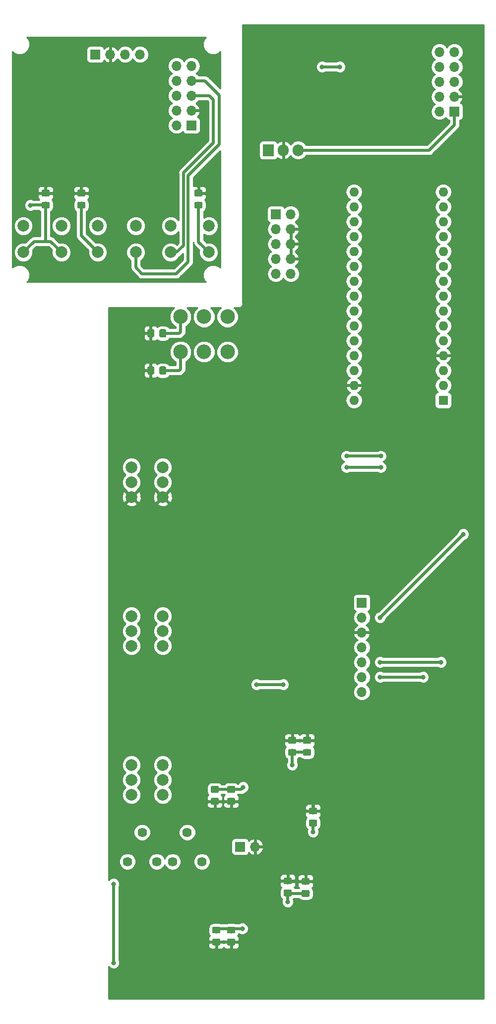
<source format=gbr>
G04 #@! TF.GenerationSoftware,KiCad,Pcbnew,(5.0.0)*
G04 #@! TF.CreationDate,2018-10-20T13:21:43+01:00*
G04 #@! TF.ProjectId,AD9833FunctionGenerator,41443938333346756E6374696F6E4765,rev?*
G04 #@! TF.SameCoordinates,Original*
G04 #@! TF.FileFunction,Copper,L2,Bot,Plane*
G04 #@! TF.FilePolarity,Positive*
%FSLAX46Y46*%
G04 Gerber Fmt 4.6, Leading zero omitted, Abs format (unit mm)*
G04 Created by KiCad (PCBNEW (5.0.0)) date 10/20/18 13:21:43*
%MOMM*%
%LPD*%
G01*
G04 APERTURE LIST*
G04 #@! TA.AperFunction,ComponentPad*
%ADD10C,1.620000*%
G04 #@! TD*
G04 #@! TA.AperFunction,ComponentPad*
%ADD11O,1.600000X1.600000*%
G04 #@! TD*
G04 #@! TA.AperFunction,ComponentPad*
%ADD12C,1.600000*%
G04 #@! TD*
G04 #@! TA.AperFunction,ComponentPad*
%ADD13R,1.600000X1.600000*%
G04 #@! TD*
G04 #@! TA.AperFunction,ComponentPad*
%ADD14C,2.000000*%
G04 #@! TD*
G04 #@! TA.AperFunction,ComponentPad*
%ADD15C,2.500000*%
G04 #@! TD*
G04 #@! TA.AperFunction,ComponentPad*
%ADD16R,1.700000X1.700000*%
G04 #@! TD*
G04 #@! TA.AperFunction,ComponentPad*
%ADD17O,1.700000X1.700000*%
G04 #@! TD*
G04 #@! TA.AperFunction,Conductor*
%ADD18C,0.100000*%
G04 #@! TD*
G04 #@! TA.AperFunction,SMDPad,CuDef*
%ADD19C,1.150000*%
G04 #@! TD*
G04 #@! TA.AperFunction,ComponentPad*
%ADD20R,1.905000X2.000000*%
G04 #@! TD*
G04 #@! TA.AperFunction,ComponentPad*
%ADD21O,1.905000X2.000000*%
G04 #@! TD*
G04 #@! TA.AperFunction,ViaPad*
%ADD22C,0.800000*%
G04 #@! TD*
G04 #@! TA.AperFunction,Conductor*
%ADD23C,0.500000*%
G04 #@! TD*
G04 #@! TA.AperFunction,Conductor*
%ADD24C,0.254000*%
G04 #@! TD*
G04 APERTURE END LIST*
D10*
G04 #@! TO.P,RV_UPOFF1,1*
G04 #@! TO.N,Net-(RV_AMP1-Pad1)*
X83900000Y-207010000D03*
G04 #@! TO.P,RV_UPOFF1,2*
X81400000Y-202010000D03*
G04 #@! TO.P,RV_UPOFF1,3*
G04 #@! TO.N,Net-(RV_UPOFF1-Pad3)*
X78900000Y-207010000D03*
G04 #@! TD*
D11*
G04 #@! TO.P,A1,16*
G04 #@! TO.N,/SCK*
X109855000Y-92710000D03*
G04 #@! TO.P,A1,15*
G04 #@! TO.N,N/C*
X125095000Y-92710000D03*
G04 #@! TO.P,A1,30*
G04 #@! TO.N,/5V*
X109855000Y-128270000D03*
G04 #@! TO.P,A1,14*
G04 #@! TO.N,/MOSI*
X125095000Y-95250000D03*
G04 #@! TO.P,A1,29*
G04 #@! TO.N,/GND*
X109855000Y-125730000D03*
G04 #@! TO.P,A1,13*
G04 #@! TO.N,/DDS_CS*
X125095000Y-97790000D03*
G04 #@! TO.P,A1,28*
G04 #@! TO.N,N/C*
X109855000Y-123190000D03*
G04 #@! TO.P,A1,12*
G04 #@! TO.N,/POT_CS*
X125095000Y-100330000D03*
G04 #@! TO.P,A1,27*
G04 #@! TO.N,N/C*
X109855000Y-120650000D03*
G04 #@! TO.P,A1,11*
X125095000Y-102870000D03*
G04 #@! TO.P,A1,26*
X109855000Y-118110000D03*
D12*
G04 #@! TO.P,A1,10*
X125095000Y-105410000D03*
D11*
G04 #@! TO.P,A1,25*
G04 #@! TO.N,/VEL1*
X109855000Y-115570000D03*
G04 #@! TO.P,A1,9*
G04 #@! TO.N,N/C*
X125095000Y-107950000D03*
G04 #@! TO.P,A1,24*
G04 #@! TO.N,/SCL*
X109855000Y-113030000D03*
G04 #@! TO.P,A1,8*
G04 #@! TO.N,/RANGEBTN*
X125095000Y-110490000D03*
G04 #@! TO.P,A1,23*
G04 #@! TO.N,/SDA*
X109855000Y-110490000D03*
G04 #@! TO.P,A1,7*
G04 #@! TO.N,N/C*
X125095000Y-113030000D03*
G04 #@! TO.P,A1,22*
G04 #@! TO.N,/PHASE1*
X109855000Y-107950000D03*
G04 #@! TO.P,A1,6*
G04 #@! TO.N,/MODEBTN*
X125095000Y-115570000D03*
G04 #@! TO.P,A1,21*
G04 #@! TO.N,N/C*
X109855000Y-105410000D03*
G04 #@! TO.P,A1,5*
G04 #@! TO.N,/WAVEBTN*
X125095000Y-118110000D03*
G04 #@! TO.P,A1,20*
G04 #@! TO.N,/FREQLO*
X109855000Y-102870000D03*
G04 #@! TO.P,A1,4*
G04 #@! TO.N,/GND*
X125095000Y-120650000D03*
G04 #@! TO.P,A1,19*
G04 #@! TO.N,/FREQHI*
X109855000Y-100330000D03*
G04 #@! TO.P,A1,3*
G04 #@! TO.N,N/C*
X125095000Y-123190000D03*
G04 #@! TO.P,A1,18*
G04 #@! TO.N,/AREF*
X109855000Y-97790000D03*
G04 #@! TO.P,A1,2*
G04 #@! TO.N,N/C*
X125095000Y-125730000D03*
G04 #@! TO.P,A1,17*
G04 #@! TO.N,/AREF*
X109855000Y-95250000D03*
D13*
G04 #@! TO.P,A1,1*
G04 #@! TO.N,N/C*
X125095000Y-128270000D03*
G04 #@! TD*
D14*
G04 #@! TO.P,RV_FREQ1,1*
G04 #@! TO.N,/GND*
X71882000Y-144780000D03*
G04 #@! TO.P,RV_FREQ1,2*
G04 #@! TO.N,/FREQLO*
X71882000Y-142240000D03*
G04 #@! TO.P,RV_FREQ1,3*
G04 #@! TO.N,/5V*
X71882000Y-139700000D03*
G04 #@! TO.P,RV_FREQ1,4*
G04 #@! TO.N,/GND*
X77216000Y-144780000D03*
G04 #@! TO.P,RV_FREQ1,5*
G04 #@! TO.N,/FREQHI*
X77216000Y-142240000D03*
G04 #@! TO.P,RV_FREQ1,6*
G04 #@! TO.N,/5V*
X77216000Y-139700000D03*
G04 #@! TD*
D15*
G04 #@! TO.P,SW_PWR1,4*
G04 #@! TO.N,/-12V*
X80264000Y-120015000D03*
G04 #@! TO.P,SW_PWR1,1*
G04 #@! TO.N,/+12V*
X80264000Y-114015000D03*
G04 #@! TO.P,SW_PWR1,5*
G04 #@! TO.N,Net-(J_PWR1-Pad10)*
X84264000Y-120015000D03*
G04 #@! TO.P,SW_PWR1,2*
G04 #@! TO.N,Net-(J_PWR1-Pad2)*
X84264000Y-114015000D03*
G04 #@! TO.P,SW_PWR1,6*
G04 #@! TO.N,N/C*
X88264000Y-120015000D03*
G04 #@! TO.P,SW_PWR1,3*
X88264000Y-114015000D03*
G04 #@! TD*
D16*
G04 #@! TO.P,J_OUT1,1*
G04 #@! TO.N,/OutputSection/SIGOUT*
X90424000Y-204470000D03*
D17*
G04 #@! TO.P,J_OUT1,2*
G04 #@! TO.N,/GND*
X92964000Y-204470000D03*
G04 #@! TD*
D16*
G04 #@! TO.P,J_PWR1,1*
G04 #@! TO.N,N/C*
X96520000Y-96520000D03*
D17*
G04 #@! TO.P,J_PWR1,2*
G04 #@! TO.N,Net-(J_PWR1-Pad2)*
X99060000Y-96520000D03*
G04 #@! TO.P,J_PWR1,3*
G04 #@! TO.N,N/C*
X96520000Y-99060000D03*
G04 #@! TO.P,J_PWR1,4*
G04 #@! TO.N,/GND*
X99060000Y-99060000D03*
G04 #@! TO.P,J_PWR1,5*
G04 #@! TO.N,N/C*
X96520000Y-101600000D03*
G04 #@! TO.P,J_PWR1,6*
G04 #@! TO.N,/GND*
X99060000Y-101600000D03*
G04 #@! TO.P,J_PWR1,7*
G04 #@! TO.N,N/C*
X96520000Y-104140000D03*
G04 #@! TO.P,J_PWR1,8*
G04 #@! TO.N,/GND*
X99060000Y-104140000D03*
G04 #@! TO.P,J_PWR1,9*
G04 #@! TO.N,N/C*
X96520000Y-106680000D03*
G04 #@! TO.P,J_PWR1,10*
G04 #@! TO.N,Net-(J_PWR1-Pad10)*
X99060000Y-106680000D03*
G04 #@! TD*
D18*
G04 #@! TO.N,/AuxiliaryBoard/GND_AUX*
G04 #@! TO.C,R_RANGE1*
G36*
X83786505Y-92344902D02*
X83810773Y-92348502D01*
X83834572Y-92354463D01*
X83857671Y-92362728D01*
X83879850Y-92373218D01*
X83900893Y-92385830D01*
X83920599Y-92400445D01*
X83938777Y-92416921D01*
X83955253Y-92435099D01*
X83969868Y-92454805D01*
X83982480Y-92475848D01*
X83992970Y-92498027D01*
X84001235Y-92521126D01*
X84007196Y-92544925D01*
X84010796Y-92569193D01*
X84012000Y-92593697D01*
X84012000Y-93243699D01*
X84010796Y-93268203D01*
X84007196Y-93292471D01*
X84001235Y-93316270D01*
X83992970Y-93339369D01*
X83982480Y-93361548D01*
X83969868Y-93382591D01*
X83955253Y-93402297D01*
X83938777Y-93420475D01*
X83920599Y-93436951D01*
X83900893Y-93451566D01*
X83879850Y-93464178D01*
X83857671Y-93474668D01*
X83834572Y-93482933D01*
X83810773Y-93488894D01*
X83786505Y-93492494D01*
X83762001Y-93493698D01*
X82861999Y-93493698D01*
X82837495Y-93492494D01*
X82813227Y-93488894D01*
X82789428Y-93482933D01*
X82766329Y-93474668D01*
X82744150Y-93464178D01*
X82723107Y-93451566D01*
X82703401Y-93436951D01*
X82685223Y-93420475D01*
X82668747Y-93402297D01*
X82654132Y-93382591D01*
X82641520Y-93361548D01*
X82631030Y-93339369D01*
X82622765Y-93316270D01*
X82616804Y-93292471D01*
X82613204Y-93268203D01*
X82612000Y-93243699D01*
X82612000Y-92593697D01*
X82613204Y-92569193D01*
X82616804Y-92544925D01*
X82622765Y-92521126D01*
X82631030Y-92498027D01*
X82641520Y-92475848D01*
X82654132Y-92454805D01*
X82668747Y-92435099D01*
X82685223Y-92416921D01*
X82703401Y-92400445D01*
X82723107Y-92385830D01*
X82744150Y-92373218D01*
X82766329Y-92362728D01*
X82789428Y-92354463D01*
X82813227Y-92348502D01*
X82837495Y-92344902D01*
X82861999Y-92343698D01*
X83762001Y-92343698D01*
X83786505Y-92344902D01*
X83786505Y-92344902D01*
G37*
D19*
G04 #@! TD*
G04 #@! TO.P,R_RANGE1,1*
G04 #@! TO.N,/AuxiliaryBoard/GND_AUX*
X83312000Y-92918698D03*
D18*
G04 #@! TO.N,/AuxiliaryBoard/RANGEBTN_AUX*
G04 #@! TO.C,R_RANGE1*
G36*
X83786505Y-94394902D02*
X83810773Y-94398502D01*
X83834572Y-94404463D01*
X83857671Y-94412728D01*
X83879850Y-94423218D01*
X83900893Y-94435830D01*
X83920599Y-94450445D01*
X83938777Y-94466921D01*
X83955253Y-94485099D01*
X83969868Y-94504805D01*
X83982480Y-94525848D01*
X83992970Y-94548027D01*
X84001235Y-94571126D01*
X84007196Y-94594925D01*
X84010796Y-94619193D01*
X84012000Y-94643697D01*
X84012000Y-95293699D01*
X84010796Y-95318203D01*
X84007196Y-95342471D01*
X84001235Y-95366270D01*
X83992970Y-95389369D01*
X83982480Y-95411548D01*
X83969868Y-95432591D01*
X83955253Y-95452297D01*
X83938777Y-95470475D01*
X83920599Y-95486951D01*
X83900893Y-95501566D01*
X83879850Y-95514178D01*
X83857671Y-95524668D01*
X83834572Y-95532933D01*
X83810773Y-95538894D01*
X83786505Y-95542494D01*
X83762001Y-95543698D01*
X82861999Y-95543698D01*
X82837495Y-95542494D01*
X82813227Y-95538894D01*
X82789428Y-95532933D01*
X82766329Y-95524668D01*
X82744150Y-95514178D01*
X82723107Y-95501566D01*
X82703401Y-95486951D01*
X82685223Y-95470475D01*
X82668747Y-95452297D01*
X82654132Y-95432591D01*
X82641520Y-95411548D01*
X82631030Y-95389369D01*
X82622765Y-95366270D01*
X82616804Y-95342471D01*
X82613204Y-95318203D01*
X82612000Y-95293699D01*
X82612000Y-94643697D01*
X82613204Y-94619193D01*
X82616804Y-94594925D01*
X82622765Y-94571126D01*
X82631030Y-94548027D01*
X82641520Y-94525848D01*
X82654132Y-94504805D01*
X82668747Y-94485099D01*
X82685223Y-94466921D01*
X82703401Y-94450445D01*
X82723107Y-94435830D01*
X82744150Y-94423218D01*
X82766329Y-94412728D01*
X82789428Y-94404463D01*
X82813227Y-94398502D01*
X82837495Y-94394902D01*
X82861999Y-94393698D01*
X83762001Y-94393698D01*
X83786505Y-94394902D01*
X83786505Y-94394902D01*
G37*
D19*
G04 #@! TD*
G04 #@! TO.P,R_RANGE1,2*
G04 #@! TO.N,/AuxiliaryBoard/RANGEBTN_AUX*
X83312000Y-94968698D03*
D18*
G04 #@! TO.N,/+12V*
G04 #@! TO.C,C_BUFFBP1*
G36*
X86580505Y-194095681D02*
X86604773Y-194099281D01*
X86628572Y-194105242D01*
X86651671Y-194113507D01*
X86673850Y-194123997D01*
X86694893Y-194136609D01*
X86714599Y-194151224D01*
X86732777Y-194167700D01*
X86749253Y-194185878D01*
X86763868Y-194205584D01*
X86776480Y-194226627D01*
X86786970Y-194248806D01*
X86795235Y-194271905D01*
X86801196Y-194295704D01*
X86804796Y-194319972D01*
X86806000Y-194344476D01*
X86806000Y-194994478D01*
X86804796Y-195018982D01*
X86801196Y-195043250D01*
X86795235Y-195067049D01*
X86786970Y-195090148D01*
X86776480Y-195112327D01*
X86763868Y-195133370D01*
X86749253Y-195153076D01*
X86732777Y-195171254D01*
X86714599Y-195187730D01*
X86694893Y-195202345D01*
X86673850Y-195214957D01*
X86651671Y-195225447D01*
X86628572Y-195233712D01*
X86604773Y-195239673D01*
X86580505Y-195243273D01*
X86556001Y-195244477D01*
X85655999Y-195244477D01*
X85631495Y-195243273D01*
X85607227Y-195239673D01*
X85583428Y-195233712D01*
X85560329Y-195225447D01*
X85538150Y-195214957D01*
X85517107Y-195202345D01*
X85497401Y-195187730D01*
X85479223Y-195171254D01*
X85462747Y-195153076D01*
X85448132Y-195133370D01*
X85435520Y-195112327D01*
X85425030Y-195090148D01*
X85416765Y-195067049D01*
X85410804Y-195043250D01*
X85407204Y-195018982D01*
X85406000Y-194994478D01*
X85406000Y-194344476D01*
X85407204Y-194319972D01*
X85410804Y-194295704D01*
X85416765Y-194271905D01*
X85425030Y-194248806D01*
X85435520Y-194226627D01*
X85448132Y-194205584D01*
X85462747Y-194185878D01*
X85479223Y-194167700D01*
X85497401Y-194151224D01*
X85517107Y-194136609D01*
X85538150Y-194123997D01*
X85560329Y-194113507D01*
X85583428Y-194105242D01*
X85607227Y-194099281D01*
X85631495Y-194095681D01*
X85655999Y-194094477D01*
X86556001Y-194094477D01*
X86580505Y-194095681D01*
X86580505Y-194095681D01*
G37*
D19*
G04 #@! TD*
G04 #@! TO.P,C_BUFFBP1,1*
G04 #@! TO.N,/+12V*
X86106000Y-194669477D03*
D18*
G04 #@! TO.N,/GND*
G04 #@! TO.C,C_BUFFBP1*
G36*
X86580505Y-196145681D02*
X86604773Y-196149281D01*
X86628572Y-196155242D01*
X86651671Y-196163507D01*
X86673850Y-196173997D01*
X86694893Y-196186609D01*
X86714599Y-196201224D01*
X86732777Y-196217700D01*
X86749253Y-196235878D01*
X86763868Y-196255584D01*
X86776480Y-196276627D01*
X86786970Y-196298806D01*
X86795235Y-196321905D01*
X86801196Y-196345704D01*
X86804796Y-196369972D01*
X86806000Y-196394476D01*
X86806000Y-197044478D01*
X86804796Y-197068982D01*
X86801196Y-197093250D01*
X86795235Y-197117049D01*
X86786970Y-197140148D01*
X86776480Y-197162327D01*
X86763868Y-197183370D01*
X86749253Y-197203076D01*
X86732777Y-197221254D01*
X86714599Y-197237730D01*
X86694893Y-197252345D01*
X86673850Y-197264957D01*
X86651671Y-197275447D01*
X86628572Y-197283712D01*
X86604773Y-197289673D01*
X86580505Y-197293273D01*
X86556001Y-197294477D01*
X85655999Y-197294477D01*
X85631495Y-197293273D01*
X85607227Y-197289673D01*
X85583428Y-197283712D01*
X85560329Y-197275447D01*
X85538150Y-197264957D01*
X85517107Y-197252345D01*
X85497401Y-197237730D01*
X85479223Y-197221254D01*
X85462747Y-197203076D01*
X85448132Y-197183370D01*
X85435520Y-197162327D01*
X85425030Y-197140148D01*
X85416765Y-197117049D01*
X85410804Y-197093250D01*
X85407204Y-197068982D01*
X85406000Y-197044478D01*
X85406000Y-196394476D01*
X85407204Y-196369972D01*
X85410804Y-196345704D01*
X85416765Y-196321905D01*
X85425030Y-196298806D01*
X85435520Y-196276627D01*
X85448132Y-196255584D01*
X85462747Y-196235878D01*
X85479223Y-196217700D01*
X85497401Y-196201224D01*
X85517107Y-196186609D01*
X85538150Y-196173997D01*
X85560329Y-196163507D01*
X85583428Y-196155242D01*
X85607227Y-196149281D01*
X85631495Y-196145681D01*
X85655999Y-196144477D01*
X86556001Y-196144477D01*
X86580505Y-196145681D01*
X86580505Y-196145681D01*
G37*
D19*
G04 #@! TD*
G04 #@! TO.P,C_BUFFBP1,2*
G04 #@! TO.N,/GND*
X86106000Y-196719477D03*
D17*
G04 #@! TO.P,J_AD9833,7*
G04 #@! TO.N,/DDS_SIG*
X111194407Y-178061772D03*
G04 #@! TO.P,J_AD9833,6*
G04 #@! TO.N,/DDS_CS*
X111194407Y-175521772D03*
G04 #@! TO.P,J_AD9833,5*
G04 #@! TO.N,/SCK*
X111194407Y-172981772D03*
G04 #@! TO.P,J_AD9833,4*
G04 #@! TO.N,/MOSI*
X111194407Y-170441772D03*
G04 #@! TO.P,J_AD9833,3*
G04 #@! TO.N,/GND*
X111194407Y-167901772D03*
G04 #@! TO.P,J_AD9833,2*
G04 #@! TO.N,/5V*
X111194407Y-165361772D03*
D16*
G04 #@! TO.P,J_AD9833,1*
G04 #@! TO.N,N/C*
X111194407Y-162821772D03*
G04 #@! TD*
G04 #@! TO.P,J_AUX2MAIN2,1*
G04 #@! TO.N,/AuxiliaryBoard/5V_AUX*
X82115681Y-81370698D03*
D17*
G04 #@! TO.P,J_AUX2MAIN2,2*
G04 #@! TO.N,N/C*
X79575681Y-81370698D03*
G04 #@! TO.P,J_AUX2MAIN2,3*
G04 #@! TO.N,/AuxiliaryBoard/GND_AUX*
X82115681Y-78830698D03*
G04 #@! TO.P,J_AUX2MAIN2,4*
G04 #@! TO.N,N/C*
X79575681Y-78830698D03*
G04 #@! TO.P,J_AUX2MAIN2,5*
G04 #@! TO.N,/AuxiliaryBoard/RANGEBTN_AUX*
X82115681Y-76290698D03*
G04 #@! TO.P,J_AUX2MAIN2,6*
G04 #@! TO.N,N/C*
X79575681Y-76290698D03*
G04 #@! TO.P,J_AUX2MAIN2,7*
G04 #@! TO.N,/AuxiliaryBoard/MODEBTN_AUX*
X82115681Y-73750698D03*
G04 #@! TO.P,J_AUX2MAIN2,8*
G04 #@! TO.N,/AuxiliaryBoard/SCL_AUX*
X79575681Y-73750698D03*
G04 #@! TO.P,J_AUX2MAIN2,9*
G04 #@! TO.N,/AuxiliaryBoard/WAVEBTN_AUX*
X82115681Y-71210698D03*
G04 #@! TO.P,J_AUX2MAIN2,10*
G04 #@! TO.N,/AuxiliaryBoard/SDA_AUX*
X79575681Y-71210698D03*
G04 #@! TD*
D16*
G04 #@! TO.P,J_MAIN2AUX1,1*
G04 #@! TO.N,/5V*
X127000000Y-78994000D03*
D17*
G04 #@! TO.P,J_MAIN2AUX1,2*
G04 #@! TO.N,N/C*
X124460000Y-78994000D03*
G04 #@! TO.P,J_MAIN2AUX1,3*
G04 #@! TO.N,/GND*
X127000000Y-76454000D03*
G04 #@! TO.P,J_MAIN2AUX1,4*
G04 #@! TO.N,N/C*
X124460000Y-76454000D03*
G04 #@! TO.P,J_MAIN2AUX1,5*
G04 #@! TO.N,/RANGEBTN*
X127000000Y-73914000D03*
G04 #@! TO.P,J_MAIN2AUX1,6*
G04 #@! TO.N,N/C*
X124460000Y-73914000D03*
G04 #@! TO.P,J_MAIN2AUX1,7*
G04 #@! TO.N,/MODEBTN*
X127000000Y-71374000D03*
G04 #@! TO.P,J_MAIN2AUX1,8*
G04 #@! TO.N,/SCL*
X124460000Y-71374000D03*
G04 #@! TO.P,J_MAIN2AUX1,9*
G04 #@! TO.N,/WAVEBTN*
X127000000Y-68834000D03*
G04 #@! TO.P,J_MAIN2AUX1,10*
G04 #@! TO.N,/SDA*
X124460000Y-68834000D03*
G04 #@! TD*
D16*
G04 #@! TO.P,J_OLEDCONNECTOR1,1*
G04 #@! TO.N,/AuxiliaryBoard/5V_AUX*
X65709646Y-69256447D03*
D17*
G04 #@! TO.P,J_OLEDCONNECTOR1,2*
G04 #@! TO.N,/AuxiliaryBoard/GND_AUX*
X68249646Y-69256447D03*
G04 #@! TO.P,J_OLEDCONNECTOR1,3*
G04 #@! TO.N,/AuxiliaryBoard/SCL_AUX*
X70789646Y-69256447D03*
G04 #@! TO.P,J_OLEDCONNECTOR1,4*
G04 #@! TO.N,/AuxiliaryBoard/SDA_AUX*
X73329646Y-69256447D03*
G04 #@! TD*
D18*
G04 #@! TO.N,/AuxiliaryBoard/MODEBTN_AUX*
G04 #@! TO.C,R_MODE1*
G36*
X63794186Y-94394902D02*
X63818454Y-94398502D01*
X63842253Y-94404463D01*
X63865352Y-94412728D01*
X63887531Y-94423218D01*
X63908574Y-94435830D01*
X63928280Y-94450445D01*
X63946458Y-94466921D01*
X63962934Y-94485099D01*
X63977549Y-94504805D01*
X63990161Y-94525848D01*
X64000651Y-94548027D01*
X64008916Y-94571126D01*
X64014877Y-94594925D01*
X64018477Y-94619193D01*
X64019681Y-94643697D01*
X64019681Y-95293699D01*
X64018477Y-95318203D01*
X64014877Y-95342471D01*
X64008916Y-95366270D01*
X64000651Y-95389369D01*
X63990161Y-95411548D01*
X63977549Y-95432591D01*
X63962934Y-95452297D01*
X63946458Y-95470475D01*
X63928280Y-95486951D01*
X63908574Y-95501566D01*
X63887531Y-95514178D01*
X63865352Y-95524668D01*
X63842253Y-95532933D01*
X63818454Y-95538894D01*
X63794186Y-95542494D01*
X63769682Y-95543698D01*
X62869680Y-95543698D01*
X62845176Y-95542494D01*
X62820908Y-95538894D01*
X62797109Y-95532933D01*
X62774010Y-95524668D01*
X62751831Y-95514178D01*
X62730788Y-95501566D01*
X62711082Y-95486951D01*
X62692904Y-95470475D01*
X62676428Y-95452297D01*
X62661813Y-95432591D01*
X62649201Y-95411548D01*
X62638711Y-95389369D01*
X62630446Y-95366270D01*
X62624485Y-95342471D01*
X62620885Y-95318203D01*
X62619681Y-95293699D01*
X62619681Y-94643697D01*
X62620885Y-94619193D01*
X62624485Y-94594925D01*
X62630446Y-94571126D01*
X62638711Y-94548027D01*
X62649201Y-94525848D01*
X62661813Y-94504805D01*
X62676428Y-94485099D01*
X62692904Y-94466921D01*
X62711082Y-94450445D01*
X62730788Y-94435830D01*
X62751831Y-94423218D01*
X62774010Y-94412728D01*
X62797109Y-94404463D01*
X62820908Y-94398502D01*
X62845176Y-94394902D01*
X62869680Y-94393698D01*
X63769682Y-94393698D01*
X63794186Y-94394902D01*
X63794186Y-94394902D01*
G37*
D19*
G04 #@! TD*
G04 #@! TO.P,R_MODE1,2*
G04 #@! TO.N,/AuxiliaryBoard/MODEBTN_AUX*
X63319681Y-94968698D03*
D18*
G04 #@! TO.N,/AuxiliaryBoard/GND_AUX*
G04 #@! TO.C,R_MODE1*
G36*
X63794186Y-92344902D02*
X63818454Y-92348502D01*
X63842253Y-92354463D01*
X63865352Y-92362728D01*
X63887531Y-92373218D01*
X63908574Y-92385830D01*
X63928280Y-92400445D01*
X63946458Y-92416921D01*
X63962934Y-92435099D01*
X63977549Y-92454805D01*
X63990161Y-92475848D01*
X64000651Y-92498027D01*
X64008916Y-92521126D01*
X64014877Y-92544925D01*
X64018477Y-92569193D01*
X64019681Y-92593697D01*
X64019681Y-93243699D01*
X64018477Y-93268203D01*
X64014877Y-93292471D01*
X64008916Y-93316270D01*
X64000651Y-93339369D01*
X63990161Y-93361548D01*
X63977549Y-93382591D01*
X63962934Y-93402297D01*
X63946458Y-93420475D01*
X63928280Y-93436951D01*
X63908574Y-93451566D01*
X63887531Y-93464178D01*
X63865352Y-93474668D01*
X63842253Y-93482933D01*
X63818454Y-93488894D01*
X63794186Y-93492494D01*
X63769682Y-93493698D01*
X62869680Y-93493698D01*
X62845176Y-93492494D01*
X62820908Y-93488894D01*
X62797109Y-93482933D01*
X62774010Y-93474668D01*
X62751831Y-93464178D01*
X62730788Y-93451566D01*
X62711082Y-93436951D01*
X62692904Y-93420475D01*
X62676428Y-93402297D01*
X62661813Y-93382591D01*
X62649201Y-93361548D01*
X62638711Y-93339369D01*
X62630446Y-93316270D01*
X62624485Y-93292471D01*
X62620885Y-93268203D01*
X62619681Y-93243699D01*
X62619681Y-92593697D01*
X62620885Y-92569193D01*
X62624485Y-92544925D01*
X62630446Y-92521126D01*
X62638711Y-92498027D01*
X62649201Y-92475848D01*
X62661813Y-92454805D01*
X62676428Y-92435099D01*
X62692904Y-92416921D01*
X62711082Y-92400445D01*
X62730788Y-92385830D01*
X62751831Y-92373218D01*
X62774010Y-92362728D01*
X62797109Y-92354463D01*
X62820908Y-92348502D01*
X62845176Y-92344902D01*
X62869680Y-92343698D01*
X63769682Y-92343698D01*
X63794186Y-92344902D01*
X63794186Y-92344902D01*
G37*
D19*
G04 #@! TD*
G04 #@! TO.P,R_MODE1,1*
G04 #@! TO.N,/AuxiliaryBoard/GND_AUX*
X63319681Y-92918698D03*
D14*
G04 #@! TO.P,SW_FUNC1,1*
G04 #@! TO.N,/AuxiliaryBoard/5V_AUX*
X59913681Y-98515698D03*
G04 #@! TO.P,SW_FUNC1,2*
G04 #@! TO.N,/AuxiliaryBoard/WAVEBTN_AUX*
X59913681Y-103015698D03*
G04 #@! TO.P,SW_FUNC1,1*
G04 #@! TO.N,/AuxiliaryBoard/5V_AUX*
X53413681Y-98515698D03*
G04 #@! TO.P,SW_FUNC1,2*
G04 #@! TO.N,/AuxiliaryBoard/WAVEBTN_AUX*
X53413681Y-103015698D03*
G04 #@! TD*
G04 #@! TO.P,SW_MODE1,2*
G04 #@! TO.N,/AuxiliaryBoard/MODEBTN_AUX*
X66113681Y-103015698D03*
G04 #@! TO.P,SW_MODE1,1*
G04 #@! TO.N,/AuxiliaryBoard/5V_AUX*
X66113681Y-98515698D03*
G04 #@! TO.P,SW_MODE1,2*
G04 #@! TO.N,/AuxiliaryBoard/MODEBTN_AUX*
X72613681Y-103015698D03*
G04 #@! TO.P,SW_MODE1,1*
G04 #@! TO.N,/AuxiliaryBoard/5V_AUX*
X72613681Y-98515698D03*
G04 #@! TD*
G04 #@! TO.P,SW_RANGE1,2*
G04 #@! TO.N,/AuxiliaryBoard/RANGEBTN_AUX*
X78559681Y-103015698D03*
G04 #@! TO.P,SW_RANGE1,1*
G04 #@! TO.N,/AuxiliaryBoard/5V_AUX*
X78559681Y-98515698D03*
G04 #@! TO.P,SW_RANGE1,2*
G04 #@! TO.N,/AuxiliaryBoard/RANGEBTN_AUX*
X85059681Y-103015698D03*
G04 #@! TO.P,SW_RANGE1,1*
G04 #@! TO.N,/AuxiliaryBoard/5V_AUX*
X85059681Y-98515698D03*
G04 #@! TD*
D20*
G04 #@! TO.P,U1,1*
G04 #@! TO.N,/+12V*
X95250000Y-85598000D03*
D21*
G04 #@! TO.P,U1,2*
G04 #@! TO.N,/GND*
X97790000Y-85598000D03*
G04 #@! TO.P,U1,3*
G04 #@! TO.N,/5V*
X100330000Y-85598000D03*
G04 #@! TD*
D18*
G04 #@! TO.N,/5V*
G04 #@! TO.C,C_POTBP1*
G36*
X103344505Y-199841204D02*
X103368773Y-199844804D01*
X103392572Y-199850765D01*
X103415671Y-199859030D01*
X103437850Y-199869520D01*
X103458893Y-199882132D01*
X103478599Y-199896747D01*
X103496777Y-199913223D01*
X103513253Y-199931401D01*
X103527868Y-199951107D01*
X103540480Y-199972150D01*
X103550970Y-199994329D01*
X103559235Y-200017428D01*
X103565196Y-200041227D01*
X103568796Y-200065495D01*
X103570000Y-200089999D01*
X103570000Y-200740001D01*
X103568796Y-200764505D01*
X103565196Y-200788773D01*
X103559235Y-200812572D01*
X103550970Y-200835671D01*
X103540480Y-200857850D01*
X103527868Y-200878893D01*
X103513253Y-200898599D01*
X103496777Y-200916777D01*
X103478599Y-200933253D01*
X103458893Y-200947868D01*
X103437850Y-200960480D01*
X103415671Y-200970970D01*
X103392572Y-200979235D01*
X103368773Y-200985196D01*
X103344505Y-200988796D01*
X103320001Y-200990000D01*
X102419999Y-200990000D01*
X102395495Y-200988796D01*
X102371227Y-200985196D01*
X102347428Y-200979235D01*
X102324329Y-200970970D01*
X102302150Y-200960480D01*
X102281107Y-200947868D01*
X102261401Y-200933253D01*
X102243223Y-200916777D01*
X102226747Y-200898599D01*
X102212132Y-200878893D01*
X102199520Y-200857850D01*
X102189030Y-200835671D01*
X102180765Y-200812572D01*
X102174804Y-200788773D01*
X102171204Y-200764505D01*
X102170000Y-200740001D01*
X102170000Y-200089999D01*
X102171204Y-200065495D01*
X102174804Y-200041227D01*
X102180765Y-200017428D01*
X102189030Y-199994329D01*
X102199520Y-199972150D01*
X102212132Y-199951107D01*
X102226747Y-199931401D01*
X102243223Y-199913223D01*
X102261401Y-199896747D01*
X102281107Y-199882132D01*
X102302150Y-199869520D01*
X102324329Y-199859030D01*
X102347428Y-199850765D01*
X102371227Y-199844804D01*
X102395495Y-199841204D01*
X102419999Y-199840000D01*
X103320001Y-199840000D01*
X103344505Y-199841204D01*
X103344505Y-199841204D01*
G37*
D19*
G04 #@! TD*
G04 #@! TO.P,C_POTBP1,1*
G04 #@! TO.N,/5V*
X102870000Y-200415000D03*
D18*
G04 #@! TO.N,/GND*
G04 #@! TO.C,C_POTBP1*
G36*
X103344505Y-197791204D02*
X103368773Y-197794804D01*
X103392572Y-197800765D01*
X103415671Y-197809030D01*
X103437850Y-197819520D01*
X103458893Y-197832132D01*
X103478599Y-197846747D01*
X103496777Y-197863223D01*
X103513253Y-197881401D01*
X103527868Y-197901107D01*
X103540480Y-197922150D01*
X103550970Y-197944329D01*
X103559235Y-197967428D01*
X103565196Y-197991227D01*
X103568796Y-198015495D01*
X103570000Y-198039999D01*
X103570000Y-198690001D01*
X103568796Y-198714505D01*
X103565196Y-198738773D01*
X103559235Y-198762572D01*
X103550970Y-198785671D01*
X103540480Y-198807850D01*
X103527868Y-198828893D01*
X103513253Y-198848599D01*
X103496777Y-198866777D01*
X103478599Y-198883253D01*
X103458893Y-198897868D01*
X103437850Y-198910480D01*
X103415671Y-198920970D01*
X103392572Y-198929235D01*
X103368773Y-198935196D01*
X103344505Y-198938796D01*
X103320001Y-198940000D01*
X102419999Y-198940000D01*
X102395495Y-198938796D01*
X102371227Y-198935196D01*
X102347428Y-198929235D01*
X102324329Y-198920970D01*
X102302150Y-198910480D01*
X102281107Y-198897868D01*
X102261401Y-198883253D01*
X102243223Y-198866777D01*
X102226747Y-198848599D01*
X102212132Y-198828893D01*
X102199520Y-198807850D01*
X102189030Y-198785671D01*
X102180765Y-198762572D01*
X102174804Y-198738773D01*
X102171204Y-198714505D01*
X102170000Y-198690001D01*
X102170000Y-198039999D01*
X102171204Y-198015495D01*
X102174804Y-197991227D01*
X102180765Y-197967428D01*
X102189030Y-197944329D01*
X102199520Y-197922150D01*
X102212132Y-197901107D01*
X102226747Y-197881401D01*
X102243223Y-197863223D01*
X102261401Y-197846747D01*
X102281107Y-197832132D01*
X102302150Y-197819520D01*
X102324329Y-197809030D01*
X102347428Y-197800765D01*
X102371227Y-197794804D01*
X102395495Y-197791204D01*
X102419999Y-197790000D01*
X103320001Y-197790000D01*
X103344505Y-197791204D01*
X103344505Y-197791204D01*
G37*
D19*
G04 #@! TD*
G04 #@! TO.P,C_POTBP1,2*
G04 #@! TO.N,/GND*
X102870000Y-198365000D03*
D18*
G04 #@! TO.N,/GND*
G04 #@! TO.C,C_BUFFBP2*
G36*
X89374505Y-196145681D02*
X89398773Y-196149281D01*
X89422572Y-196155242D01*
X89445671Y-196163507D01*
X89467850Y-196173997D01*
X89488893Y-196186609D01*
X89508599Y-196201224D01*
X89526777Y-196217700D01*
X89543253Y-196235878D01*
X89557868Y-196255584D01*
X89570480Y-196276627D01*
X89580970Y-196298806D01*
X89589235Y-196321905D01*
X89595196Y-196345704D01*
X89598796Y-196369972D01*
X89600000Y-196394476D01*
X89600000Y-197044478D01*
X89598796Y-197068982D01*
X89595196Y-197093250D01*
X89589235Y-197117049D01*
X89580970Y-197140148D01*
X89570480Y-197162327D01*
X89557868Y-197183370D01*
X89543253Y-197203076D01*
X89526777Y-197221254D01*
X89508599Y-197237730D01*
X89488893Y-197252345D01*
X89467850Y-197264957D01*
X89445671Y-197275447D01*
X89422572Y-197283712D01*
X89398773Y-197289673D01*
X89374505Y-197293273D01*
X89350001Y-197294477D01*
X88449999Y-197294477D01*
X88425495Y-197293273D01*
X88401227Y-197289673D01*
X88377428Y-197283712D01*
X88354329Y-197275447D01*
X88332150Y-197264957D01*
X88311107Y-197252345D01*
X88291401Y-197237730D01*
X88273223Y-197221254D01*
X88256747Y-197203076D01*
X88242132Y-197183370D01*
X88229520Y-197162327D01*
X88219030Y-197140148D01*
X88210765Y-197117049D01*
X88204804Y-197093250D01*
X88201204Y-197068982D01*
X88200000Y-197044478D01*
X88200000Y-196394476D01*
X88201204Y-196369972D01*
X88204804Y-196345704D01*
X88210765Y-196321905D01*
X88219030Y-196298806D01*
X88229520Y-196276627D01*
X88242132Y-196255584D01*
X88256747Y-196235878D01*
X88273223Y-196217700D01*
X88291401Y-196201224D01*
X88311107Y-196186609D01*
X88332150Y-196173997D01*
X88354329Y-196163507D01*
X88377428Y-196155242D01*
X88401227Y-196149281D01*
X88425495Y-196145681D01*
X88449999Y-196144477D01*
X89350001Y-196144477D01*
X89374505Y-196145681D01*
X89374505Y-196145681D01*
G37*
D19*
G04 #@! TD*
G04 #@! TO.P,C_BUFFBP2,2*
G04 #@! TO.N,/GND*
X88900000Y-196719477D03*
D18*
G04 #@! TO.N,/+12V*
G04 #@! TO.C,C_BUFFBP2*
G36*
X89374505Y-194095681D02*
X89398773Y-194099281D01*
X89422572Y-194105242D01*
X89445671Y-194113507D01*
X89467850Y-194123997D01*
X89488893Y-194136609D01*
X89508599Y-194151224D01*
X89526777Y-194167700D01*
X89543253Y-194185878D01*
X89557868Y-194205584D01*
X89570480Y-194226627D01*
X89580970Y-194248806D01*
X89589235Y-194271905D01*
X89595196Y-194295704D01*
X89598796Y-194319972D01*
X89600000Y-194344476D01*
X89600000Y-194994478D01*
X89598796Y-195018982D01*
X89595196Y-195043250D01*
X89589235Y-195067049D01*
X89580970Y-195090148D01*
X89570480Y-195112327D01*
X89557868Y-195133370D01*
X89543253Y-195153076D01*
X89526777Y-195171254D01*
X89508599Y-195187730D01*
X89488893Y-195202345D01*
X89467850Y-195214957D01*
X89445671Y-195225447D01*
X89422572Y-195233712D01*
X89398773Y-195239673D01*
X89374505Y-195243273D01*
X89350001Y-195244477D01*
X88449999Y-195244477D01*
X88425495Y-195243273D01*
X88401227Y-195239673D01*
X88377428Y-195233712D01*
X88354329Y-195225447D01*
X88332150Y-195214957D01*
X88311107Y-195202345D01*
X88291401Y-195187730D01*
X88273223Y-195171254D01*
X88256747Y-195153076D01*
X88242132Y-195133370D01*
X88229520Y-195112327D01*
X88219030Y-195090148D01*
X88210765Y-195067049D01*
X88204804Y-195043250D01*
X88201204Y-195018982D01*
X88200000Y-194994478D01*
X88200000Y-194344476D01*
X88201204Y-194319972D01*
X88204804Y-194295704D01*
X88210765Y-194271905D01*
X88219030Y-194248806D01*
X88229520Y-194226627D01*
X88242132Y-194205584D01*
X88256747Y-194185878D01*
X88273223Y-194167700D01*
X88291401Y-194151224D01*
X88311107Y-194136609D01*
X88332150Y-194123997D01*
X88354329Y-194113507D01*
X88377428Y-194105242D01*
X88401227Y-194099281D01*
X88425495Y-194095681D01*
X88449999Y-194094477D01*
X89350001Y-194094477D01*
X89374505Y-194095681D01*
X89374505Y-194095681D01*
G37*
D19*
G04 #@! TD*
G04 #@! TO.P,C_BUFFBP2,1*
G04 #@! TO.N,/+12V*
X88900000Y-194669477D03*
D18*
G04 #@! TO.N,/-12V*
G04 #@! TO.C,C_BUFFBP3*
G36*
X99788505Y-187776204D02*
X99812773Y-187779804D01*
X99836572Y-187785765D01*
X99859671Y-187794030D01*
X99881850Y-187804520D01*
X99902893Y-187817132D01*
X99922599Y-187831747D01*
X99940777Y-187848223D01*
X99957253Y-187866401D01*
X99971868Y-187886107D01*
X99984480Y-187907150D01*
X99994970Y-187929329D01*
X100003235Y-187952428D01*
X100009196Y-187976227D01*
X100012796Y-188000495D01*
X100014000Y-188024999D01*
X100014000Y-188675001D01*
X100012796Y-188699505D01*
X100009196Y-188723773D01*
X100003235Y-188747572D01*
X99994970Y-188770671D01*
X99984480Y-188792850D01*
X99971868Y-188813893D01*
X99957253Y-188833599D01*
X99940777Y-188851777D01*
X99922599Y-188868253D01*
X99902893Y-188882868D01*
X99881850Y-188895480D01*
X99859671Y-188905970D01*
X99836572Y-188914235D01*
X99812773Y-188920196D01*
X99788505Y-188923796D01*
X99764001Y-188925000D01*
X98863999Y-188925000D01*
X98839495Y-188923796D01*
X98815227Y-188920196D01*
X98791428Y-188914235D01*
X98768329Y-188905970D01*
X98746150Y-188895480D01*
X98725107Y-188882868D01*
X98705401Y-188868253D01*
X98687223Y-188851777D01*
X98670747Y-188833599D01*
X98656132Y-188813893D01*
X98643520Y-188792850D01*
X98633030Y-188770671D01*
X98624765Y-188747572D01*
X98618804Y-188723773D01*
X98615204Y-188699505D01*
X98614000Y-188675001D01*
X98614000Y-188024999D01*
X98615204Y-188000495D01*
X98618804Y-187976227D01*
X98624765Y-187952428D01*
X98633030Y-187929329D01*
X98643520Y-187907150D01*
X98656132Y-187886107D01*
X98670747Y-187866401D01*
X98687223Y-187848223D01*
X98705401Y-187831747D01*
X98725107Y-187817132D01*
X98746150Y-187804520D01*
X98768329Y-187794030D01*
X98791428Y-187785765D01*
X98815227Y-187779804D01*
X98839495Y-187776204D01*
X98863999Y-187775000D01*
X99764001Y-187775000D01*
X99788505Y-187776204D01*
X99788505Y-187776204D01*
G37*
D19*
G04 #@! TD*
G04 #@! TO.P,C_BUFFBP3,1*
G04 #@! TO.N,/-12V*
X99314000Y-188350000D03*
D18*
G04 #@! TO.N,/GND*
G04 #@! TO.C,C_BUFFBP3*
G36*
X99788505Y-185726204D02*
X99812773Y-185729804D01*
X99836572Y-185735765D01*
X99859671Y-185744030D01*
X99881850Y-185754520D01*
X99902893Y-185767132D01*
X99922599Y-185781747D01*
X99940777Y-185798223D01*
X99957253Y-185816401D01*
X99971868Y-185836107D01*
X99984480Y-185857150D01*
X99994970Y-185879329D01*
X100003235Y-185902428D01*
X100009196Y-185926227D01*
X100012796Y-185950495D01*
X100014000Y-185974999D01*
X100014000Y-186625001D01*
X100012796Y-186649505D01*
X100009196Y-186673773D01*
X100003235Y-186697572D01*
X99994970Y-186720671D01*
X99984480Y-186742850D01*
X99971868Y-186763893D01*
X99957253Y-186783599D01*
X99940777Y-186801777D01*
X99922599Y-186818253D01*
X99902893Y-186832868D01*
X99881850Y-186845480D01*
X99859671Y-186855970D01*
X99836572Y-186864235D01*
X99812773Y-186870196D01*
X99788505Y-186873796D01*
X99764001Y-186875000D01*
X98863999Y-186875000D01*
X98839495Y-186873796D01*
X98815227Y-186870196D01*
X98791428Y-186864235D01*
X98768329Y-186855970D01*
X98746150Y-186845480D01*
X98725107Y-186832868D01*
X98705401Y-186818253D01*
X98687223Y-186801777D01*
X98670747Y-186783599D01*
X98656132Y-186763893D01*
X98643520Y-186742850D01*
X98633030Y-186720671D01*
X98624765Y-186697572D01*
X98618804Y-186673773D01*
X98615204Y-186649505D01*
X98614000Y-186625001D01*
X98614000Y-185974999D01*
X98615204Y-185950495D01*
X98618804Y-185926227D01*
X98624765Y-185902428D01*
X98633030Y-185879329D01*
X98643520Y-185857150D01*
X98656132Y-185836107D01*
X98670747Y-185816401D01*
X98687223Y-185798223D01*
X98705401Y-185781747D01*
X98725107Y-185767132D01*
X98746150Y-185754520D01*
X98768329Y-185744030D01*
X98791428Y-185735765D01*
X98815227Y-185729804D01*
X98839495Y-185726204D01*
X98863999Y-185725000D01*
X99764001Y-185725000D01*
X99788505Y-185726204D01*
X99788505Y-185726204D01*
G37*
D19*
G04 #@! TD*
G04 #@! TO.P,C_BUFFBP3,2*
G04 #@! TO.N,/GND*
X99314000Y-186300000D03*
D18*
G04 #@! TO.N,/GND*
G04 #@! TO.C,C_BUFFBP4*
G36*
X102328505Y-185726204D02*
X102352773Y-185729804D01*
X102376572Y-185735765D01*
X102399671Y-185744030D01*
X102421850Y-185754520D01*
X102442893Y-185767132D01*
X102462599Y-185781747D01*
X102480777Y-185798223D01*
X102497253Y-185816401D01*
X102511868Y-185836107D01*
X102524480Y-185857150D01*
X102534970Y-185879329D01*
X102543235Y-185902428D01*
X102549196Y-185926227D01*
X102552796Y-185950495D01*
X102554000Y-185974999D01*
X102554000Y-186625001D01*
X102552796Y-186649505D01*
X102549196Y-186673773D01*
X102543235Y-186697572D01*
X102534970Y-186720671D01*
X102524480Y-186742850D01*
X102511868Y-186763893D01*
X102497253Y-186783599D01*
X102480777Y-186801777D01*
X102462599Y-186818253D01*
X102442893Y-186832868D01*
X102421850Y-186845480D01*
X102399671Y-186855970D01*
X102376572Y-186864235D01*
X102352773Y-186870196D01*
X102328505Y-186873796D01*
X102304001Y-186875000D01*
X101403999Y-186875000D01*
X101379495Y-186873796D01*
X101355227Y-186870196D01*
X101331428Y-186864235D01*
X101308329Y-186855970D01*
X101286150Y-186845480D01*
X101265107Y-186832868D01*
X101245401Y-186818253D01*
X101227223Y-186801777D01*
X101210747Y-186783599D01*
X101196132Y-186763893D01*
X101183520Y-186742850D01*
X101173030Y-186720671D01*
X101164765Y-186697572D01*
X101158804Y-186673773D01*
X101155204Y-186649505D01*
X101154000Y-186625001D01*
X101154000Y-185974999D01*
X101155204Y-185950495D01*
X101158804Y-185926227D01*
X101164765Y-185902428D01*
X101173030Y-185879329D01*
X101183520Y-185857150D01*
X101196132Y-185836107D01*
X101210747Y-185816401D01*
X101227223Y-185798223D01*
X101245401Y-185781747D01*
X101265107Y-185767132D01*
X101286150Y-185754520D01*
X101308329Y-185744030D01*
X101331428Y-185735765D01*
X101355227Y-185729804D01*
X101379495Y-185726204D01*
X101403999Y-185725000D01*
X102304001Y-185725000D01*
X102328505Y-185726204D01*
X102328505Y-185726204D01*
G37*
D19*
G04 #@! TD*
G04 #@! TO.P,C_BUFFBP4,2*
G04 #@! TO.N,/GND*
X101854000Y-186300000D03*
D18*
G04 #@! TO.N,/-12V*
G04 #@! TO.C,C_BUFFBP4*
G36*
X102328505Y-187776204D02*
X102352773Y-187779804D01*
X102376572Y-187785765D01*
X102399671Y-187794030D01*
X102421850Y-187804520D01*
X102442893Y-187817132D01*
X102462599Y-187831747D01*
X102480777Y-187848223D01*
X102497253Y-187866401D01*
X102511868Y-187886107D01*
X102524480Y-187907150D01*
X102534970Y-187929329D01*
X102543235Y-187952428D01*
X102549196Y-187976227D01*
X102552796Y-188000495D01*
X102554000Y-188024999D01*
X102554000Y-188675001D01*
X102552796Y-188699505D01*
X102549196Y-188723773D01*
X102543235Y-188747572D01*
X102534970Y-188770671D01*
X102524480Y-188792850D01*
X102511868Y-188813893D01*
X102497253Y-188833599D01*
X102480777Y-188851777D01*
X102462599Y-188868253D01*
X102442893Y-188882868D01*
X102421850Y-188895480D01*
X102399671Y-188905970D01*
X102376572Y-188914235D01*
X102352773Y-188920196D01*
X102328505Y-188923796D01*
X102304001Y-188925000D01*
X101403999Y-188925000D01*
X101379495Y-188923796D01*
X101355227Y-188920196D01*
X101331428Y-188914235D01*
X101308329Y-188905970D01*
X101286150Y-188895480D01*
X101265107Y-188882868D01*
X101245401Y-188868253D01*
X101227223Y-188851777D01*
X101210747Y-188833599D01*
X101196132Y-188813893D01*
X101183520Y-188792850D01*
X101173030Y-188770671D01*
X101164765Y-188747572D01*
X101158804Y-188723773D01*
X101155204Y-188699505D01*
X101154000Y-188675001D01*
X101154000Y-188024999D01*
X101155204Y-188000495D01*
X101158804Y-187976227D01*
X101164765Y-187952428D01*
X101173030Y-187929329D01*
X101183520Y-187907150D01*
X101196132Y-187886107D01*
X101210747Y-187866401D01*
X101227223Y-187848223D01*
X101245401Y-187831747D01*
X101265107Y-187817132D01*
X101286150Y-187804520D01*
X101308329Y-187794030D01*
X101331428Y-187785765D01*
X101355227Y-187779804D01*
X101379495Y-187776204D01*
X101403999Y-187775000D01*
X102304001Y-187775000D01*
X102328505Y-187776204D01*
X102328505Y-187776204D01*
G37*
D19*
G04 #@! TD*
G04 #@! TO.P,C_BUFFBP4,1*
G04 #@! TO.N,/-12V*
X101854000Y-188350000D03*
D18*
G04 #@! TO.N,/+12V*
G04 #@! TO.C,C_MIXBP1*
G36*
X86834505Y-218111204D02*
X86858773Y-218114804D01*
X86882572Y-218120765D01*
X86905671Y-218129030D01*
X86927850Y-218139520D01*
X86948893Y-218152132D01*
X86968599Y-218166747D01*
X86986777Y-218183223D01*
X87003253Y-218201401D01*
X87017868Y-218221107D01*
X87030480Y-218242150D01*
X87040970Y-218264329D01*
X87049235Y-218287428D01*
X87055196Y-218311227D01*
X87058796Y-218335495D01*
X87060000Y-218359999D01*
X87060000Y-219010001D01*
X87058796Y-219034505D01*
X87055196Y-219058773D01*
X87049235Y-219082572D01*
X87040970Y-219105671D01*
X87030480Y-219127850D01*
X87017868Y-219148893D01*
X87003253Y-219168599D01*
X86986777Y-219186777D01*
X86968599Y-219203253D01*
X86948893Y-219217868D01*
X86927850Y-219230480D01*
X86905671Y-219240970D01*
X86882572Y-219249235D01*
X86858773Y-219255196D01*
X86834505Y-219258796D01*
X86810001Y-219260000D01*
X85909999Y-219260000D01*
X85885495Y-219258796D01*
X85861227Y-219255196D01*
X85837428Y-219249235D01*
X85814329Y-219240970D01*
X85792150Y-219230480D01*
X85771107Y-219217868D01*
X85751401Y-219203253D01*
X85733223Y-219186777D01*
X85716747Y-219168599D01*
X85702132Y-219148893D01*
X85689520Y-219127850D01*
X85679030Y-219105671D01*
X85670765Y-219082572D01*
X85664804Y-219058773D01*
X85661204Y-219034505D01*
X85660000Y-219010001D01*
X85660000Y-218359999D01*
X85661204Y-218335495D01*
X85664804Y-218311227D01*
X85670765Y-218287428D01*
X85679030Y-218264329D01*
X85689520Y-218242150D01*
X85702132Y-218221107D01*
X85716747Y-218201401D01*
X85733223Y-218183223D01*
X85751401Y-218166747D01*
X85771107Y-218152132D01*
X85792150Y-218139520D01*
X85814329Y-218129030D01*
X85837428Y-218120765D01*
X85861227Y-218114804D01*
X85885495Y-218111204D01*
X85909999Y-218110000D01*
X86810001Y-218110000D01*
X86834505Y-218111204D01*
X86834505Y-218111204D01*
G37*
D19*
G04 #@! TD*
G04 #@! TO.P,C_MIXBP1,1*
G04 #@! TO.N,/+12V*
X86360000Y-218685000D03*
D18*
G04 #@! TO.N,/GND*
G04 #@! TO.C,C_MIXBP1*
G36*
X86834505Y-220161204D02*
X86858773Y-220164804D01*
X86882572Y-220170765D01*
X86905671Y-220179030D01*
X86927850Y-220189520D01*
X86948893Y-220202132D01*
X86968599Y-220216747D01*
X86986777Y-220233223D01*
X87003253Y-220251401D01*
X87017868Y-220271107D01*
X87030480Y-220292150D01*
X87040970Y-220314329D01*
X87049235Y-220337428D01*
X87055196Y-220361227D01*
X87058796Y-220385495D01*
X87060000Y-220409999D01*
X87060000Y-221060001D01*
X87058796Y-221084505D01*
X87055196Y-221108773D01*
X87049235Y-221132572D01*
X87040970Y-221155671D01*
X87030480Y-221177850D01*
X87017868Y-221198893D01*
X87003253Y-221218599D01*
X86986777Y-221236777D01*
X86968599Y-221253253D01*
X86948893Y-221267868D01*
X86927850Y-221280480D01*
X86905671Y-221290970D01*
X86882572Y-221299235D01*
X86858773Y-221305196D01*
X86834505Y-221308796D01*
X86810001Y-221310000D01*
X85909999Y-221310000D01*
X85885495Y-221308796D01*
X85861227Y-221305196D01*
X85837428Y-221299235D01*
X85814329Y-221290970D01*
X85792150Y-221280480D01*
X85771107Y-221267868D01*
X85751401Y-221253253D01*
X85733223Y-221236777D01*
X85716747Y-221218599D01*
X85702132Y-221198893D01*
X85689520Y-221177850D01*
X85679030Y-221155671D01*
X85670765Y-221132572D01*
X85664804Y-221108773D01*
X85661204Y-221084505D01*
X85660000Y-221060001D01*
X85660000Y-220409999D01*
X85661204Y-220385495D01*
X85664804Y-220361227D01*
X85670765Y-220337428D01*
X85679030Y-220314329D01*
X85689520Y-220292150D01*
X85702132Y-220271107D01*
X85716747Y-220251401D01*
X85733223Y-220233223D01*
X85751401Y-220216747D01*
X85771107Y-220202132D01*
X85792150Y-220189520D01*
X85814329Y-220179030D01*
X85837428Y-220170765D01*
X85861227Y-220164804D01*
X85885495Y-220161204D01*
X85909999Y-220160000D01*
X86810001Y-220160000D01*
X86834505Y-220161204D01*
X86834505Y-220161204D01*
G37*
D19*
G04 #@! TD*
G04 #@! TO.P,C_MIXBP1,2*
G04 #@! TO.N,/GND*
X86360000Y-220735000D03*
D18*
G04 #@! TO.N,/+12V*
G04 #@! TO.C,C_MIXBP2*
G36*
X89374505Y-218111204D02*
X89398773Y-218114804D01*
X89422572Y-218120765D01*
X89445671Y-218129030D01*
X89467850Y-218139520D01*
X89488893Y-218152132D01*
X89508599Y-218166747D01*
X89526777Y-218183223D01*
X89543253Y-218201401D01*
X89557868Y-218221107D01*
X89570480Y-218242150D01*
X89580970Y-218264329D01*
X89589235Y-218287428D01*
X89595196Y-218311227D01*
X89598796Y-218335495D01*
X89600000Y-218359999D01*
X89600000Y-219010001D01*
X89598796Y-219034505D01*
X89595196Y-219058773D01*
X89589235Y-219082572D01*
X89580970Y-219105671D01*
X89570480Y-219127850D01*
X89557868Y-219148893D01*
X89543253Y-219168599D01*
X89526777Y-219186777D01*
X89508599Y-219203253D01*
X89488893Y-219217868D01*
X89467850Y-219230480D01*
X89445671Y-219240970D01*
X89422572Y-219249235D01*
X89398773Y-219255196D01*
X89374505Y-219258796D01*
X89350001Y-219260000D01*
X88449999Y-219260000D01*
X88425495Y-219258796D01*
X88401227Y-219255196D01*
X88377428Y-219249235D01*
X88354329Y-219240970D01*
X88332150Y-219230480D01*
X88311107Y-219217868D01*
X88291401Y-219203253D01*
X88273223Y-219186777D01*
X88256747Y-219168599D01*
X88242132Y-219148893D01*
X88229520Y-219127850D01*
X88219030Y-219105671D01*
X88210765Y-219082572D01*
X88204804Y-219058773D01*
X88201204Y-219034505D01*
X88200000Y-219010001D01*
X88200000Y-218359999D01*
X88201204Y-218335495D01*
X88204804Y-218311227D01*
X88210765Y-218287428D01*
X88219030Y-218264329D01*
X88229520Y-218242150D01*
X88242132Y-218221107D01*
X88256747Y-218201401D01*
X88273223Y-218183223D01*
X88291401Y-218166747D01*
X88311107Y-218152132D01*
X88332150Y-218139520D01*
X88354329Y-218129030D01*
X88377428Y-218120765D01*
X88401227Y-218114804D01*
X88425495Y-218111204D01*
X88449999Y-218110000D01*
X89350001Y-218110000D01*
X89374505Y-218111204D01*
X89374505Y-218111204D01*
G37*
D19*
G04 #@! TD*
G04 #@! TO.P,C_MIXBP2,1*
G04 #@! TO.N,/+12V*
X88900000Y-218685000D03*
D18*
G04 #@! TO.N,/GND*
G04 #@! TO.C,C_MIXBP2*
G36*
X89374505Y-220161204D02*
X89398773Y-220164804D01*
X89422572Y-220170765D01*
X89445671Y-220179030D01*
X89467850Y-220189520D01*
X89488893Y-220202132D01*
X89508599Y-220216747D01*
X89526777Y-220233223D01*
X89543253Y-220251401D01*
X89557868Y-220271107D01*
X89570480Y-220292150D01*
X89580970Y-220314329D01*
X89589235Y-220337428D01*
X89595196Y-220361227D01*
X89598796Y-220385495D01*
X89600000Y-220409999D01*
X89600000Y-221060001D01*
X89598796Y-221084505D01*
X89595196Y-221108773D01*
X89589235Y-221132572D01*
X89580970Y-221155671D01*
X89570480Y-221177850D01*
X89557868Y-221198893D01*
X89543253Y-221218599D01*
X89526777Y-221236777D01*
X89508599Y-221253253D01*
X89488893Y-221267868D01*
X89467850Y-221280480D01*
X89445671Y-221290970D01*
X89422572Y-221299235D01*
X89398773Y-221305196D01*
X89374505Y-221308796D01*
X89350001Y-221310000D01*
X88449999Y-221310000D01*
X88425495Y-221308796D01*
X88401227Y-221305196D01*
X88377428Y-221299235D01*
X88354329Y-221290970D01*
X88332150Y-221280480D01*
X88311107Y-221267868D01*
X88291401Y-221253253D01*
X88273223Y-221236777D01*
X88256747Y-221218599D01*
X88242132Y-221198893D01*
X88229520Y-221177850D01*
X88219030Y-221155671D01*
X88210765Y-221132572D01*
X88204804Y-221108773D01*
X88201204Y-221084505D01*
X88200000Y-221060001D01*
X88200000Y-220409999D01*
X88201204Y-220385495D01*
X88204804Y-220361227D01*
X88210765Y-220337428D01*
X88219030Y-220314329D01*
X88229520Y-220292150D01*
X88242132Y-220271107D01*
X88256747Y-220251401D01*
X88273223Y-220233223D01*
X88291401Y-220216747D01*
X88311107Y-220202132D01*
X88332150Y-220189520D01*
X88354329Y-220179030D01*
X88377428Y-220170765D01*
X88401227Y-220164804D01*
X88425495Y-220161204D01*
X88449999Y-220160000D01*
X89350001Y-220160000D01*
X89374505Y-220161204D01*
X89374505Y-220161204D01*
G37*
D19*
G04 #@! TD*
G04 #@! TO.P,C_MIXBP2,2*
G04 #@! TO.N,/GND*
X88900000Y-220735000D03*
D18*
G04 #@! TO.N,/GND*
G04 #@! TO.C,C_MIXBP3*
G36*
X99026505Y-209729204D02*
X99050773Y-209732804D01*
X99074572Y-209738765D01*
X99097671Y-209747030D01*
X99119850Y-209757520D01*
X99140893Y-209770132D01*
X99160599Y-209784747D01*
X99178777Y-209801223D01*
X99195253Y-209819401D01*
X99209868Y-209839107D01*
X99222480Y-209860150D01*
X99232970Y-209882329D01*
X99241235Y-209905428D01*
X99247196Y-209929227D01*
X99250796Y-209953495D01*
X99252000Y-209977999D01*
X99252000Y-210628001D01*
X99250796Y-210652505D01*
X99247196Y-210676773D01*
X99241235Y-210700572D01*
X99232970Y-210723671D01*
X99222480Y-210745850D01*
X99209868Y-210766893D01*
X99195253Y-210786599D01*
X99178777Y-210804777D01*
X99160599Y-210821253D01*
X99140893Y-210835868D01*
X99119850Y-210848480D01*
X99097671Y-210858970D01*
X99074572Y-210867235D01*
X99050773Y-210873196D01*
X99026505Y-210876796D01*
X99002001Y-210878000D01*
X98101999Y-210878000D01*
X98077495Y-210876796D01*
X98053227Y-210873196D01*
X98029428Y-210867235D01*
X98006329Y-210858970D01*
X97984150Y-210848480D01*
X97963107Y-210835868D01*
X97943401Y-210821253D01*
X97925223Y-210804777D01*
X97908747Y-210786599D01*
X97894132Y-210766893D01*
X97881520Y-210745850D01*
X97871030Y-210723671D01*
X97862765Y-210700572D01*
X97856804Y-210676773D01*
X97853204Y-210652505D01*
X97852000Y-210628001D01*
X97852000Y-209977999D01*
X97853204Y-209953495D01*
X97856804Y-209929227D01*
X97862765Y-209905428D01*
X97871030Y-209882329D01*
X97881520Y-209860150D01*
X97894132Y-209839107D01*
X97908747Y-209819401D01*
X97925223Y-209801223D01*
X97943401Y-209784747D01*
X97963107Y-209770132D01*
X97984150Y-209757520D01*
X98006329Y-209747030D01*
X98029428Y-209738765D01*
X98053227Y-209732804D01*
X98077495Y-209729204D01*
X98101999Y-209728000D01*
X99002001Y-209728000D01*
X99026505Y-209729204D01*
X99026505Y-209729204D01*
G37*
D19*
G04 #@! TD*
G04 #@! TO.P,C_MIXBP3,2*
G04 #@! TO.N,/GND*
X98552000Y-210303000D03*
D18*
G04 #@! TO.N,/-12V*
G04 #@! TO.C,C_MIXBP3*
G36*
X99026505Y-211779204D02*
X99050773Y-211782804D01*
X99074572Y-211788765D01*
X99097671Y-211797030D01*
X99119850Y-211807520D01*
X99140893Y-211820132D01*
X99160599Y-211834747D01*
X99178777Y-211851223D01*
X99195253Y-211869401D01*
X99209868Y-211889107D01*
X99222480Y-211910150D01*
X99232970Y-211932329D01*
X99241235Y-211955428D01*
X99247196Y-211979227D01*
X99250796Y-212003495D01*
X99252000Y-212027999D01*
X99252000Y-212678001D01*
X99250796Y-212702505D01*
X99247196Y-212726773D01*
X99241235Y-212750572D01*
X99232970Y-212773671D01*
X99222480Y-212795850D01*
X99209868Y-212816893D01*
X99195253Y-212836599D01*
X99178777Y-212854777D01*
X99160599Y-212871253D01*
X99140893Y-212885868D01*
X99119850Y-212898480D01*
X99097671Y-212908970D01*
X99074572Y-212917235D01*
X99050773Y-212923196D01*
X99026505Y-212926796D01*
X99002001Y-212928000D01*
X98101999Y-212928000D01*
X98077495Y-212926796D01*
X98053227Y-212923196D01*
X98029428Y-212917235D01*
X98006329Y-212908970D01*
X97984150Y-212898480D01*
X97963107Y-212885868D01*
X97943401Y-212871253D01*
X97925223Y-212854777D01*
X97908747Y-212836599D01*
X97894132Y-212816893D01*
X97881520Y-212795850D01*
X97871030Y-212773671D01*
X97862765Y-212750572D01*
X97856804Y-212726773D01*
X97853204Y-212702505D01*
X97852000Y-212678001D01*
X97852000Y-212027999D01*
X97853204Y-212003495D01*
X97856804Y-211979227D01*
X97862765Y-211955428D01*
X97871030Y-211932329D01*
X97881520Y-211910150D01*
X97894132Y-211889107D01*
X97908747Y-211869401D01*
X97925223Y-211851223D01*
X97943401Y-211834747D01*
X97963107Y-211820132D01*
X97984150Y-211807520D01*
X98006329Y-211797030D01*
X98029428Y-211788765D01*
X98053227Y-211782804D01*
X98077495Y-211779204D01*
X98101999Y-211778000D01*
X99002001Y-211778000D01*
X99026505Y-211779204D01*
X99026505Y-211779204D01*
G37*
D19*
G04 #@! TD*
G04 #@! TO.P,C_MIXBP3,1*
G04 #@! TO.N,/-12V*
X98552000Y-212353000D03*
D18*
G04 #@! TO.N,/GND*
G04 #@! TO.C,C_MIXBP4*
G36*
X102074505Y-209805822D02*
X102098773Y-209809422D01*
X102122572Y-209815383D01*
X102145671Y-209823648D01*
X102167850Y-209834138D01*
X102188893Y-209846750D01*
X102208599Y-209861365D01*
X102226777Y-209877841D01*
X102243253Y-209896019D01*
X102257868Y-209915725D01*
X102270480Y-209936768D01*
X102280970Y-209958947D01*
X102289235Y-209982046D01*
X102295196Y-210005845D01*
X102298796Y-210030113D01*
X102300000Y-210054617D01*
X102300000Y-210704619D01*
X102298796Y-210729123D01*
X102295196Y-210753391D01*
X102289235Y-210777190D01*
X102280970Y-210800289D01*
X102270480Y-210822468D01*
X102257868Y-210843511D01*
X102243253Y-210863217D01*
X102226777Y-210881395D01*
X102208599Y-210897871D01*
X102188893Y-210912486D01*
X102167850Y-210925098D01*
X102145671Y-210935588D01*
X102122572Y-210943853D01*
X102098773Y-210949814D01*
X102074505Y-210953414D01*
X102050001Y-210954618D01*
X101149999Y-210954618D01*
X101125495Y-210953414D01*
X101101227Y-210949814D01*
X101077428Y-210943853D01*
X101054329Y-210935588D01*
X101032150Y-210925098D01*
X101011107Y-210912486D01*
X100991401Y-210897871D01*
X100973223Y-210881395D01*
X100956747Y-210863217D01*
X100942132Y-210843511D01*
X100929520Y-210822468D01*
X100919030Y-210800289D01*
X100910765Y-210777190D01*
X100904804Y-210753391D01*
X100901204Y-210729123D01*
X100900000Y-210704619D01*
X100900000Y-210054617D01*
X100901204Y-210030113D01*
X100904804Y-210005845D01*
X100910765Y-209982046D01*
X100919030Y-209958947D01*
X100929520Y-209936768D01*
X100942132Y-209915725D01*
X100956747Y-209896019D01*
X100973223Y-209877841D01*
X100991401Y-209861365D01*
X101011107Y-209846750D01*
X101032150Y-209834138D01*
X101054329Y-209823648D01*
X101077428Y-209815383D01*
X101101227Y-209809422D01*
X101125495Y-209805822D01*
X101149999Y-209804618D01*
X102050001Y-209804618D01*
X102074505Y-209805822D01*
X102074505Y-209805822D01*
G37*
D19*
G04 #@! TD*
G04 #@! TO.P,C_MIXBP4,2*
G04 #@! TO.N,/GND*
X101600000Y-210379618D03*
D18*
G04 #@! TO.N,/-12V*
G04 #@! TO.C,C_MIXBP4*
G36*
X102074505Y-211855822D02*
X102098773Y-211859422D01*
X102122572Y-211865383D01*
X102145671Y-211873648D01*
X102167850Y-211884138D01*
X102188893Y-211896750D01*
X102208599Y-211911365D01*
X102226777Y-211927841D01*
X102243253Y-211946019D01*
X102257868Y-211965725D01*
X102270480Y-211986768D01*
X102280970Y-212008947D01*
X102289235Y-212032046D01*
X102295196Y-212055845D01*
X102298796Y-212080113D01*
X102300000Y-212104617D01*
X102300000Y-212754619D01*
X102298796Y-212779123D01*
X102295196Y-212803391D01*
X102289235Y-212827190D01*
X102280970Y-212850289D01*
X102270480Y-212872468D01*
X102257868Y-212893511D01*
X102243253Y-212913217D01*
X102226777Y-212931395D01*
X102208599Y-212947871D01*
X102188893Y-212962486D01*
X102167850Y-212975098D01*
X102145671Y-212985588D01*
X102122572Y-212993853D01*
X102098773Y-212999814D01*
X102074505Y-213003414D01*
X102050001Y-213004618D01*
X101149999Y-213004618D01*
X101125495Y-213003414D01*
X101101227Y-212999814D01*
X101077428Y-212993853D01*
X101054329Y-212985588D01*
X101032150Y-212975098D01*
X101011107Y-212962486D01*
X100991401Y-212947871D01*
X100973223Y-212931395D01*
X100956747Y-212913217D01*
X100942132Y-212893511D01*
X100929520Y-212872468D01*
X100919030Y-212850289D01*
X100910765Y-212827190D01*
X100904804Y-212803391D01*
X100901204Y-212779123D01*
X100900000Y-212754619D01*
X100900000Y-212104617D01*
X100901204Y-212080113D01*
X100904804Y-212055845D01*
X100910765Y-212032046D01*
X100919030Y-212008947D01*
X100929520Y-211986768D01*
X100942132Y-211965725D01*
X100956747Y-211946019D01*
X100973223Y-211927841D01*
X100991401Y-211911365D01*
X101011107Y-211896750D01*
X101032150Y-211884138D01*
X101054329Y-211873648D01*
X101077428Y-211865383D01*
X101101227Y-211859422D01*
X101125495Y-211855822D01*
X101149999Y-211854618D01*
X102050001Y-211854618D01*
X102074505Y-211855822D01*
X102074505Y-211855822D01*
G37*
D19*
G04 #@! TD*
G04 #@! TO.P,C_MIXBP4,1*
G04 #@! TO.N,/-12V*
X101600000Y-212429618D03*
D18*
G04 #@! TO.N,/AuxiliaryBoard/GND_AUX*
G04 #@! TO.C,R_FUNC1*
G36*
X57698186Y-92344902D02*
X57722454Y-92348502D01*
X57746253Y-92354463D01*
X57769352Y-92362728D01*
X57791531Y-92373218D01*
X57812574Y-92385830D01*
X57832280Y-92400445D01*
X57850458Y-92416921D01*
X57866934Y-92435099D01*
X57881549Y-92454805D01*
X57894161Y-92475848D01*
X57904651Y-92498027D01*
X57912916Y-92521126D01*
X57918877Y-92544925D01*
X57922477Y-92569193D01*
X57923681Y-92593697D01*
X57923681Y-93243699D01*
X57922477Y-93268203D01*
X57918877Y-93292471D01*
X57912916Y-93316270D01*
X57904651Y-93339369D01*
X57894161Y-93361548D01*
X57881549Y-93382591D01*
X57866934Y-93402297D01*
X57850458Y-93420475D01*
X57832280Y-93436951D01*
X57812574Y-93451566D01*
X57791531Y-93464178D01*
X57769352Y-93474668D01*
X57746253Y-93482933D01*
X57722454Y-93488894D01*
X57698186Y-93492494D01*
X57673682Y-93493698D01*
X56773680Y-93493698D01*
X56749176Y-93492494D01*
X56724908Y-93488894D01*
X56701109Y-93482933D01*
X56678010Y-93474668D01*
X56655831Y-93464178D01*
X56634788Y-93451566D01*
X56615082Y-93436951D01*
X56596904Y-93420475D01*
X56580428Y-93402297D01*
X56565813Y-93382591D01*
X56553201Y-93361548D01*
X56542711Y-93339369D01*
X56534446Y-93316270D01*
X56528485Y-93292471D01*
X56524885Y-93268203D01*
X56523681Y-93243699D01*
X56523681Y-92593697D01*
X56524885Y-92569193D01*
X56528485Y-92544925D01*
X56534446Y-92521126D01*
X56542711Y-92498027D01*
X56553201Y-92475848D01*
X56565813Y-92454805D01*
X56580428Y-92435099D01*
X56596904Y-92416921D01*
X56615082Y-92400445D01*
X56634788Y-92385830D01*
X56655831Y-92373218D01*
X56678010Y-92362728D01*
X56701109Y-92354463D01*
X56724908Y-92348502D01*
X56749176Y-92344902D01*
X56773680Y-92343698D01*
X57673682Y-92343698D01*
X57698186Y-92344902D01*
X57698186Y-92344902D01*
G37*
D19*
G04 #@! TD*
G04 #@! TO.P,R_FUNC1,1*
G04 #@! TO.N,/AuxiliaryBoard/GND_AUX*
X57223681Y-92918698D03*
D18*
G04 #@! TO.N,/AuxiliaryBoard/WAVEBTN_AUX*
G04 #@! TO.C,R_FUNC1*
G36*
X57698186Y-94394902D02*
X57722454Y-94398502D01*
X57746253Y-94404463D01*
X57769352Y-94412728D01*
X57791531Y-94423218D01*
X57812574Y-94435830D01*
X57832280Y-94450445D01*
X57850458Y-94466921D01*
X57866934Y-94485099D01*
X57881549Y-94504805D01*
X57894161Y-94525848D01*
X57904651Y-94548027D01*
X57912916Y-94571126D01*
X57918877Y-94594925D01*
X57922477Y-94619193D01*
X57923681Y-94643697D01*
X57923681Y-95293699D01*
X57922477Y-95318203D01*
X57918877Y-95342471D01*
X57912916Y-95366270D01*
X57904651Y-95389369D01*
X57894161Y-95411548D01*
X57881549Y-95432591D01*
X57866934Y-95452297D01*
X57850458Y-95470475D01*
X57832280Y-95486951D01*
X57812574Y-95501566D01*
X57791531Y-95514178D01*
X57769352Y-95524668D01*
X57746253Y-95532933D01*
X57722454Y-95538894D01*
X57698186Y-95542494D01*
X57673682Y-95543698D01*
X56773680Y-95543698D01*
X56749176Y-95542494D01*
X56724908Y-95538894D01*
X56701109Y-95532933D01*
X56678010Y-95524668D01*
X56655831Y-95514178D01*
X56634788Y-95501566D01*
X56615082Y-95486951D01*
X56596904Y-95470475D01*
X56580428Y-95452297D01*
X56565813Y-95432591D01*
X56553201Y-95411548D01*
X56542711Y-95389369D01*
X56534446Y-95366270D01*
X56528485Y-95342471D01*
X56524885Y-95318203D01*
X56523681Y-95293699D01*
X56523681Y-94643697D01*
X56524885Y-94619193D01*
X56528485Y-94594925D01*
X56534446Y-94571126D01*
X56542711Y-94548027D01*
X56553201Y-94525848D01*
X56565813Y-94504805D01*
X56580428Y-94485099D01*
X56596904Y-94466921D01*
X56615082Y-94450445D01*
X56634788Y-94435830D01*
X56655831Y-94423218D01*
X56678010Y-94412728D01*
X56701109Y-94404463D01*
X56724908Y-94398502D01*
X56749176Y-94394902D01*
X56773680Y-94393698D01*
X57673682Y-94393698D01*
X57698186Y-94394902D01*
X57698186Y-94394902D01*
G37*
D19*
G04 #@! TD*
G04 #@! TO.P,R_FUNC1,2*
G04 #@! TO.N,/AuxiliaryBoard/WAVEBTN_AUX*
X57223681Y-94968698D03*
D14*
G04 #@! TO.P,RV_AMP1,1*
G04 #@! TO.N,Net-(RV_AMP1-Pad1)*
X71882000Y-195580000D03*
G04 #@! TO.P,RV_AMP1,2*
G04 #@! TO.N,Net-(RV_AMP1-Pad2)*
X71882000Y-193040000D03*
G04 #@! TO.P,RV_AMP1,3*
G04 #@! TO.N,Net-(RV_AMP1-Pad3)*
X71882000Y-190500000D03*
G04 #@! TO.P,RV_AMP1,4*
G04 #@! TO.N,Net-(CF2-Pad2)*
X77216000Y-195580000D03*
G04 #@! TO.P,RV_AMP1,5*
G04 #@! TO.N,Net-(RV_AMP1-Pad5)*
X77216000Y-193040000D03*
G04 #@! TO.P,RV_AMP1,6*
X77216000Y-190500000D03*
G04 #@! TD*
G04 #@! TO.P,RV_TIME1,6*
G04 #@! TO.N,Net-(RV_TIME1-Pad6)*
X77216000Y-165100000D03*
G04 #@! TO.P,RV_TIME1,5*
G04 #@! TO.N,/PHASE1*
X77216000Y-167640000D03*
G04 #@! TO.P,RV_TIME1,4*
G04 #@! TO.N,/5V*
X77216000Y-170180000D03*
G04 #@! TO.P,RV_TIME1,3*
G04 #@! TO.N,Net-(RV_TIME1-Pad3)*
X71882000Y-165100000D03*
G04 #@! TO.P,RV_TIME1,2*
G04 #@! TO.N,/VEL1*
X71882000Y-167640000D03*
G04 #@! TO.P,RV_TIME1,1*
G04 #@! TO.N,/5V*
X71882000Y-170180000D03*
G04 #@! TD*
D10*
G04 #@! TO.P,RV_LOWOFF1,3*
G04 #@! TO.N,Net-(RV_LOWOFF1-Pad3)*
X71200000Y-207010000D03*
G04 #@! TO.P,RV_LOWOFF1,2*
G04 #@! TO.N,Net-(RV_AMP1-Pad3)*
X73700000Y-202010000D03*
G04 #@! TO.P,RV_LOWOFF1,1*
X76200000Y-207010000D03*
G04 #@! TD*
D18*
G04 #@! TO.N,/+12V*
G04 #@! TO.C,CPWRBP1*
G36*
X77574505Y-116141204D02*
X77598773Y-116144804D01*
X77622572Y-116150765D01*
X77645671Y-116159030D01*
X77667850Y-116169520D01*
X77688893Y-116182132D01*
X77708599Y-116196747D01*
X77726777Y-116213223D01*
X77743253Y-116231401D01*
X77757868Y-116251107D01*
X77770480Y-116272150D01*
X77780970Y-116294329D01*
X77789235Y-116317428D01*
X77795196Y-116341227D01*
X77798796Y-116365495D01*
X77800000Y-116389999D01*
X77800000Y-117290001D01*
X77798796Y-117314505D01*
X77795196Y-117338773D01*
X77789235Y-117362572D01*
X77780970Y-117385671D01*
X77770480Y-117407850D01*
X77757868Y-117428893D01*
X77743253Y-117448599D01*
X77726777Y-117466777D01*
X77708599Y-117483253D01*
X77688893Y-117497868D01*
X77667850Y-117510480D01*
X77645671Y-117520970D01*
X77622572Y-117529235D01*
X77598773Y-117535196D01*
X77574505Y-117538796D01*
X77550001Y-117540000D01*
X76899999Y-117540000D01*
X76875495Y-117538796D01*
X76851227Y-117535196D01*
X76827428Y-117529235D01*
X76804329Y-117520970D01*
X76782150Y-117510480D01*
X76761107Y-117497868D01*
X76741401Y-117483253D01*
X76723223Y-117466777D01*
X76706747Y-117448599D01*
X76692132Y-117428893D01*
X76679520Y-117407850D01*
X76669030Y-117385671D01*
X76660765Y-117362572D01*
X76654804Y-117338773D01*
X76651204Y-117314505D01*
X76650000Y-117290001D01*
X76650000Y-116389999D01*
X76651204Y-116365495D01*
X76654804Y-116341227D01*
X76660765Y-116317428D01*
X76669030Y-116294329D01*
X76679520Y-116272150D01*
X76692132Y-116251107D01*
X76706747Y-116231401D01*
X76723223Y-116213223D01*
X76741401Y-116196747D01*
X76761107Y-116182132D01*
X76782150Y-116169520D01*
X76804329Y-116159030D01*
X76827428Y-116150765D01*
X76851227Y-116144804D01*
X76875495Y-116141204D01*
X76899999Y-116140000D01*
X77550001Y-116140000D01*
X77574505Y-116141204D01*
X77574505Y-116141204D01*
G37*
D19*
G04 #@! TD*
G04 #@! TO.P,CPWRBP1,1*
G04 #@! TO.N,/+12V*
X77225000Y-116840000D03*
D18*
G04 #@! TO.N,/GND*
G04 #@! TO.C,CPWRBP1*
G36*
X75524505Y-116141204D02*
X75548773Y-116144804D01*
X75572572Y-116150765D01*
X75595671Y-116159030D01*
X75617850Y-116169520D01*
X75638893Y-116182132D01*
X75658599Y-116196747D01*
X75676777Y-116213223D01*
X75693253Y-116231401D01*
X75707868Y-116251107D01*
X75720480Y-116272150D01*
X75730970Y-116294329D01*
X75739235Y-116317428D01*
X75745196Y-116341227D01*
X75748796Y-116365495D01*
X75750000Y-116389999D01*
X75750000Y-117290001D01*
X75748796Y-117314505D01*
X75745196Y-117338773D01*
X75739235Y-117362572D01*
X75730970Y-117385671D01*
X75720480Y-117407850D01*
X75707868Y-117428893D01*
X75693253Y-117448599D01*
X75676777Y-117466777D01*
X75658599Y-117483253D01*
X75638893Y-117497868D01*
X75617850Y-117510480D01*
X75595671Y-117520970D01*
X75572572Y-117529235D01*
X75548773Y-117535196D01*
X75524505Y-117538796D01*
X75500001Y-117540000D01*
X74849999Y-117540000D01*
X74825495Y-117538796D01*
X74801227Y-117535196D01*
X74777428Y-117529235D01*
X74754329Y-117520970D01*
X74732150Y-117510480D01*
X74711107Y-117497868D01*
X74691401Y-117483253D01*
X74673223Y-117466777D01*
X74656747Y-117448599D01*
X74642132Y-117428893D01*
X74629520Y-117407850D01*
X74619030Y-117385671D01*
X74610765Y-117362572D01*
X74604804Y-117338773D01*
X74601204Y-117314505D01*
X74600000Y-117290001D01*
X74600000Y-116389999D01*
X74601204Y-116365495D01*
X74604804Y-116341227D01*
X74610765Y-116317428D01*
X74619030Y-116294329D01*
X74629520Y-116272150D01*
X74642132Y-116251107D01*
X74656747Y-116231401D01*
X74673223Y-116213223D01*
X74691401Y-116196747D01*
X74711107Y-116182132D01*
X74732150Y-116169520D01*
X74754329Y-116159030D01*
X74777428Y-116150765D01*
X74801227Y-116144804D01*
X74825495Y-116141204D01*
X74849999Y-116140000D01*
X75500001Y-116140000D01*
X75524505Y-116141204D01*
X75524505Y-116141204D01*
G37*
D19*
G04 #@! TD*
G04 #@! TO.P,CPWRBP1,2*
G04 #@! TO.N,/GND*
X75175000Y-116840000D03*
D18*
G04 #@! TO.N,/-12V*
G04 #@! TO.C,CPWRBP2*
G36*
X77574505Y-122491204D02*
X77598773Y-122494804D01*
X77622572Y-122500765D01*
X77645671Y-122509030D01*
X77667850Y-122519520D01*
X77688893Y-122532132D01*
X77708599Y-122546747D01*
X77726777Y-122563223D01*
X77743253Y-122581401D01*
X77757868Y-122601107D01*
X77770480Y-122622150D01*
X77780970Y-122644329D01*
X77789235Y-122667428D01*
X77795196Y-122691227D01*
X77798796Y-122715495D01*
X77800000Y-122739999D01*
X77800000Y-123640001D01*
X77798796Y-123664505D01*
X77795196Y-123688773D01*
X77789235Y-123712572D01*
X77780970Y-123735671D01*
X77770480Y-123757850D01*
X77757868Y-123778893D01*
X77743253Y-123798599D01*
X77726777Y-123816777D01*
X77708599Y-123833253D01*
X77688893Y-123847868D01*
X77667850Y-123860480D01*
X77645671Y-123870970D01*
X77622572Y-123879235D01*
X77598773Y-123885196D01*
X77574505Y-123888796D01*
X77550001Y-123890000D01*
X76899999Y-123890000D01*
X76875495Y-123888796D01*
X76851227Y-123885196D01*
X76827428Y-123879235D01*
X76804329Y-123870970D01*
X76782150Y-123860480D01*
X76761107Y-123847868D01*
X76741401Y-123833253D01*
X76723223Y-123816777D01*
X76706747Y-123798599D01*
X76692132Y-123778893D01*
X76679520Y-123757850D01*
X76669030Y-123735671D01*
X76660765Y-123712572D01*
X76654804Y-123688773D01*
X76651204Y-123664505D01*
X76650000Y-123640001D01*
X76650000Y-122739999D01*
X76651204Y-122715495D01*
X76654804Y-122691227D01*
X76660765Y-122667428D01*
X76669030Y-122644329D01*
X76679520Y-122622150D01*
X76692132Y-122601107D01*
X76706747Y-122581401D01*
X76723223Y-122563223D01*
X76741401Y-122546747D01*
X76761107Y-122532132D01*
X76782150Y-122519520D01*
X76804329Y-122509030D01*
X76827428Y-122500765D01*
X76851227Y-122494804D01*
X76875495Y-122491204D01*
X76899999Y-122490000D01*
X77550001Y-122490000D01*
X77574505Y-122491204D01*
X77574505Y-122491204D01*
G37*
D19*
G04 #@! TD*
G04 #@! TO.P,CPWRBP2,2*
G04 #@! TO.N,/-12V*
X77225000Y-123190000D03*
D18*
G04 #@! TO.N,/GND*
G04 #@! TO.C,CPWRBP2*
G36*
X75524505Y-122491204D02*
X75548773Y-122494804D01*
X75572572Y-122500765D01*
X75595671Y-122509030D01*
X75617850Y-122519520D01*
X75638893Y-122532132D01*
X75658599Y-122546747D01*
X75676777Y-122563223D01*
X75693253Y-122581401D01*
X75707868Y-122601107D01*
X75720480Y-122622150D01*
X75730970Y-122644329D01*
X75739235Y-122667428D01*
X75745196Y-122691227D01*
X75748796Y-122715495D01*
X75750000Y-122739999D01*
X75750000Y-123640001D01*
X75748796Y-123664505D01*
X75745196Y-123688773D01*
X75739235Y-123712572D01*
X75730970Y-123735671D01*
X75720480Y-123757850D01*
X75707868Y-123778893D01*
X75693253Y-123798599D01*
X75676777Y-123816777D01*
X75658599Y-123833253D01*
X75638893Y-123847868D01*
X75617850Y-123860480D01*
X75595671Y-123870970D01*
X75572572Y-123879235D01*
X75548773Y-123885196D01*
X75524505Y-123888796D01*
X75500001Y-123890000D01*
X74849999Y-123890000D01*
X74825495Y-123888796D01*
X74801227Y-123885196D01*
X74777428Y-123879235D01*
X74754329Y-123870970D01*
X74732150Y-123860480D01*
X74711107Y-123847868D01*
X74691401Y-123833253D01*
X74673223Y-123816777D01*
X74656747Y-123798599D01*
X74642132Y-123778893D01*
X74629520Y-123757850D01*
X74619030Y-123735671D01*
X74610765Y-123712572D01*
X74604804Y-123688773D01*
X74601204Y-123664505D01*
X74600000Y-123640001D01*
X74600000Y-122739999D01*
X74601204Y-122715495D01*
X74604804Y-122691227D01*
X74610765Y-122667428D01*
X74619030Y-122644329D01*
X74629520Y-122622150D01*
X74642132Y-122601107D01*
X74656747Y-122581401D01*
X74673223Y-122563223D01*
X74691401Y-122546747D01*
X74711107Y-122532132D01*
X74732150Y-122519520D01*
X74754329Y-122509030D01*
X74777428Y-122500765D01*
X74801227Y-122494804D01*
X74825495Y-122491204D01*
X74849999Y-122490000D01*
X75500001Y-122490000D01*
X75524505Y-122491204D01*
X75524505Y-122491204D01*
G37*
D19*
G04 #@! TD*
G04 #@! TO.P,CPWRBP2,1*
G04 #@! TO.N,/GND*
X75175000Y-123190000D03*
D22*
G04 #@! TO.N,/GND*
X97790000Y-90941000D03*
X101600000Y-223520000D03*
X100330000Y-216535000D03*
X102870000Y-196850000D03*
X94488000Y-182118000D03*
X109982000Y-198120000D03*
X71882000Y-158114996D03*
X77216000Y-158115000D03*
G04 #@! TO.N,/SCL*
X107442000Y-71374000D03*
X104394000Y-71374000D03*
G04 #@! TO.N,/DDS_CS*
X114300000Y-175514000D03*
X121666000Y-175514000D03*
G04 #@! TO.N,/5V*
X114300000Y-165354000D03*
X102870000Y-201930000D03*
X128523994Y-151130000D03*
G04 #@! TO.N,/SCK*
X114300000Y-172974000D03*
X124714000Y-172974000D03*
G04 #@! TO.N,/+12V*
X90805000Y-218440000D03*
X90932000Y-194310000D03*
G04 #@! TO.N,/-12V*
X99314000Y-190500000D03*
X68834004Y-210820000D03*
X68834000Y-224282000D03*
X98552000Y-213868000D03*
G04 #@! TO.N,/AuxiliaryBoard/WAVEBTN_AUX*
X54610000Y-94996012D03*
G04 #@! TO.N,Net-(RV_AMP1-Pad5)*
X97790000Y-176783998D03*
X93218000Y-176784000D03*
G04 #@! TO.N,/FREQHI*
X114427000Y-139700000D03*
X108585002Y-139700000D03*
G04 #@! TO.N,/FREQLO*
X108585000Y-137794998D03*
X114427000Y-137795000D03*
G04 #@! TD*
D23*
G04 #@! TO.N,/GND*
X102448658Y-210379618D02*
X100416658Y-210379618D01*
X100416658Y-210379618D02*
X98638658Y-210379618D01*
X102870000Y-198365000D02*
X102870000Y-196850000D01*
G04 #@! TO.N,/SCL*
X107442000Y-71374000D02*
X104394000Y-71374000D01*
G04 #@! TO.N,/DDS_CS*
X114300000Y-175514000D02*
X121666000Y-175514000D01*
G04 #@! TO.N,/5V*
X102870000Y-201930000D02*
X102870000Y-200415000D01*
X124968000Y-154686000D02*
X124968004Y-154686000D01*
X128523994Y-151130010D02*
X128523994Y-151130000D01*
X124968004Y-154686000D02*
X128523994Y-151130010D01*
X114300000Y-165354000D02*
X124968000Y-154686000D01*
X127000000Y-81280000D02*
X127000000Y-78994000D01*
X100330000Y-85598000D02*
X122682000Y-85598000D01*
X122682000Y-85598000D02*
X127000000Y-81280000D01*
G04 #@! TO.N,/SCK*
X114300000Y-172974000D02*
X124714000Y-172974000D01*
G04 #@! TO.N,/+12V*
X86605000Y-218440000D02*
X86360000Y-218685000D01*
X90805000Y-218440000D02*
X86605000Y-218440000D01*
X88900000Y-194669477D02*
X86106000Y-194669477D01*
X88900000Y-194669477D02*
X90572523Y-194669477D01*
X90572523Y-194669477D02*
X90932000Y-194310000D01*
X77225000Y-116840000D02*
X80010000Y-116840000D01*
X80264000Y-116586000D02*
X80264000Y-114015000D01*
X80010000Y-116840000D02*
X80264000Y-116586000D01*
G04 #@! TO.N,/-12V*
X101936004Y-212387618D02*
X102064357Y-212259265D01*
X99314000Y-190500000D02*
X99314000Y-188350000D01*
X101854000Y-188350000D02*
X99314000Y-188350000D01*
X68834004Y-210820000D02*
X68834004Y-224281996D01*
X68834004Y-224281996D02*
X68834000Y-224282000D01*
X98552000Y-212429618D02*
X98552000Y-213868000D01*
X101600000Y-212344000D02*
X101514382Y-212429618D01*
X101514382Y-212429618D02*
X98552000Y-212429618D01*
X77225000Y-123190000D02*
X80010000Y-123190000D01*
X80264000Y-122936000D02*
X80264000Y-120015000D01*
X80010000Y-123190000D02*
X80264000Y-122936000D01*
G04 #@! TO.N,/AuxiliaryBoard/WAVEBTN_AUX*
X57223681Y-94968698D02*
X57223681Y-101182698D01*
X55246681Y-101182698D02*
X53413681Y-103015698D01*
X57223681Y-101182698D02*
X55246681Y-101182698D01*
X58080681Y-101182698D02*
X59913681Y-103015698D01*
X57223681Y-101182698D02*
X58080681Y-101182698D01*
X57223681Y-94968698D02*
X54637314Y-94968698D01*
X54637314Y-94968698D02*
X54610000Y-94996012D01*
G04 #@! TO.N,/AuxiliaryBoard/RANGEBTN_AUX*
X83312000Y-101268017D02*
X83312000Y-94968698D01*
X85059681Y-103015698D02*
X83312000Y-101268017D01*
X85180698Y-76290698D02*
X82115681Y-76290698D01*
X79610302Y-103015698D02*
X80772000Y-101854000D01*
X78559681Y-103015698D02*
X79610302Y-103015698D01*
X80772000Y-101854000D02*
X80772000Y-89408000D01*
X80772000Y-89408000D02*
X85852000Y-84328000D01*
X85852000Y-84328000D02*
X85852000Y-76962000D01*
X85852000Y-76962000D02*
X85180698Y-76290698D01*
G04 #@! TO.N,/AuxiliaryBoard/MODEBTN_AUX*
X63319681Y-100221698D02*
X66113681Y-103015698D01*
X63319681Y-94968698D02*
X63319681Y-100221698D01*
X84418698Y-73750698D02*
X82115681Y-73750698D01*
X86868000Y-76200000D02*
X84418698Y-73750698D01*
X86868000Y-84582000D02*
X86868000Y-76200000D01*
X72613681Y-105633681D02*
X73660000Y-106680000D01*
X72613681Y-103015698D02*
X72613681Y-105633681D01*
X73660000Y-106680000D02*
X79502000Y-106680000D01*
X79502000Y-106680000D02*
X81534000Y-104648000D01*
X81534000Y-104648000D02*
X81534000Y-89916000D01*
X81534000Y-89916000D02*
X86868000Y-84582000D01*
G04 #@! TO.N,Net-(RV_AMP1-Pad5)*
X97790000Y-176783998D02*
X93218002Y-176783998D01*
X93218002Y-176783998D02*
X93218000Y-176784000D01*
G04 #@! TO.N,/FREQHI*
X114427000Y-139700000D02*
X108585002Y-139700000D01*
G04 #@! TO.N,/FREQLO*
X114426998Y-137794998D02*
X114427000Y-137795000D01*
X108585000Y-137794998D02*
X114426998Y-137794998D01*
G04 #@! TD*
D24*
G04 #@! TO.N,/AuxiliaryBoard/GND_AUX*
G36*
X84327819Y-66544899D02*
X84063681Y-67182585D01*
X84063681Y-67872811D01*
X84327819Y-68510497D01*
X84815882Y-68998560D01*
X85453568Y-69262698D01*
X86143794Y-69262698D01*
X86781480Y-68998560D01*
X86993682Y-68786358D01*
X86993682Y-75074103D01*
X85106123Y-73186545D01*
X85056747Y-73112649D01*
X84764008Y-72917046D01*
X84505863Y-72865698D01*
X84505859Y-72865698D01*
X84418698Y-72848361D01*
X84331537Y-72865698D01*
X83310337Y-72865698D01*
X83186306Y-72680073D01*
X82887920Y-72480698D01*
X83186306Y-72281323D01*
X83514520Y-71790116D01*
X83629773Y-71210698D01*
X83514520Y-70631280D01*
X83186306Y-70140073D01*
X82695099Y-69811859D01*
X82261937Y-69725698D01*
X81969425Y-69725698D01*
X81536263Y-69811859D01*
X81045056Y-70140073D01*
X80845681Y-70438459D01*
X80646306Y-70140073D01*
X80155099Y-69811859D01*
X79721937Y-69725698D01*
X79429425Y-69725698D01*
X78996263Y-69811859D01*
X78505056Y-70140073D01*
X78176842Y-70631280D01*
X78061589Y-71210698D01*
X78176842Y-71790116D01*
X78505056Y-72281323D01*
X78803442Y-72480698D01*
X78505056Y-72680073D01*
X78176842Y-73171280D01*
X78061589Y-73750698D01*
X78176842Y-74330116D01*
X78505056Y-74821323D01*
X78803442Y-75020698D01*
X78505056Y-75220073D01*
X78176842Y-75711280D01*
X78061589Y-76290698D01*
X78176842Y-76870116D01*
X78505056Y-77361323D01*
X78803442Y-77560698D01*
X78505056Y-77760073D01*
X78176842Y-78251280D01*
X78061589Y-78830698D01*
X78176842Y-79410116D01*
X78505056Y-79901323D01*
X78803442Y-80100698D01*
X78505056Y-80300073D01*
X78176842Y-80791280D01*
X78061589Y-81370698D01*
X78176842Y-81950116D01*
X78505056Y-82441323D01*
X78996263Y-82769537D01*
X79429425Y-82855698D01*
X79721937Y-82855698D01*
X80155099Y-82769537D01*
X80646306Y-82441323D01*
X80658497Y-82423079D01*
X80667524Y-82468463D01*
X80807872Y-82678507D01*
X81017916Y-82818855D01*
X81265681Y-82868138D01*
X82965681Y-82868138D01*
X83213446Y-82818855D01*
X83423490Y-82678507D01*
X83563838Y-82468463D01*
X83613121Y-82220698D01*
X83613121Y-80520698D01*
X83563838Y-80272933D01*
X83423490Y-80062889D01*
X83213446Y-79922541D01*
X83109973Y-79901959D01*
X83387326Y-79597622D01*
X83557157Y-79187588D01*
X83435836Y-78957698D01*
X82242681Y-78957698D01*
X82242681Y-78977698D01*
X81988681Y-78977698D01*
X81988681Y-78957698D01*
X81968681Y-78957698D01*
X81968681Y-78703698D01*
X81988681Y-78703698D01*
X81988681Y-78683698D01*
X82242681Y-78683698D01*
X82242681Y-78703698D01*
X83435836Y-78703698D01*
X83557157Y-78473808D01*
X83387326Y-78063774D01*
X82997039Y-77635515D01*
X82867203Y-77574541D01*
X83186306Y-77361323D01*
X83310337Y-77175698D01*
X84814120Y-77175698D01*
X84967001Y-77328580D01*
X84967000Y-83961421D01*
X80207845Y-88720577D01*
X80133952Y-88769951D01*
X80084578Y-88843844D01*
X80084576Y-88843846D01*
X79938348Y-89062691D01*
X79869663Y-89408000D01*
X79887001Y-89495166D01*
X79887000Y-97530778D01*
X79485834Y-97129612D01*
X78884903Y-96880698D01*
X78234459Y-96880698D01*
X77633528Y-97129612D01*
X77173595Y-97589545D01*
X76924681Y-98190476D01*
X76924681Y-98840920D01*
X77173595Y-99441851D01*
X77633528Y-99901784D01*
X78234459Y-100150698D01*
X78884903Y-100150698D01*
X79485834Y-99901784D01*
X79887000Y-99500618D01*
X79887000Y-101487421D01*
X79615322Y-101759100D01*
X79485834Y-101629612D01*
X78884903Y-101380698D01*
X78234459Y-101380698D01*
X77633528Y-101629612D01*
X77173595Y-102089545D01*
X76924681Y-102690476D01*
X76924681Y-103340920D01*
X77173595Y-103941851D01*
X77633528Y-104401784D01*
X78234459Y-104650698D01*
X78884903Y-104650698D01*
X79485834Y-104401784D01*
X79945767Y-103941851D01*
X79994977Y-103823047D01*
X80248351Y-103653747D01*
X80297727Y-103579851D01*
X80649000Y-103228578D01*
X80649000Y-104281421D01*
X79135422Y-105795000D01*
X74026579Y-105795000D01*
X73498681Y-105267103D01*
X73498681Y-104418830D01*
X73539834Y-104401784D01*
X73999767Y-103941851D01*
X74248681Y-103340920D01*
X74248681Y-102690476D01*
X73999767Y-102089545D01*
X73539834Y-101629612D01*
X72938903Y-101380698D01*
X72288459Y-101380698D01*
X71687528Y-101629612D01*
X71227595Y-102089545D01*
X70978681Y-102690476D01*
X70978681Y-103340920D01*
X71227595Y-103941851D01*
X71687528Y-104401784D01*
X71728682Y-104418830D01*
X71728682Y-105546516D01*
X71711344Y-105633681D01*
X71780029Y-105978990D01*
X71926257Y-106197835D01*
X71926259Y-106197837D01*
X71975633Y-106271730D01*
X72049526Y-106321104D01*
X72972577Y-107244156D01*
X73021951Y-107318049D01*
X73095844Y-107367423D01*
X73095845Y-107367424D01*
X73314690Y-107513652D01*
X73572835Y-107565000D01*
X73572839Y-107565000D01*
X73660000Y-107582337D01*
X73747161Y-107565000D01*
X79414839Y-107565000D01*
X79502000Y-107582337D01*
X79589161Y-107565000D01*
X79589165Y-107565000D01*
X79847310Y-107513652D01*
X80140049Y-107318049D01*
X80189425Y-107244153D01*
X82098156Y-105335423D01*
X82172049Y-105286049D01*
X82367652Y-104993310D01*
X82419000Y-104735165D01*
X82419000Y-104735161D01*
X82436337Y-104648000D01*
X82419000Y-104560839D01*
X82419000Y-101314958D01*
X82427000Y-101355178D01*
X82427000Y-101355181D01*
X82478348Y-101613326D01*
X82673951Y-101906066D01*
X82747847Y-101955442D01*
X83441727Y-102649323D01*
X83424681Y-102690476D01*
X83424681Y-103340920D01*
X83673595Y-103941851D01*
X84133528Y-104401784D01*
X84734459Y-104650698D01*
X85384903Y-104650698D01*
X85985834Y-104401784D01*
X86445767Y-103941851D01*
X86694681Y-103340920D01*
X86694681Y-102690476D01*
X86445767Y-102089545D01*
X85985834Y-101629612D01*
X85384903Y-101380698D01*
X84734459Y-101380698D01*
X84693306Y-101397744D01*
X84197000Y-100901439D01*
X84197000Y-99928075D01*
X84734459Y-100150698D01*
X85384903Y-100150698D01*
X85985834Y-99901784D01*
X86445767Y-99441851D01*
X86694681Y-98840920D01*
X86694681Y-98190476D01*
X86445767Y-97589545D01*
X85985834Y-97129612D01*
X85384903Y-96880698D01*
X84734459Y-96880698D01*
X84197000Y-97103321D01*
X84197000Y-96061644D01*
X84396586Y-95928284D01*
X84591127Y-95637134D01*
X84659440Y-95293699D01*
X84659440Y-94643697D01*
X84591127Y-94300262D01*
X84396586Y-94009112D01*
X84395403Y-94008321D01*
X84550327Y-93853396D01*
X84647000Y-93620007D01*
X84647000Y-93204448D01*
X84488250Y-93045698D01*
X83439000Y-93045698D01*
X83439000Y-93065698D01*
X83185000Y-93065698D01*
X83185000Y-93045698D01*
X83165000Y-93045698D01*
X83165000Y-92791698D01*
X83185000Y-92791698D01*
X83185000Y-91867448D01*
X83439000Y-91867448D01*
X83439000Y-92791698D01*
X84488250Y-92791698D01*
X84647000Y-92632948D01*
X84647000Y-92217389D01*
X84550327Y-91984000D01*
X84371699Y-91805371D01*
X84138310Y-91708698D01*
X83597750Y-91708698D01*
X83439000Y-91867448D01*
X83185000Y-91867448D01*
X83026250Y-91708698D01*
X82485690Y-91708698D01*
X82419000Y-91736322D01*
X82419000Y-90282578D01*
X86993682Y-85707897D01*
X86993681Y-105639037D01*
X86781480Y-105426836D01*
X86143794Y-105162698D01*
X85453568Y-105162698D01*
X84815882Y-105426836D01*
X84327819Y-105914899D01*
X84063681Y-106552585D01*
X84063681Y-107242811D01*
X84327819Y-107880497D01*
X84540020Y-108092698D01*
X54037342Y-108092698D01*
X54249543Y-107880497D01*
X54513681Y-107242811D01*
X54513681Y-106552585D01*
X54249543Y-105914899D01*
X53761480Y-105426836D01*
X53123794Y-105162698D01*
X52433568Y-105162698D01*
X51795882Y-105426836D01*
X51583681Y-105639037D01*
X51583681Y-102690476D01*
X51778681Y-102690476D01*
X51778681Y-103340920D01*
X52027595Y-103941851D01*
X52487528Y-104401784D01*
X53088459Y-104650698D01*
X53738903Y-104650698D01*
X54339834Y-104401784D01*
X54799767Y-103941851D01*
X55048681Y-103340920D01*
X55048681Y-102690476D01*
X55031635Y-102649323D01*
X55613260Y-102067698D01*
X57136517Y-102067698D01*
X57223681Y-102085036D01*
X57310846Y-102067698D01*
X57714103Y-102067698D01*
X58295727Y-102649323D01*
X58278681Y-102690476D01*
X58278681Y-103340920D01*
X58527595Y-103941851D01*
X58987528Y-104401784D01*
X59588459Y-104650698D01*
X60238903Y-104650698D01*
X60839834Y-104401784D01*
X61299767Y-103941851D01*
X61548681Y-103340920D01*
X61548681Y-102690476D01*
X61299767Y-102089545D01*
X60839834Y-101629612D01*
X60238903Y-101380698D01*
X59588459Y-101380698D01*
X59547306Y-101397744D01*
X58768106Y-100618545D01*
X58718730Y-100544649D01*
X58425991Y-100349046D01*
X58167846Y-100297698D01*
X58167842Y-100297698D01*
X58108681Y-100285930D01*
X58108681Y-98190476D01*
X58278681Y-98190476D01*
X58278681Y-98840920D01*
X58527595Y-99441851D01*
X58987528Y-99901784D01*
X59588459Y-100150698D01*
X60238903Y-100150698D01*
X60839834Y-99901784D01*
X61299767Y-99441851D01*
X61548681Y-98840920D01*
X61548681Y-98190476D01*
X61299767Y-97589545D01*
X60839834Y-97129612D01*
X60238903Y-96880698D01*
X59588459Y-96880698D01*
X58987528Y-97129612D01*
X58527595Y-97589545D01*
X58278681Y-98190476D01*
X58108681Y-98190476D01*
X58108681Y-96061644D01*
X58308267Y-95928284D01*
X58502808Y-95637134D01*
X58571121Y-95293699D01*
X58571121Y-94643697D01*
X61972241Y-94643697D01*
X61972241Y-95293699D01*
X62040554Y-95637134D01*
X62235095Y-95928284D01*
X62434681Y-96061644D01*
X62434682Y-100134533D01*
X62417344Y-100221698D01*
X62486029Y-100567007D01*
X62632257Y-100785852D01*
X62632259Y-100785854D01*
X62681633Y-100859747D01*
X62755526Y-100909121D01*
X64495727Y-102649323D01*
X64478681Y-102690476D01*
X64478681Y-103340920D01*
X64727595Y-103941851D01*
X65187528Y-104401784D01*
X65788459Y-104650698D01*
X66438903Y-104650698D01*
X67039834Y-104401784D01*
X67499767Y-103941851D01*
X67748681Y-103340920D01*
X67748681Y-102690476D01*
X67499767Y-102089545D01*
X67039834Y-101629612D01*
X66438903Y-101380698D01*
X65788459Y-101380698D01*
X65747306Y-101397744D01*
X64204681Y-99855120D01*
X64204681Y-98190476D01*
X64478681Y-98190476D01*
X64478681Y-98840920D01*
X64727595Y-99441851D01*
X65187528Y-99901784D01*
X65788459Y-100150698D01*
X66438903Y-100150698D01*
X67039834Y-99901784D01*
X67499767Y-99441851D01*
X67748681Y-98840920D01*
X67748681Y-98190476D01*
X70978681Y-98190476D01*
X70978681Y-98840920D01*
X71227595Y-99441851D01*
X71687528Y-99901784D01*
X72288459Y-100150698D01*
X72938903Y-100150698D01*
X73539834Y-99901784D01*
X73999767Y-99441851D01*
X74248681Y-98840920D01*
X74248681Y-98190476D01*
X73999767Y-97589545D01*
X73539834Y-97129612D01*
X72938903Y-96880698D01*
X72288459Y-96880698D01*
X71687528Y-97129612D01*
X71227595Y-97589545D01*
X70978681Y-98190476D01*
X67748681Y-98190476D01*
X67499767Y-97589545D01*
X67039834Y-97129612D01*
X66438903Y-96880698D01*
X65788459Y-96880698D01*
X65187528Y-97129612D01*
X64727595Y-97589545D01*
X64478681Y-98190476D01*
X64204681Y-98190476D01*
X64204681Y-96061644D01*
X64404267Y-95928284D01*
X64598808Y-95637134D01*
X64667121Y-95293699D01*
X64667121Y-94643697D01*
X64598808Y-94300262D01*
X64404267Y-94009112D01*
X64403084Y-94008321D01*
X64558008Y-93853396D01*
X64654681Y-93620007D01*
X64654681Y-93204448D01*
X64495931Y-93045698D01*
X63446681Y-93045698D01*
X63446681Y-93065698D01*
X63192681Y-93065698D01*
X63192681Y-93045698D01*
X62143431Y-93045698D01*
X61984681Y-93204448D01*
X61984681Y-93620007D01*
X62081354Y-93853396D01*
X62236278Y-94008321D01*
X62235095Y-94009112D01*
X62040554Y-94300262D01*
X61972241Y-94643697D01*
X58571121Y-94643697D01*
X58502808Y-94300262D01*
X58308267Y-94009112D01*
X58307084Y-94008321D01*
X58462008Y-93853396D01*
X58558681Y-93620007D01*
X58558681Y-93204448D01*
X58399931Y-93045698D01*
X57350681Y-93045698D01*
X57350681Y-93065698D01*
X57096681Y-93065698D01*
X57096681Y-93045698D01*
X56047431Y-93045698D01*
X55888681Y-93204448D01*
X55888681Y-93620007D01*
X55985354Y-93853396D01*
X56140278Y-94008321D01*
X56139095Y-94009112D01*
X56089258Y-94083698D01*
X55112065Y-94083698D01*
X54815874Y-93961012D01*
X54404126Y-93961012D01*
X54023720Y-94118581D01*
X53732569Y-94409732D01*
X53575000Y-94790138D01*
X53575000Y-95201886D01*
X53732569Y-95582292D01*
X54023720Y-95873443D01*
X54404126Y-96031012D01*
X54815874Y-96031012D01*
X55196280Y-95873443D01*
X55216025Y-95853698D01*
X56089258Y-95853698D01*
X56139095Y-95928284D01*
X56338681Y-96061644D01*
X56338682Y-100297698D01*
X55333840Y-100297698D01*
X55246680Y-100280361D01*
X55159520Y-100297698D01*
X55159516Y-100297698D01*
X54901371Y-100349046D01*
X54901369Y-100349047D01*
X54901370Y-100349047D01*
X54682526Y-100495274D01*
X54682525Y-100495275D01*
X54608632Y-100544649D01*
X54559258Y-100618542D01*
X53780056Y-101397744D01*
X53738903Y-101380698D01*
X53088459Y-101380698D01*
X52487528Y-101629612D01*
X52027595Y-102089545D01*
X51778681Y-102690476D01*
X51583681Y-102690476D01*
X51583681Y-98190476D01*
X51778681Y-98190476D01*
X51778681Y-98840920D01*
X52027595Y-99441851D01*
X52487528Y-99901784D01*
X53088459Y-100150698D01*
X53738903Y-100150698D01*
X54339834Y-99901784D01*
X54799767Y-99441851D01*
X55048681Y-98840920D01*
X55048681Y-98190476D01*
X54799767Y-97589545D01*
X54339834Y-97129612D01*
X53738903Y-96880698D01*
X53088459Y-96880698D01*
X52487528Y-97129612D01*
X52027595Y-97589545D01*
X51778681Y-98190476D01*
X51583681Y-98190476D01*
X51583681Y-92217389D01*
X55888681Y-92217389D01*
X55888681Y-92632948D01*
X56047431Y-92791698D01*
X57096681Y-92791698D01*
X57096681Y-91867448D01*
X57350681Y-91867448D01*
X57350681Y-92791698D01*
X58399931Y-92791698D01*
X58558681Y-92632948D01*
X58558681Y-92217389D01*
X61984681Y-92217389D01*
X61984681Y-92632948D01*
X62143431Y-92791698D01*
X63192681Y-92791698D01*
X63192681Y-91867448D01*
X63446681Y-91867448D01*
X63446681Y-92791698D01*
X64495931Y-92791698D01*
X64654681Y-92632948D01*
X64654681Y-92217389D01*
X64558008Y-91984000D01*
X64379380Y-91805371D01*
X64145991Y-91708698D01*
X63605431Y-91708698D01*
X63446681Y-91867448D01*
X63192681Y-91867448D01*
X63033931Y-91708698D01*
X62493371Y-91708698D01*
X62259982Y-91805371D01*
X62081354Y-91984000D01*
X61984681Y-92217389D01*
X58558681Y-92217389D01*
X58462008Y-91984000D01*
X58283380Y-91805371D01*
X58049991Y-91708698D01*
X57509431Y-91708698D01*
X57350681Y-91867448D01*
X57096681Y-91867448D01*
X56937931Y-91708698D01*
X56397371Y-91708698D01*
X56163982Y-91805371D01*
X55985354Y-91984000D01*
X55888681Y-92217389D01*
X51583681Y-92217389D01*
X51583681Y-68786359D01*
X51795882Y-68998560D01*
X52433568Y-69262698D01*
X53123794Y-69262698D01*
X53761480Y-68998560D01*
X54249543Y-68510497D01*
X54292641Y-68406447D01*
X64212206Y-68406447D01*
X64212206Y-70106447D01*
X64261489Y-70354212D01*
X64401837Y-70564256D01*
X64611881Y-70704604D01*
X64859646Y-70753887D01*
X66559646Y-70753887D01*
X66807411Y-70704604D01*
X67017455Y-70564256D01*
X67157803Y-70354212D01*
X67178385Y-70250739D01*
X67482722Y-70528092D01*
X67892756Y-70697923D01*
X68122646Y-70576602D01*
X68122646Y-69383447D01*
X68102646Y-69383447D01*
X68102646Y-69129447D01*
X68122646Y-69129447D01*
X68122646Y-67936292D01*
X68376646Y-67936292D01*
X68376646Y-69129447D01*
X68396646Y-69129447D01*
X68396646Y-69383447D01*
X68376646Y-69383447D01*
X68376646Y-70576602D01*
X68606536Y-70697923D01*
X69016570Y-70528092D01*
X69444829Y-70137805D01*
X69505803Y-70007969D01*
X69719021Y-70327072D01*
X70210228Y-70655286D01*
X70643390Y-70741447D01*
X70935902Y-70741447D01*
X71369064Y-70655286D01*
X71860271Y-70327072D01*
X72059646Y-70028686D01*
X72259021Y-70327072D01*
X72750228Y-70655286D01*
X73183390Y-70741447D01*
X73475902Y-70741447D01*
X73909064Y-70655286D01*
X74400271Y-70327072D01*
X74728485Y-69835865D01*
X74843738Y-69256447D01*
X74728485Y-68677029D01*
X74400271Y-68185822D01*
X73909064Y-67857608D01*
X73475902Y-67771447D01*
X73183390Y-67771447D01*
X72750228Y-67857608D01*
X72259021Y-68185822D01*
X72059646Y-68484208D01*
X71860271Y-68185822D01*
X71369064Y-67857608D01*
X70935902Y-67771447D01*
X70643390Y-67771447D01*
X70210228Y-67857608D01*
X69719021Y-68185822D01*
X69505803Y-68504925D01*
X69444829Y-68375089D01*
X69016570Y-67984802D01*
X68606536Y-67814971D01*
X68376646Y-67936292D01*
X68122646Y-67936292D01*
X67892756Y-67814971D01*
X67482722Y-67984802D01*
X67178385Y-68262155D01*
X67157803Y-68158682D01*
X67017455Y-67948638D01*
X66807411Y-67808290D01*
X66559646Y-67759007D01*
X64859646Y-67759007D01*
X64611881Y-67808290D01*
X64401837Y-67948638D01*
X64261489Y-68158682D01*
X64212206Y-68406447D01*
X54292641Y-68406447D01*
X54513681Y-67872811D01*
X54513681Y-67182585D01*
X54249543Y-66544899D01*
X54037342Y-66332698D01*
X84540020Y-66332698D01*
X84327819Y-66544899D01*
X84327819Y-66544899D01*
G37*
X84327819Y-66544899D02*
X84063681Y-67182585D01*
X84063681Y-67872811D01*
X84327819Y-68510497D01*
X84815882Y-68998560D01*
X85453568Y-69262698D01*
X86143794Y-69262698D01*
X86781480Y-68998560D01*
X86993682Y-68786358D01*
X86993682Y-75074103D01*
X85106123Y-73186545D01*
X85056747Y-73112649D01*
X84764008Y-72917046D01*
X84505863Y-72865698D01*
X84505859Y-72865698D01*
X84418698Y-72848361D01*
X84331537Y-72865698D01*
X83310337Y-72865698D01*
X83186306Y-72680073D01*
X82887920Y-72480698D01*
X83186306Y-72281323D01*
X83514520Y-71790116D01*
X83629773Y-71210698D01*
X83514520Y-70631280D01*
X83186306Y-70140073D01*
X82695099Y-69811859D01*
X82261937Y-69725698D01*
X81969425Y-69725698D01*
X81536263Y-69811859D01*
X81045056Y-70140073D01*
X80845681Y-70438459D01*
X80646306Y-70140073D01*
X80155099Y-69811859D01*
X79721937Y-69725698D01*
X79429425Y-69725698D01*
X78996263Y-69811859D01*
X78505056Y-70140073D01*
X78176842Y-70631280D01*
X78061589Y-71210698D01*
X78176842Y-71790116D01*
X78505056Y-72281323D01*
X78803442Y-72480698D01*
X78505056Y-72680073D01*
X78176842Y-73171280D01*
X78061589Y-73750698D01*
X78176842Y-74330116D01*
X78505056Y-74821323D01*
X78803442Y-75020698D01*
X78505056Y-75220073D01*
X78176842Y-75711280D01*
X78061589Y-76290698D01*
X78176842Y-76870116D01*
X78505056Y-77361323D01*
X78803442Y-77560698D01*
X78505056Y-77760073D01*
X78176842Y-78251280D01*
X78061589Y-78830698D01*
X78176842Y-79410116D01*
X78505056Y-79901323D01*
X78803442Y-80100698D01*
X78505056Y-80300073D01*
X78176842Y-80791280D01*
X78061589Y-81370698D01*
X78176842Y-81950116D01*
X78505056Y-82441323D01*
X78996263Y-82769537D01*
X79429425Y-82855698D01*
X79721937Y-82855698D01*
X80155099Y-82769537D01*
X80646306Y-82441323D01*
X80658497Y-82423079D01*
X80667524Y-82468463D01*
X80807872Y-82678507D01*
X81017916Y-82818855D01*
X81265681Y-82868138D01*
X82965681Y-82868138D01*
X83213446Y-82818855D01*
X83423490Y-82678507D01*
X83563838Y-82468463D01*
X83613121Y-82220698D01*
X83613121Y-80520698D01*
X83563838Y-80272933D01*
X83423490Y-80062889D01*
X83213446Y-79922541D01*
X83109973Y-79901959D01*
X83387326Y-79597622D01*
X83557157Y-79187588D01*
X83435836Y-78957698D01*
X82242681Y-78957698D01*
X82242681Y-78977698D01*
X81988681Y-78977698D01*
X81988681Y-78957698D01*
X81968681Y-78957698D01*
X81968681Y-78703698D01*
X81988681Y-78703698D01*
X81988681Y-78683698D01*
X82242681Y-78683698D01*
X82242681Y-78703698D01*
X83435836Y-78703698D01*
X83557157Y-78473808D01*
X83387326Y-78063774D01*
X82997039Y-77635515D01*
X82867203Y-77574541D01*
X83186306Y-77361323D01*
X83310337Y-77175698D01*
X84814120Y-77175698D01*
X84967001Y-77328580D01*
X84967000Y-83961421D01*
X80207845Y-88720577D01*
X80133952Y-88769951D01*
X80084578Y-88843844D01*
X80084576Y-88843846D01*
X79938348Y-89062691D01*
X79869663Y-89408000D01*
X79887001Y-89495166D01*
X79887000Y-97530778D01*
X79485834Y-97129612D01*
X78884903Y-96880698D01*
X78234459Y-96880698D01*
X77633528Y-97129612D01*
X77173595Y-97589545D01*
X76924681Y-98190476D01*
X76924681Y-98840920D01*
X77173595Y-99441851D01*
X77633528Y-99901784D01*
X78234459Y-100150698D01*
X78884903Y-100150698D01*
X79485834Y-99901784D01*
X79887000Y-99500618D01*
X79887000Y-101487421D01*
X79615322Y-101759100D01*
X79485834Y-101629612D01*
X78884903Y-101380698D01*
X78234459Y-101380698D01*
X77633528Y-101629612D01*
X77173595Y-102089545D01*
X76924681Y-102690476D01*
X76924681Y-103340920D01*
X77173595Y-103941851D01*
X77633528Y-104401784D01*
X78234459Y-104650698D01*
X78884903Y-104650698D01*
X79485834Y-104401784D01*
X79945767Y-103941851D01*
X79994977Y-103823047D01*
X80248351Y-103653747D01*
X80297727Y-103579851D01*
X80649000Y-103228578D01*
X80649000Y-104281421D01*
X79135422Y-105795000D01*
X74026579Y-105795000D01*
X73498681Y-105267103D01*
X73498681Y-104418830D01*
X73539834Y-104401784D01*
X73999767Y-103941851D01*
X74248681Y-103340920D01*
X74248681Y-102690476D01*
X73999767Y-102089545D01*
X73539834Y-101629612D01*
X72938903Y-101380698D01*
X72288459Y-101380698D01*
X71687528Y-101629612D01*
X71227595Y-102089545D01*
X70978681Y-102690476D01*
X70978681Y-103340920D01*
X71227595Y-103941851D01*
X71687528Y-104401784D01*
X71728682Y-104418830D01*
X71728682Y-105546516D01*
X71711344Y-105633681D01*
X71780029Y-105978990D01*
X71926257Y-106197835D01*
X71926259Y-106197837D01*
X71975633Y-106271730D01*
X72049526Y-106321104D01*
X72972577Y-107244156D01*
X73021951Y-107318049D01*
X73095844Y-107367423D01*
X73095845Y-107367424D01*
X73314690Y-107513652D01*
X73572835Y-107565000D01*
X73572839Y-107565000D01*
X73660000Y-107582337D01*
X73747161Y-107565000D01*
X79414839Y-107565000D01*
X79502000Y-107582337D01*
X79589161Y-107565000D01*
X79589165Y-107565000D01*
X79847310Y-107513652D01*
X80140049Y-107318049D01*
X80189425Y-107244153D01*
X82098156Y-105335423D01*
X82172049Y-105286049D01*
X82367652Y-104993310D01*
X82419000Y-104735165D01*
X82419000Y-104735161D01*
X82436337Y-104648000D01*
X82419000Y-104560839D01*
X82419000Y-101314958D01*
X82427000Y-101355178D01*
X82427000Y-101355181D01*
X82478348Y-101613326D01*
X82673951Y-101906066D01*
X82747847Y-101955442D01*
X83441727Y-102649323D01*
X83424681Y-102690476D01*
X83424681Y-103340920D01*
X83673595Y-103941851D01*
X84133528Y-104401784D01*
X84734459Y-104650698D01*
X85384903Y-104650698D01*
X85985834Y-104401784D01*
X86445767Y-103941851D01*
X86694681Y-103340920D01*
X86694681Y-102690476D01*
X86445767Y-102089545D01*
X85985834Y-101629612D01*
X85384903Y-101380698D01*
X84734459Y-101380698D01*
X84693306Y-101397744D01*
X84197000Y-100901439D01*
X84197000Y-99928075D01*
X84734459Y-100150698D01*
X85384903Y-100150698D01*
X85985834Y-99901784D01*
X86445767Y-99441851D01*
X86694681Y-98840920D01*
X86694681Y-98190476D01*
X86445767Y-97589545D01*
X85985834Y-97129612D01*
X85384903Y-96880698D01*
X84734459Y-96880698D01*
X84197000Y-97103321D01*
X84197000Y-96061644D01*
X84396586Y-95928284D01*
X84591127Y-95637134D01*
X84659440Y-95293699D01*
X84659440Y-94643697D01*
X84591127Y-94300262D01*
X84396586Y-94009112D01*
X84395403Y-94008321D01*
X84550327Y-93853396D01*
X84647000Y-93620007D01*
X84647000Y-93204448D01*
X84488250Y-93045698D01*
X83439000Y-93045698D01*
X83439000Y-93065698D01*
X83185000Y-93065698D01*
X83185000Y-93045698D01*
X83165000Y-93045698D01*
X83165000Y-92791698D01*
X83185000Y-92791698D01*
X83185000Y-91867448D01*
X83439000Y-91867448D01*
X83439000Y-92791698D01*
X84488250Y-92791698D01*
X84647000Y-92632948D01*
X84647000Y-92217389D01*
X84550327Y-91984000D01*
X84371699Y-91805371D01*
X84138310Y-91708698D01*
X83597750Y-91708698D01*
X83439000Y-91867448D01*
X83185000Y-91867448D01*
X83026250Y-91708698D01*
X82485690Y-91708698D01*
X82419000Y-91736322D01*
X82419000Y-90282578D01*
X86993682Y-85707897D01*
X86993681Y-105639037D01*
X86781480Y-105426836D01*
X86143794Y-105162698D01*
X85453568Y-105162698D01*
X84815882Y-105426836D01*
X84327819Y-105914899D01*
X84063681Y-106552585D01*
X84063681Y-107242811D01*
X84327819Y-107880497D01*
X84540020Y-108092698D01*
X54037342Y-108092698D01*
X54249543Y-107880497D01*
X54513681Y-107242811D01*
X54513681Y-106552585D01*
X54249543Y-105914899D01*
X53761480Y-105426836D01*
X53123794Y-105162698D01*
X52433568Y-105162698D01*
X51795882Y-105426836D01*
X51583681Y-105639037D01*
X51583681Y-102690476D01*
X51778681Y-102690476D01*
X51778681Y-103340920D01*
X52027595Y-103941851D01*
X52487528Y-104401784D01*
X53088459Y-104650698D01*
X53738903Y-104650698D01*
X54339834Y-104401784D01*
X54799767Y-103941851D01*
X55048681Y-103340920D01*
X55048681Y-102690476D01*
X55031635Y-102649323D01*
X55613260Y-102067698D01*
X57136517Y-102067698D01*
X57223681Y-102085036D01*
X57310846Y-102067698D01*
X57714103Y-102067698D01*
X58295727Y-102649323D01*
X58278681Y-102690476D01*
X58278681Y-103340920D01*
X58527595Y-103941851D01*
X58987528Y-104401784D01*
X59588459Y-104650698D01*
X60238903Y-104650698D01*
X60839834Y-104401784D01*
X61299767Y-103941851D01*
X61548681Y-103340920D01*
X61548681Y-102690476D01*
X61299767Y-102089545D01*
X60839834Y-101629612D01*
X60238903Y-101380698D01*
X59588459Y-101380698D01*
X59547306Y-101397744D01*
X58768106Y-100618545D01*
X58718730Y-100544649D01*
X58425991Y-100349046D01*
X58167846Y-100297698D01*
X58167842Y-100297698D01*
X58108681Y-100285930D01*
X58108681Y-98190476D01*
X58278681Y-98190476D01*
X58278681Y-98840920D01*
X58527595Y-99441851D01*
X58987528Y-99901784D01*
X59588459Y-100150698D01*
X60238903Y-100150698D01*
X60839834Y-99901784D01*
X61299767Y-99441851D01*
X61548681Y-98840920D01*
X61548681Y-98190476D01*
X61299767Y-97589545D01*
X60839834Y-97129612D01*
X60238903Y-96880698D01*
X59588459Y-96880698D01*
X58987528Y-97129612D01*
X58527595Y-97589545D01*
X58278681Y-98190476D01*
X58108681Y-98190476D01*
X58108681Y-96061644D01*
X58308267Y-95928284D01*
X58502808Y-95637134D01*
X58571121Y-95293699D01*
X58571121Y-94643697D01*
X61972241Y-94643697D01*
X61972241Y-95293699D01*
X62040554Y-95637134D01*
X62235095Y-95928284D01*
X62434681Y-96061644D01*
X62434682Y-100134533D01*
X62417344Y-100221698D01*
X62486029Y-100567007D01*
X62632257Y-100785852D01*
X62632259Y-100785854D01*
X62681633Y-100859747D01*
X62755526Y-100909121D01*
X64495727Y-102649323D01*
X64478681Y-102690476D01*
X64478681Y-103340920D01*
X64727595Y-103941851D01*
X65187528Y-104401784D01*
X65788459Y-104650698D01*
X66438903Y-104650698D01*
X67039834Y-104401784D01*
X67499767Y-103941851D01*
X67748681Y-103340920D01*
X67748681Y-102690476D01*
X67499767Y-102089545D01*
X67039834Y-101629612D01*
X66438903Y-101380698D01*
X65788459Y-101380698D01*
X65747306Y-101397744D01*
X64204681Y-99855120D01*
X64204681Y-98190476D01*
X64478681Y-98190476D01*
X64478681Y-98840920D01*
X64727595Y-99441851D01*
X65187528Y-99901784D01*
X65788459Y-100150698D01*
X66438903Y-100150698D01*
X67039834Y-99901784D01*
X67499767Y-99441851D01*
X67748681Y-98840920D01*
X67748681Y-98190476D01*
X70978681Y-98190476D01*
X70978681Y-98840920D01*
X71227595Y-99441851D01*
X71687528Y-99901784D01*
X72288459Y-100150698D01*
X72938903Y-100150698D01*
X73539834Y-99901784D01*
X73999767Y-99441851D01*
X74248681Y-98840920D01*
X74248681Y-98190476D01*
X73999767Y-97589545D01*
X73539834Y-97129612D01*
X72938903Y-96880698D01*
X72288459Y-96880698D01*
X71687528Y-97129612D01*
X71227595Y-97589545D01*
X70978681Y-98190476D01*
X67748681Y-98190476D01*
X67499767Y-97589545D01*
X67039834Y-97129612D01*
X66438903Y-96880698D01*
X65788459Y-96880698D01*
X65187528Y-97129612D01*
X64727595Y-97589545D01*
X64478681Y-98190476D01*
X64204681Y-98190476D01*
X64204681Y-96061644D01*
X64404267Y-95928284D01*
X64598808Y-95637134D01*
X64667121Y-95293699D01*
X64667121Y-94643697D01*
X64598808Y-94300262D01*
X64404267Y-94009112D01*
X64403084Y-94008321D01*
X64558008Y-93853396D01*
X64654681Y-93620007D01*
X64654681Y-93204448D01*
X64495931Y-93045698D01*
X63446681Y-93045698D01*
X63446681Y-93065698D01*
X63192681Y-93065698D01*
X63192681Y-93045698D01*
X62143431Y-93045698D01*
X61984681Y-93204448D01*
X61984681Y-93620007D01*
X62081354Y-93853396D01*
X62236278Y-94008321D01*
X62235095Y-94009112D01*
X62040554Y-94300262D01*
X61972241Y-94643697D01*
X58571121Y-94643697D01*
X58502808Y-94300262D01*
X58308267Y-94009112D01*
X58307084Y-94008321D01*
X58462008Y-93853396D01*
X58558681Y-93620007D01*
X58558681Y-93204448D01*
X58399931Y-93045698D01*
X57350681Y-93045698D01*
X57350681Y-93065698D01*
X57096681Y-93065698D01*
X57096681Y-93045698D01*
X56047431Y-93045698D01*
X55888681Y-93204448D01*
X55888681Y-93620007D01*
X55985354Y-93853396D01*
X56140278Y-94008321D01*
X56139095Y-94009112D01*
X56089258Y-94083698D01*
X55112065Y-94083698D01*
X54815874Y-93961012D01*
X54404126Y-93961012D01*
X54023720Y-94118581D01*
X53732569Y-94409732D01*
X53575000Y-94790138D01*
X53575000Y-95201886D01*
X53732569Y-95582292D01*
X54023720Y-95873443D01*
X54404126Y-96031012D01*
X54815874Y-96031012D01*
X55196280Y-95873443D01*
X55216025Y-95853698D01*
X56089258Y-95853698D01*
X56139095Y-95928284D01*
X56338681Y-96061644D01*
X56338682Y-100297698D01*
X55333840Y-100297698D01*
X55246680Y-100280361D01*
X55159520Y-100297698D01*
X55159516Y-100297698D01*
X54901371Y-100349046D01*
X54901369Y-100349047D01*
X54901370Y-100349047D01*
X54682526Y-100495274D01*
X54682525Y-100495275D01*
X54608632Y-100544649D01*
X54559258Y-100618542D01*
X53780056Y-101397744D01*
X53738903Y-101380698D01*
X53088459Y-101380698D01*
X52487528Y-101629612D01*
X52027595Y-102089545D01*
X51778681Y-102690476D01*
X51583681Y-102690476D01*
X51583681Y-98190476D01*
X51778681Y-98190476D01*
X51778681Y-98840920D01*
X52027595Y-99441851D01*
X52487528Y-99901784D01*
X53088459Y-100150698D01*
X53738903Y-100150698D01*
X54339834Y-99901784D01*
X54799767Y-99441851D01*
X55048681Y-98840920D01*
X55048681Y-98190476D01*
X54799767Y-97589545D01*
X54339834Y-97129612D01*
X53738903Y-96880698D01*
X53088459Y-96880698D01*
X52487528Y-97129612D01*
X52027595Y-97589545D01*
X51778681Y-98190476D01*
X51583681Y-98190476D01*
X51583681Y-92217389D01*
X55888681Y-92217389D01*
X55888681Y-92632948D01*
X56047431Y-92791698D01*
X57096681Y-92791698D01*
X57096681Y-91867448D01*
X57350681Y-91867448D01*
X57350681Y-92791698D01*
X58399931Y-92791698D01*
X58558681Y-92632948D01*
X58558681Y-92217389D01*
X61984681Y-92217389D01*
X61984681Y-92632948D01*
X62143431Y-92791698D01*
X63192681Y-92791698D01*
X63192681Y-91867448D01*
X63446681Y-91867448D01*
X63446681Y-92791698D01*
X64495931Y-92791698D01*
X64654681Y-92632948D01*
X64654681Y-92217389D01*
X64558008Y-91984000D01*
X64379380Y-91805371D01*
X64145991Y-91708698D01*
X63605431Y-91708698D01*
X63446681Y-91867448D01*
X63192681Y-91867448D01*
X63033931Y-91708698D01*
X62493371Y-91708698D01*
X62259982Y-91805371D01*
X62081354Y-91984000D01*
X61984681Y-92217389D01*
X58558681Y-92217389D01*
X58462008Y-91984000D01*
X58283380Y-91805371D01*
X58049991Y-91708698D01*
X57509431Y-91708698D01*
X57350681Y-91867448D01*
X57096681Y-91867448D01*
X56937931Y-91708698D01*
X56397371Y-91708698D01*
X56163982Y-91805371D01*
X55985354Y-91984000D01*
X55888681Y-92217389D01*
X51583681Y-92217389D01*
X51583681Y-68786359D01*
X51795882Y-68998560D01*
X52433568Y-69262698D01*
X53123794Y-69262698D01*
X53761480Y-68998560D01*
X54249543Y-68510497D01*
X54292641Y-68406447D01*
X64212206Y-68406447D01*
X64212206Y-70106447D01*
X64261489Y-70354212D01*
X64401837Y-70564256D01*
X64611881Y-70704604D01*
X64859646Y-70753887D01*
X66559646Y-70753887D01*
X66807411Y-70704604D01*
X67017455Y-70564256D01*
X67157803Y-70354212D01*
X67178385Y-70250739D01*
X67482722Y-70528092D01*
X67892756Y-70697923D01*
X68122646Y-70576602D01*
X68122646Y-69383447D01*
X68102646Y-69383447D01*
X68102646Y-69129447D01*
X68122646Y-69129447D01*
X68122646Y-67936292D01*
X68376646Y-67936292D01*
X68376646Y-69129447D01*
X68396646Y-69129447D01*
X68396646Y-69383447D01*
X68376646Y-69383447D01*
X68376646Y-70576602D01*
X68606536Y-70697923D01*
X69016570Y-70528092D01*
X69444829Y-70137805D01*
X69505803Y-70007969D01*
X69719021Y-70327072D01*
X70210228Y-70655286D01*
X70643390Y-70741447D01*
X70935902Y-70741447D01*
X71369064Y-70655286D01*
X71860271Y-70327072D01*
X72059646Y-70028686D01*
X72259021Y-70327072D01*
X72750228Y-70655286D01*
X73183390Y-70741447D01*
X73475902Y-70741447D01*
X73909064Y-70655286D01*
X74400271Y-70327072D01*
X74728485Y-69835865D01*
X74843738Y-69256447D01*
X74728485Y-68677029D01*
X74400271Y-68185822D01*
X73909064Y-67857608D01*
X73475902Y-67771447D01*
X73183390Y-67771447D01*
X72750228Y-67857608D01*
X72259021Y-68185822D01*
X72059646Y-68484208D01*
X71860271Y-68185822D01*
X71369064Y-67857608D01*
X70935902Y-67771447D01*
X70643390Y-67771447D01*
X70210228Y-67857608D01*
X69719021Y-68185822D01*
X69505803Y-68504925D01*
X69444829Y-68375089D01*
X69016570Y-67984802D01*
X68606536Y-67814971D01*
X68376646Y-67936292D01*
X68122646Y-67936292D01*
X67892756Y-67814971D01*
X67482722Y-67984802D01*
X67178385Y-68262155D01*
X67157803Y-68158682D01*
X67017455Y-67948638D01*
X66807411Y-67808290D01*
X66559646Y-67759007D01*
X64859646Y-67759007D01*
X64611881Y-67808290D01*
X64401837Y-67948638D01*
X64261489Y-68158682D01*
X64212206Y-68406447D01*
X54292641Y-68406447D01*
X54513681Y-67872811D01*
X54513681Y-67182585D01*
X54249543Y-66544899D01*
X54037342Y-66332698D01*
X84540020Y-66332698D01*
X84327819Y-66544899D01*
G04 #@! TO.N,/GND*
G36*
X132005000Y-230430000D02*
X68020000Y-230430000D01*
X68020000Y-224931711D01*
X68247720Y-225159431D01*
X68628126Y-225317000D01*
X69039874Y-225317000D01*
X69420280Y-225159431D01*
X69711431Y-224868280D01*
X69869000Y-224487874D01*
X69869000Y-224076126D01*
X69719004Y-223714003D01*
X69719004Y-221020750D01*
X85025000Y-221020750D01*
X85025000Y-221436309D01*
X85121673Y-221669698D01*
X85300301Y-221848327D01*
X85533690Y-221945000D01*
X86074250Y-221945000D01*
X86233000Y-221786250D01*
X86233000Y-220862000D01*
X86487000Y-220862000D01*
X86487000Y-221786250D01*
X86645750Y-221945000D01*
X87186310Y-221945000D01*
X87419699Y-221848327D01*
X87598327Y-221669698D01*
X87630000Y-221593233D01*
X87661673Y-221669698D01*
X87840301Y-221848327D01*
X88073690Y-221945000D01*
X88614250Y-221945000D01*
X88773000Y-221786250D01*
X88773000Y-220862000D01*
X89027000Y-220862000D01*
X89027000Y-221786250D01*
X89185750Y-221945000D01*
X89726310Y-221945000D01*
X89959699Y-221848327D01*
X90138327Y-221669698D01*
X90235000Y-221436309D01*
X90235000Y-221020750D01*
X90076250Y-220862000D01*
X89027000Y-220862000D01*
X88773000Y-220862000D01*
X87723750Y-220862000D01*
X87630000Y-220955750D01*
X87536250Y-220862000D01*
X86487000Y-220862000D01*
X86233000Y-220862000D01*
X85183750Y-220862000D01*
X85025000Y-221020750D01*
X69719004Y-221020750D01*
X69719004Y-218359999D01*
X85012560Y-218359999D01*
X85012560Y-219010001D01*
X85080873Y-219353436D01*
X85275414Y-219644586D01*
X85276597Y-219645377D01*
X85121673Y-219800302D01*
X85025000Y-220033691D01*
X85025000Y-220449250D01*
X85183750Y-220608000D01*
X86233000Y-220608000D01*
X86233000Y-220588000D01*
X86487000Y-220588000D01*
X86487000Y-220608000D01*
X87536250Y-220608000D01*
X87630000Y-220514250D01*
X87723750Y-220608000D01*
X88773000Y-220608000D01*
X88773000Y-220588000D01*
X89027000Y-220588000D01*
X89027000Y-220608000D01*
X90076250Y-220608000D01*
X90235000Y-220449250D01*
X90235000Y-220033691D01*
X90138327Y-219800302D01*
X89983403Y-219645377D01*
X89984586Y-219644586D01*
X90179127Y-219353436D01*
X90184783Y-219325000D01*
X90236993Y-219325000D01*
X90599126Y-219475000D01*
X91010874Y-219475000D01*
X91391280Y-219317431D01*
X91682431Y-219026280D01*
X91840000Y-218645874D01*
X91840000Y-218234126D01*
X91682431Y-217853720D01*
X91391280Y-217562569D01*
X91010874Y-217405000D01*
X90599126Y-217405000D01*
X90236993Y-217555000D01*
X89729544Y-217555000D01*
X89693436Y-217530873D01*
X89350001Y-217462560D01*
X88449999Y-217462560D01*
X88106564Y-217530873D01*
X88070456Y-217555000D01*
X87189544Y-217555000D01*
X87153436Y-217530873D01*
X86810001Y-217462560D01*
X85909999Y-217462560D01*
X85566564Y-217530873D01*
X85275414Y-217725414D01*
X85080873Y-218016564D01*
X85012560Y-218359999D01*
X69719004Y-218359999D01*
X69719004Y-212027999D01*
X97204560Y-212027999D01*
X97204560Y-212678001D01*
X97272873Y-213021436D01*
X97467414Y-213312586D01*
X97619650Y-213414307D01*
X97517000Y-213662126D01*
X97517000Y-214073874D01*
X97674569Y-214454280D01*
X97965720Y-214745431D01*
X98346126Y-214903000D01*
X98757874Y-214903000D01*
X99138280Y-214745431D01*
X99429431Y-214454280D01*
X99587000Y-214073874D01*
X99587000Y-213662126D01*
X99484350Y-213414307D01*
X99633545Y-213314618D01*
X100465577Y-213314618D01*
X100515414Y-213389204D01*
X100806564Y-213583745D01*
X101149999Y-213652058D01*
X102050001Y-213652058D01*
X102393436Y-213583745D01*
X102684586Y-213389204D01*
X102879127Y-213098054D01*
X102947440Y-212754619D01*
X102947440Y-212356063D01*
X102966694Y-212259265D01*
X102947440Y-212162467D01*
X102947440Y-212104617D01*
X102879127Y-211761182D01*
X102684586Y-211470032D01*
X102683403Y-211469241D01*
X102838327Y-211314316D01*
X102935000Y-211080927D01*
X102935000Y-210665368D01*
X102776250Y-210506618D01*
X101727000Y-210506618D01*
X101727000Y-210526618D01*
X101473000Y-210526618D01*
X101473000Y-210506618D01*
X100423750Y-210506618D01*
X100265000Y-210665368D01*
X100265000Y-211080927D01*
X100361673Y-211314316D01*
X100516597Y-211469241D01*
X100515414Y-211470032D01*
X100465577Y-211544618D01*
X99737618Y-211544618D01*
X99636586Y-211393414D01*
X99635403Y-211392623D01*
X99790327Y-211237698D01*
X99887000Y-211004309D01*
X99887000Y-210588750D01*
X99728250Y-210430000D01*
X98679000Y-210430000D01*
X98679000Y-210450000D01*
X98425000Y-210450000D01*
X98425000Y-210430000D01*
X97375750Y-210430000D01*
X97217000Y-210588750D01*
X97217000Y-211004309D01*
X97313673Y-211237698D01*
X97468597Y-211392623D01*
X97467414Y-211393414D01*
X97272873Y-211684564D01*
X97204560Y-212027999D01*
X69719004Y-212027999D01*
X69719004Y-211388007D01*
X69869004Y-211025874D01*
X69869004Y-210614126D01*
X69711435Y-210233720D01*
X69420284Y-209942569D01*
X69039878Y-209785000D01*
X68628130Y-209785000D01*
X68247724Y-209942569D01*
X68020000Y-210170293D01*
X68020000Y-209601691D01*
X97217000Y-209601691D01*
X97217000Y-210017250D01*
X97375750Y-210176000D01*
X98425000Y-210176000D01*
X98425000Y-209251750D01*
X98679000Y-209251750D01*
X98679000Y-210176000D01*
X99728250Y-210176000D01*
X99887000Y-210017250D01*
X99887000Y-209678309D01*
X100265000Y-209678309D01*
X100265000Y-210093868D01*
X100423750Y-210252618D01*
X101473000Y-210252618D01*
X101473000Y-209328368D01*
X101727000Y-209328368D01*
X101727000Y-210252618D01*
X102776250Y-210252618D01*
X102935000Y-210093868D01*
X102935000Y-209678309D01*
X102838327Y-209444920D01*
X102659699Y-209266291D01*
X102426310Y-209169618D01*
X101885750Y-209169618D01*
X101727000Y-209328368D01*
X101473000Y-209328368D01*
X101314250Y-209169618D01*
X100773690Y-209169618D01*
X100540301Y-209266291D01*
X100361673Y-209444920D01*
X100265000Y-209678309D01*
X99887000Y-209678309D01*
X99887000Y-209601691D01*
X99790327Y-209368302D01*
X99611699Y-209189673D01*
X99378310Y-209093000D01*
X98837750Y-209093000D01*
X98679000Y-209251750D01*
X98425000Y-209251750D01*
X98266250Y-209093000D01*
X97725690Y-209093000D01*
X97492301Y-209189673D01*
X97313673Y-209368302D01*
X97217000Y-209601691D01*
X68020000Y-209601691D01*
X68020000Y-206722572D01*
X69755000Y-206722572D01*
X69755000Y-207297428D01*
X69974988Y-207828527D01*
X70381473Y-208235012D01*
X70912572Y-208455000D01*
X71487428Y-208455000D01*
X72018527Y-208235012D01*
X72425012Y-207828527D01*
X72645000Y-207297428D01*
X72645000Y-206722572D01*
X74755000Y-206722572D01*
X74755000Y-207297428D01*
X74974988Y-207828527D01*
X75381473Y-208235012D01*
X75912572Y-208455000D01*
X76487428Y-208455000D01*
X77018527Y-208235012D01*
X77425012Y-207828527D01*
X77550000Y-207526779D01*
X77674988Y-207828527D01*
X78081473Y-208235012D01*
X78612572Y-208455000D01*
X79187428Y-208455000D01*
X79718527Y-208235012D01*
X80125012Y-207828527D01*
X80345000Y-207297428D01*
X80345000Y-206722572D01*
X82455000Y-206722572D01*
X82455000Y-207297428D01*
X82674988Y-207828527D01*
X83081473Y-208235012D01*
X83612572Y-208455000D01*
X84187428Y-208455000D01*
X84718527Y-208235012D01*
X85125012Y-207828527D01*
X85345000Y-207297428D01*
X85345000Y-206722572D01*
X85125012Y-206191473D01*
X84718527Y-205784988D01*
X84187428Y-205565000D01*
X83612572Y-205565000D01*
X83081473Y-205784988D01*
X82674988Y-206191473D01*
X82455000Y-206722572D01*
X80345000Y-206722572D01*
X80125012Y-206191473D01*
X79718527Y-205784988D01*
X79187428Y-205565000D01*
X78612572Y-205565000D01*
X78081473Y-205784988D01*
X77674988Y-206191473D01*
X77550000Y-206493221D01*
X77425012Y-206191473D01*
X77018527Y-205784988D01*
X76487428Y-205565000D01*
X75912572Y-205565000D01*
X75381473Y-205784988D01*
X74974988Y-206191473D01*
X74755000Y-206722572D01*
X72645000Y-206722572D01*
X72425012Y-206191473D01*
X72018527Y-205784988D01*
X71487428Y-205565000D01*
X70912572Y-205565000D01*
X70381473Y-205784988D01*
X69974988Y-206191473D01*
X69755000Y-206722572D01*
X68020000Y-206722572D01*
X68020000Y-203620000D01*
X88926560Y-203620000D01*
X88926560Y-205320000D01*
X88975843Y-205567765D01*
X89116191Y-205777809D01*
X89326235Y-205918157D01*
X89574000Y-205967440D01*
X91274000Y-205967440D01*
X91521765Y-205918157D01*
X91731809Y-205777809D01*
X91872157Y-205567765D01*
X91892739Y-205464292D01*
X92197076Y-205741645D01*
X92607110Y-205911476D01*
X92837000Y-205790155D01*
X92837000Y-204597000D01*
X93091000Y-204597000D01*
X93091000Y-205790155D01*
X93320890Y-205911476D01*
X93730924Y-205741645D01*
X94159183Y-205351358D01*
X94405486Y-204826892D01*
X94284819Y-204597000D01*
X93091000Y-204597000D01*
X92837000Y-204597000D01*
X92817000Y-204597000D01*
X92817000Y-204343000D01*
X92837000Y-204343000D01*
X92837000Y-203149845D01*
X93091000Y-203149845D01*
X93091000Y-204343000D01*
X94284819Y-204343000D01*
X94405486Y-204113108D01*
X94159183Y-203588642D01*
X93730924Y-203198355D01*
X93320890Y-203028524D01*
X93091000Y-203149845D01*
X92837000Y-203149845D01*
X92607110Y-203028524D01*
X92197076Y-203198355D01*
X91892739Y-203475708D01*
X91872157Y-203372235D01*
X91731809Y-203162191D01*
X91521765Y-203021843D01*
X91274000Y-202972560D01*
X89574000Y-202972560D01*
X89326235Y-203021843D01*
X89116191Y-203162191D01*
X88975843Y-203372235D01*
X88926560Y-203620000D01*
X68020000Y-203620000D01*
X68020000Y-201722572D01*
X72255000Y-201722572D01*
X72255000Y-202297428D01*
X72474988Y-202828527D01*
X72881473Y-203235012D01*
X73412572Y-203455000D01*
X73987428Y-203455000D01*
X74518527Y-203235012D01*
X74925012Y-202828527D01*
X75145000Y-202297428D01*
X75145000Y-201722572D01*
X79955000Y-201722572D01*
X79955000Y-202297428D01*
X80174988Y-202828527D01*
X80581473Y-203235012D01*
X81112572Y-203455000D01*
X81687428Y-203455000D01*
X82218527Y-203235012D01*
X82625012Y-202828527D01*
X82845000Y-202297428D01*
X82845000Y-201722572D01*
X82625012Y-201191473D01*
X82218527Y-200784988D01*
X81687428Y-200565000D01*
X81112572Y-200565000D01*
X80581473Y-200784988D01*
X80174988Y-201191473D01*
X79955000Y-201722572D01*
X75145000Y-201722572D01*
X74925012Y-201191473D01*
X74518527Y-200784988D01*
X73987428Y-200565000D01*
X73412572Y-200565000D01*
X72881473Y-200784988D01*
X72474988Y-201191473D01*
X72255000Y-201722572D01*
X68020000Y-201722572D01*
X68020000Y-200089999D01*
X101522560Y-200089999D01*
X101522560Y-200740001D01*
X101590873Y-201083436D01*
X101785414Y-201374586D01*
X101937650Y-201476307D01*
X101835000Y-201724126D01*
X101835000Y-202135874D01*
X101992569Y-202516280D01*
X102283720Y-202807431D01*
X102664126Y-202965000D01*
X103075874Y-202965000D01*
X103456280Y-202807431D01*
X103747431Y-202516280D01*
X103905000Y-202135874D01*
X103905000Y-201724126D01*
X103802350Y-201476307D01*
X103954586Y-201374586D01*
X104149127Y-201083436D01*
X104217440Y-200740001D01*
X104217440Y-200089999D01*
X104149127Y-199746564D01*
X103954586Y-199455414D01*
X103953403Y-199454623D01*
X104108327Y-199299698D01*
X104205000Y-199066309D01*
X104205000Y-198650750D01*
X104046250Y-198492000D01*
X102997000Y-198492000D01*
X102997000Y-198512000D01*
X102743000Y-198512000D01*
X102743000Y-198492000D01*
X101693750Y-198492000D01*
X101535000Y-198650750D01*
X101535000Y-199066309D01*
X101631673Y-199299698D01*
X101786597Y-199454623D01*
X101785414Y-199455414D01*
X101590873Y-199746564D01*
X101522560Y-200089999D01*
X68020000Y-200089999D01*
X68020000Y-190174778D01*
X70247000Y-190174778D01*
X70247000Y-190825222D01*
X70495914Y-191426153D01*
X70839761Y-191770000D01*
X70495914Y-192113847D01*
X70247000Y-192714778D01*
X70247000Y-193365222D01*
X70495914Y-193966153D01*
X70839761Y-194310000D01*
X70495914Y-194653847D01*
X70247000Y-195254778D01*
X70247000Y-195905222D01*
X70495914Y-196506153D01*
X70955847Y-196966086D01*
X71556778Y-197215000D01*
X72207222Y-197215000D01*
X72808153Y-196966086D01*
X73268086Y-196506153D01*
X73517000Y-195905222D01*
X73517000Y-195254778D01*
X73268086Y-194653847D01*
X72924239Y-194310000D01*
X73268086Y-193966153D01*
X73517000Y-193365222D01*
X73517000Y-192714778D01*
X73268086Y-192113847D01*
X72924239Y-191770000D01*
X73268086Y-191426153D01*
X73517000Y-190825222D01*
X73517000Y-190174778D01*
X75581000Y-190174778D01*
X75581000Y-190825222D01*
X75829914Y-191426153D01*
X76173761Y-191770000D01*
X75829914Y-192113847D01*
X75581000Y-192714778D01*
X75581000Y-193365222D01*
X75829914Y-193966153D01*
X76173761Y-194310000D01*
X75829914Y-194653847D01*
X75581000Y-195254778D01*
X75581000Y-195905222D01*
X75829914Y-196506153D01*
X76289847Y-196966086D01*
X76890778Y-197215000D01*
X77541222Y-197215000D01*
X78047658Y-197005227D01*
X84771000Y-197005227D01*
X84771000Y-197420786D01*
X84867673Y-197654175D01*
X85046301Y-197832804D01*
X85279690Y-197929477D01*
X85820250Y-197929477D01*
X85979000Y-197770727D01*
X85979000Y-196846477D01*
X86233000Y-196846477D01*
X86233000Y-197770727D01*
X86391750Y-197929477D01*
X86932310Y-197929477D01*
X87165699Y-197832804D01*
X87344327Y-197654175D01*
X87441000Y-197420786D01*
X87441000Y-197005227D01*
X87565000Y-197005227D01*
X87565000Y-197420786D01*
X87661673Y-197654175D01*
X87840301Y-197832804D01*
X88073690Y-197929477D01*
X88614250Y-197929477D01*
X88773000Y-197770727D01*
X88773000Y-196846477D01*
X89027000Y-196846477D01*
X89027000Y-197770727D01*
X89185750Y-197929477D01*
X89726310Y-197929477D01*
X89959699Y-197832804D01*
X90128811Y-197663691D01*
X101535000Y-197663691D01*
X101535000Y-198079250D01*
X101693750Y-198238000D01*
X102743000Y-198238000D01*
X102743000Y-197313750D01*
X102997000Y-197313750D01*
X102997000Y-198238000D01*
X104046250Y-198238000D01*
X104205000Y-198079250D01*
X104205000Y-197663691D01*
X104108327Y-197430302D01*
X103929699Y-197251673D01*
X103696310Y-197155000D01*
X103155750Y-197155000D01*
X102997000Y-197313750D01*
X102743000Y-197313750D01*
X102584250Y-197155000D01*
X102043690Y-197155000D01*
X101810301Y-197251673D01*
X101631673Y-197430302D01*
X101535000Y-197663691D01*
X90128811Y-197663691D01*
X90138327Y-197654175D01*
X90235000Y-197420786D01*
X90235000Y-197005227D01*
X90076250Y-196846477D01*
X89027000Y-196846477D01*
X88773000Y-196846477D01*
X87723750Y-196846477D01*
X87565000Y-197005227D01*
X87441000Y-197005227D01*
X87282250Y-196846477D01*
X86233000Y-196846477D01*
X85979000Y-196846477D01*
X84929750Y-196846477D01*
X84771000Y-197005227D01*
X78047658Y-197005227D01*
X78142153Y-196966086D01*
X78602086Y-196506153D01*
X78851000Y-195905222D01*
X78851000Y-195254778D01*
X78602086Y-194653847D01*
X78292715Y-194344476D01*
X84758560Y-194344476D01*
X84758560Y-194994478D01*
X84826873Y-195337913D01*
X85021414Y-195629063D01*
X85022597Y-195629854D01*
X84867673Y-195784779D01*
X84771000Y-196018168D01*
X84771000Y-196433727D01*
X84929750Y-196592477D01*
X85979000Y-196592477D01*
X85979000Y-196572477D01*
X86233000Y-196572477D01*
X86233000Y-196592477D01*
X87282250Y-196592477D01*
X87441000Y-196433727D01*
X87441000Y-196018168D01*
X87344327Y-195784779D01*
X87189403Y-195629854D01*
X87190586Y-195629063D01*
X87240423Y-195554477D01*
X87765577Y-195554477D01*
X87815414Y-195629063D01*
X87816597Y-195629854D01*
X87661673Y-195784779D01*
X87565000Y-196018168D01*
X87565000Y-196433727D01*
X87723750Y-196592477D01*
X88773000Y-196592477D01*
X88773000Y-196572477D01*
X89027000Y-196572477D01*
X89027000Y-196592477D01*
X90076250Y-196592477D01*
X90235000Y-196433727D01*
X90235000Y-196018168D01*
X90138327Y-195784779D01*
X89983403Y-195629854D01*
X89984586Y-195629063D01*
X90034423Y-195554477D01*
X90485362Y-195554477D01*
X90572523Y-195571814D01*
X90659684Y-195554477D01*
X90659688Y-195554477D01*
X90917833Y-195503129D01*
X91181586Y-195326894D01*
X91518280Y-195187431D01*
X91809431Y-194896280D01*
X91967000Y-194515874D01*
X91967000Y-194104126D01*
X91809431Y-193723720D01*
X91518280Y-193432569D01*
X91137874Y-193275000D01*
X90726126Y-193275000D01*
X90345720Y-193432569D01*
X90054569Y-193723720D01*
X90031324Y-193779839D01*
X89984586Y-193709891D01*
X89693436Y-193515350D01*
X89350001Y-193447037D01*
X88449999Y-193447037D01*
X88106564Y-193515350D01*
X87815414Y-193709891D01*
X87765577Y-193784477D01*
X87240423Y-193784477D01*
X87190586Y-193709891D01*
X86899436Y-193515350D01*
X86556001Y-193447037D01*
X85655999Y-193447037D01*
X85312564Y-193515350D01*
X85021414Y-193709891D01*
X84826873Y-194001041D01*
X84758560Y-194344476D01*
X78292715Y-194344476D01*
X78258239Y-194310000D01*
X78602086Y-193966153D01*
X78851000Y-193365222D01*
X78851000Y-192714778D01*
X78602086Y-192113847D01*
X78258239Y-191770000D01*
X78602086Y-191426153D01*
X78851000Y-190825222D01*
X78851000Y-190174778D01*
X78602086Y-189573847D01*
X78142153Y-189113914D01*
X77541222Y-188865000D01*
X76890778Y-188865000D01*
X76289847Y-189113914D01*
X75829914Y-189573847D01*
X75581000Y-190174778D01*
X73517000Y-190174778D01*
X73268086Y-189573847D01*
X72808153Y-189113914D01*
X72207222Y-188865000D01*
X71556778Y-188865000D01*
X70955847Y-189113914D01*
X70495914Y-189573847D01*
X70247000Y-190174778D01*
X68020000Y-190174778D01*
X68020000Y-188024999D01*
X97966560Y-188024999D01*
X97966560Y-188675001D01*
X98034873Y-189018436D01*
X98229414Y-189309586D01*
X98429000Y-189442946D01*
X98429000Y-189931993D01*
X98279000Y-190294126D01*
X98279000Y-190705874D01*
X98436569Y-191086280D01*
X98727720Y-191377431D01*
X99108126Y-191535000D01*
X99519874Y-191535000D01*
X99900280Y-191377431D01*
X100191431Y-191086280D01*
X100349000Y-190705874D01*
X100349000Y-190294126D01*
X100199000Y-189931993D01*
X100199000Y-189442946D01*
X100398586Y-189309586D01*
X100448423Y-189235000D01*
X100719577Y-189235000D01*
X100769414Y-189309586D01*
X101060564Y-189504127D01*
X101403999Y-189572440D01*
X102304001Y-189572440D01*
X102647436Y-189504127D01*
X102938586Y-189309586D01*
X103133127Y-189018436D01*
X103201440Y-188675001D01*
X103201440Y-188024999D01*
X103133127Y-187681564D01*
X102938586Y-187390414D01*
X102937403Y-187389623D01*
X103092327Y-187234698D01*
X103189000Y-187001309D01*
X103189000Y-186585750D01*
X103030250Y-186427000D01*
X101981000Y-186427000D01*
X101981000Y-186447000D01*
X101727000Y-186447000D01*
X101727000Y-186427000D01*
X100677750Y-186427000D01*
X100584000Y-186520750D01*
X100490250Y-186427000D01*
X99441000Y-186427000D01*
X99441000Y-186447000D01*
X99187000Y-186447000D01*
X99187000Y-186427000D01*
X98137750Y-186427000D01*
X97979000Y-186585750D01*
X97979000Y-187001309D01*
X98075673Y-187234698D01*
X98230597Y-187389623D01*
X98229414Y-187390414D01*
X98034873Y-187681564D01*
X97966560Y-188024999D01*
X68020000Y-188024999D01*
X68020000Y-185598691D01*
X97979000Y-185598691D01*
X97979000Y-186014250D01*
X98137750Y-186173000D01*
X99187000Y-186173000D01*
X99187000Y-185248750D01*
X99441000Y-185248750D01*
X99441000Y-186173000D01*
X100490250Y-186173000D01*
X100584000Y-186079250D01*
X100677750Y-186173000D01*
X101727000Y-186173000D01*
X101727000Y-185248750D01*
X101981000Y-185248750D01*
X101981000Y-186173000D01*
X103030250Y-186173000D01*
X103189000Y-186014250D01*
X103189000Y-185598691D01*
X103092327Y-185365302D01*
X102913699Y-185186673D01*
X102680310Y-185090000D01*
X102139750Y-185090000D01*
X101981000Y-185248750D01*
X101727000Y-185248750D01*
X101568250Y-185090000D01*
X101027690Y-185090000D01*
X100794301Y-185186673D01*
X100615673Y-185365302D01*
X100584000Y-185441767D01*
X100552327Y-185365302D01*
X100373699Y-185186673D01*
X100140310Y-185090000D01*
X99599750Y-185090000D01*
X99441000Y-185248750D01*
X99187000Y-185248750D01*
X99028250Y-185090000D01*
X98487690Y-185090000D01*
X98254301Y-185186673D01*
X98075673Y-185365302D01*
X97979000Y-185598691D01*
X68020000Y-185598691D01*
X68020000Y-176578126D01*
X92183000Y-176578126D01*
X92183000Y-176989874D01*
X92340569Y-177370280D01*
X92631720Y-177661431D01*
X93012126Y-177819000D01*
X93423874Y-177819000D01*
X93786012Y-177668998D01*
X97221993Y-177668998D01*
X97584126Y-177818998D01*
X97995874Y-177818998D01*
X98376280Y-177661429D01*
X98667431Y-177370278D01*
X98825000Y-176989872D01*
X98825000Y-176578124D01*
X98667431Y-176197718D01*
X98376280Y-175906567D01*
X97995874Y-175748998D01*
X97584126Y-175748998D01*
X97221993Y-175898998D01*
X93786002Y-175898998D01*
X93423874Y-175749000D01*
X93012126Y-175749000D01*
X92631720Y-175906569D01*
X92340569Y-176197720D01*
X92183000Y-176578126D01*
X68020000Y-176578126D01*
X68020000Y-164774778D01*
X70247000Y-164774778D01*
X70247000Y-165425222D01*
X70495914Y-166026153D01*
X70839761Y-166370000D01*
X70495914Y-166713847D01*
X70247000Y-167314778D01*
X70247000Y-167965222D01*
X70495914Y-168566153D01*
X70839761Y-168910000D01*
X70495914Y-169253847D01*
X70247000Y-169854778D01*
X70247000Y-170505222D01*
X70495914Y-171106153D01*
X70955847Y-171566086D01*
X71556778Y-171815000D01*
X72207222Y-171815000D01*
X72808153Y-171566086D01*
X73268086Y-171106153D01*
X73517000Y-170505222D01*
X73517000Y-169854778D01*
X73268086Y-169253847D01*
X72924239Y-168910000D01*
X73268086Y-168566153D01*
X73517000Y-167965222D01*
X73517000Y-167314778D01*
X73268086Y-166713847D01*
X72924239Y-166370000D01*
X73268086Y-166026153D01*
X73517000Y-165425222D01*
X73517000Y-164774778D01*
X75581000Y-164774778D01*
X75581000Y-165425222D01*
X75829914Y-166026153D01*
X76173761Y-166370000D01*
X75829914Y-166713847D01*
X75581000Y-167314778D01*
X75581000Y-167965222D01*
X75829914Y-168566153D01*
X76173761Y-168910000D01*
X75829914Y-169253847D01*
X75581000Y-169854778D01*
X75581000Y-170505222D01*
X75829914Y-171106153D01*
X76289847Y-171566086D01*
X76890778Y-171815000D01*
X77541222Y-171815000D01*
X78142153Y-171566086D01*
X78602086Y-171106153D01*
X78851000Y-170505222D01*
X78851000Y-170441772D01*
X109680315Y-170441772D01*
X109795568Y-171021190D01*
X110123782Y-171512397D01*
X110422168Y-171711772D01*
X110123782Y-171911147D01*
X109795568Y-172402354D01*
X109680315Y-172981772D01*
X109795568Y-173561190D01*
X110123782Y-174052397D01*
X110422168Y-174251772D01*
X110123782Y-174451147D01*
X109795568Y-174942354D01*
X109680315Y-175521772D01*
X109795568Y-176101190D01*
X110123782Y-176592397D01*
X110422168Y-176791772D01*
X110123782Y-176991147D01*
X109795568Y-177482354D01*
X109680315Y-178061772D01*
X109795568Y-178641190D01*
X110123782Y-179132397D01*
X110614989Y-179460611D01*
X111048151Y-179546772D01*
X111340663Y-179546772D01*
X111773825Y-179460611D01*
X112265032Y-179132397D01*
X112593246Y-178641190D01*
X112708499Y-178061772D01*
X112593246Y-177482354D01*
X112265032Y-176991147D01*
X111966646Y-176791772D01*
X112265032Y-176592397D01*
X112593246Y-176101190D01*
X112708499Y-175521772D01*
X112666003Y-175308126D01*
X113265000Y-175308126D01*
X113265000Y-175719874D01*
X113422569Y-176100280D01*
X113713720Y-176391431D01*
X114094126Y-176549000D01*
X114505874Y-176549000D01*
X114868007Y-176399000D01*
X121097993Y-176399000D01*
X121460126Y-176549000D01*
X121871874Y-176549000D01*
X122252280Y-176391431D01*
X122543431Y-176100280D01*
X122701000Y-175719874D01*
X122701000Y-175308126D01*
X122543431Y-174927720D01*
X122252280Y-174636569D01*
X121871874Y-174479000D01*
X121460126Y-174479000D01*
X121097993Y-174629000D01*
X114868007Y-174629000D01*
X114505874Y-174479000D01*
X114094126Y-174479000D01*
X113713720Y-174636569D01*
X113422569Y-174927720D01*
X113265000Y-175308126D01*
X112666003Y-175308126D01*
X112593246Y-174942354D01*
X112265032Y-174451147D01*
X111966646Y-174251772D01*
X112265032Y-174052397D01*
X112593246Y-173561190D01*
X112708499Y-172981772D01*
X112666003Y-172768126D01*
X113265000Y-172768126D01*
X113265000Y-173179874D01*
X113422569Y-173560280D01*
X113713720Y-173851431D01*
X114094126Y-174009000D01*
X114505874Y-174009000D01*
X114868007Y-173859000D01*
X124145993Y-173859000D01*
X124508126Y-174009000D01*
X124919874Y-174009000D01*
X125300280Y-173851431D01*
X125591431Y-173560280D01*
X125749000Y-173179874D01*
X125749000Y-172768126D01*
X125591431Y-172387720D01*
X125300280Y-172096569D01*
X124919874Y-171939000D01*
X124508126Y-171939000D01*
X124145993Y-172089000D01*
X114868007Y-172089000D01*
X114505874Y-171939000D01*
X114094126Y-171939000D01*
X113713720Y-172096569D01*
X113422569Y-172387720D01*
X113265000Y-172768126D01*
X112666003Y-172768126D01*
X112593246Y-172402354D01*
X112265032Y-171911147D01*
X111966646Y-171711772D01*
X112265032Y-171512397D01*
X112593246Y-171021190D01*
X112708499Y-170441772D01*
X112593246Y-169862354D01*
X112265032Y-169371147D01*
X111945929Y-169157929D01*
X112075765Y-169096955D01*
X112466052Y-168668696D01*
X112635883Y-168258662D01*
X112514562Y-168028772D01*
X111321407Y-168028772D01*
X111321407Y-168048772D01*
X111067407Y-168048772D01*
X111067407Y-168028772D01*
X109874252Y-168028772D01*
X109752931Y-168258662D01*
X109922762Y-168668696D01*
X110313049Y-169096955D01*
X110442885Y-169157929D01*
X110123782Y-169371147D01*
X109795568Y-169862354D01*
X109680315Y-170441772D01*
X78851000Y-170441772D01*
X78851000Y-169854778D01*
X78602086Y-169253847D01*
X78258239Y-168910000D01*
X78602086Y-168566153D01*
X78851000Y-167965222D01*
X78851000Y-167314778D01*
X78602086Y-166713847D01*
X78258239Y-166370000D01*
X78602086Y-166026153D01*
X78851000Y-165425222D01*
X78851000Y-165361772D01*
X109680315Y-165361772D01*
X109795568Y-165941190D01*
X110123782Y-166432397D01*
X110442885Y-166645615D01*
X110313049Y-166706589D01*
X109922762Y-167134848D01*
X109752931Y-167544882D01*
X109874252Y-167774772D01*
X111067407Y-167774772D01*
X111067407Y-167754772D01*
X111321407Y-167754772D01*
X111321407Y-167774772D01*
X112514562Y-167774772D01*
X112635883Y-167544882D01*
X112466052Y-167134848D01*
X112075765Y-166706589D01*
X111945929Y-166645615D01*
X112265032Y-166432397D01*
X112593246Y-165941190D01*
X112708499Y-165361772D01*
X112666003Y-165148126D01*
X113265000Y-165148126D01*
X113265000Y-165559874D01*
X113422569Y-165940280D01*
X113713720Y-166231431D01*
X114094126Y-166389000D01*
X114505874Y-166389000D01*
X114886280Y-166231431D01*
X115177431Y-165940280D01*
X115327431Y-165578147D01*
X125532148Y-155373431D01*
X125606053Y-155324049D01*
X125655429Y-155250153D01*
X128748159Y-152157423D01*
X129110274Y-152007431D01*
X129401425Y-151716280D01*
X129558994Y-151335874D01*
X129558994Y-150924126D01*
X129401425Y-150543720D01*
X129110274Y-150252569D01*
X128729868Y-150095000D01*
X128318120Y-150095000D01*
X127937714Y-150252569D01*
X127646563Y-150543720D01*
X127496556Y-150905869D01*
X124403860Y-153998566D01*
X124403845Y-153998576D01*
X124403844Y-153998577D01*
X124329951Y-154047951D01*
X124280577Y-154121844D01*
X114075853Y-164326569D01*
X113713720Y-164476569D01*
X113422569Y-164767720D01*
X113265000Y-165148126D01*
X112666003Y-165148126D01*
X112593246Y-164782354D01*
X112265032Y-164291147D01*
X112246788Y-164278956D01*
X112292172Y-164269929D01*
X112502216Y-164129581D01*
X112642564Y-163919537D01*
X112691847Y-163671772D01*
X112691847Y-161971772D01*
X112642564Y-161724007D01*
X112502216Y-161513963D01*
X112292172Y-161373615D01*
X112044407Y-161324332D01*
X110344407Y-161324332D01*
X110096642Y-161373615D01*
X109886598Y-161513963D01*
X109746250Y-161724007D01*
X109696967Y-161971772D01*
X109696967Y-163671772D01*
X109746250Y-163919537D01*
X109886598Y-164129581D01*
X110096642Y-164269929D01*
X110142026Y-164278956D01*
X110123782Y-164291147D01*
X109795568Y-164782354D01*
X109680315Y-165361772D01*
X78851000Y-165361772D01*
X78851000Y-164774778D01*
X78602086Y-164173847D01*
X78142153Y-163713914D01*
X77541222Y-163465000D01*
X76890778Y-163465000D01*
X76289847Y-163713914D01*
X75829914Y-164173847D01*
X75581000Y-164774778D01*
X73517000Y-164774778D01*
X73268086Y-164173847D01*
X72808153Y-163713914D01*
X72207222Y-163465000D01*
X71556778Y-163465000D01*
X70955847Y-163713914D01*
X70495914Y-164173847D01*
X70247000Y-164774778D01*
X68020000Y-164774778D01*
X68020000Y-145932532D01*
X70909073Y-145932532D01*
X71007736Y-146199387D01*
X71617461Y-146425908D01*
X72267460Y-146401856D01*
X72756264Y-146199387D01*
X72854927Y-145932532D01*
X76243073Y-145932532D01*
X76341736Y-146199387D01*
X76951461Y-146425908D01*
X77601460Y-146401856D01*
X78090264Y-146199387D01*
X78188927Y-145932532D01*
X77216000Y-144959605D01*
X76243073Y-145932532D01*
X72854927Y-145932532D01*
X71882000Y-144959605D01*
X70909073Y-145932532D01*
X68020000Y-145932532D01*
X68020000Y-144515461D01*
X70236092Y-144515461D01*
X70260144Y-145165460D01*
X70462613Y-145654264D01*
X70729468Y-145752927D01*
X71702395Y-144780000D01*
X72061605Y-144780000D01*
X73034532Y-145752927D01*
X73301387Y-145654264D01*
X73527908Y-145044539D01*
X73508331Y-144515461D01*
X75570092Y-144515461D01*
X75594144Y-145165460D01*
X75796613Y-145654264D01*
X76063468Y-145752927D01*
X77036395Y-144780000D01*
X77395605Y-144780000D01*
X78368532Y-145752927D01*
X78635387Y-145654264D01*
X78861908Y-145044539D01*
X78837856Y-144394540D01*
X78635387Y-143905736D01*
X78368532Y-143807073D01*
X77395605Y-144780000D01*
X77036395Y-144780000D01*
X76063468Y-143807073D01*
X75796613Y-143905736D01*
X75570092Y-144515461D01*
X73508331Y-144515461D01*
X73503856Y-144394540D01*
X73301387Y-143905736D01*
X73034532Y-143807073D01*
X72061605Y-144780000D01*
X71702395Y-144780000D01*
X70729468Y-143807073D01*
X70462613Y-143905736D01*
X70236092Y-144515461D01*
X68020000Y-144515461D01*
X68020000Y-139374778D01*
X70247000Y-139374778D01*
X70247000Y-140025222D01*
X70495914Y-140626153D01*
X70839761Y-140970000D01*
X70495914Y-141313847D01*
X70247000Y-141914778D01*
X70247000Y-142565222D01*
X70495914Y-143166153D01*
X70922072Y-143592311D01*
X70909073Y-143627468D01*
X71882000Y-144600395D01*
X72854927Y-143627468D01*
X72841928Y-143592311D01*
X73268086Y-143166153D01*
X73517000Y-142565222D01*
X73517000Y-141914778D01*
X73268086Y-141313847D01*
X72924239Y-140970000D01*
X73268086Y-140626153D01*
X73517000Y-140025222D01*
X73517000Y-139374778D01*
X75581000Y-139374778D01*
X75581000Y-140025222D01*
X75829914Y-140626153D01*
X76173761Y-140970000D01*
X75829914Y-141313847D01*
X75581000Y-141914778D01*
X75581000Y-142565222D01*
X75829914Y-143166153D01*
X76256072Y-143592311D01*
X76243073Y-143627468D01*
X77216000Y-144600395D01*
X78188927Y-143627468D01*
X78175928Y-143592311D01*
X78602086Y-143166153D01*
X78851000Y-142565222D01*
X78851000Y-141914778D01*
X78602086Y-141313847D01*
X78258239Y-140970000D01*
X78602086Y-140626153D01*
X78851000Y-140025222D01*
X78851000Y-139374778D01*
X78602086Y-138773847D01*
X78142153Y-138313914D01*
X77541222Y-138065000D01*
X76890778Y-138065000D01*
X76289847Y-138313914D01*
X75829914Y-138773847D01*
X75581000Y-139374778D01*
X73517000Y-139374778D01*
X73268086Y-138773847D01*
X72808153Y-138313914D01*
X72207222Y-138065000D01*
X71556778Y-138065000D01*
X70955847Y-138313914D01*
X70495914Y-138773847D01*
X70247000Y-139374778D01*
X68020000Y-139374778D01*
X68020000Y-137589124D01*
X107550000Y-137589124D01*
X107550000Y-138000872D01*
X107707569Y-138381278D01*
X107998720Y-138672429D01*
X108179956Y-138747499D01*
X107998722Y-138822569D01*
X107707571Y-139113720D01*
X107550002Y-139494126D01*
X107550002Y-139905874D01*
X107707571Y-140286280D01*
X107998722Y-140577431D01*
X108379128Y-140735000D01*
X108790876Y-140735000D01*
X109153009Y-140585000D01*
X113858993Y-140585000D01*
X114221126Y-140735000D01*
X114632874Y-140735000D01*
X115013280Y-140577431D01*
X115304431Y-140286280D01*
X115462000Y-139905874D01*
X115462000Y-139494126D01*
X115304431Y-139113720D01*
X115013280Y-138822569D01*
X114832047Y-138747500D01*
X115013280Y-138672431D01*
X115304431Y-138381280D01*
X115462000Y-138000874D01*
X115462000Y-137589126D01*
X115304431Y-137208720D01*
X115013280Y-136917569D01*
X114632874Y-136760000D01*
X114221126Y-136760000D01*
X113858998Y-136909998D01*
X109153007Y-136909998D01*
X108790874Y-136759998D01*
X108379126Y-136759998D01*
X107998720Y-136917567D01*
X107707569Y-137208718D01*
X107550000Y-137589124D01*
X68020000Y-137589124D01*
X68020000Y-128270000D01*
X108391887Y-128270000D01*
X108503260Y-128829909D01*
X108820423Y-129304577D01*
X109295091Y-129621740D01*
X109713667Y-129705000D01*
X109996333Y-129705000D01*
X110414909Y-129621740D01*
X110889577Y-129304577D01*
X111206740Y-128829909D01*
X111318113Y-128270000D01*
X111206740Y-127710091D01*
X110889577Y-127235423D01*
X110505892Y-126979053D01*
X110710134Y-126882389D01*
X111086041Y-126467423D01*
X111246904Y-126079039D01*
X111124915Y-125857000D01*
X109982000Y-125857000D01*
X109982000Y-125877000D01*
X109728000Y-125877000D01*
X109728000Y-125857000D01*
X108585085Y-125857000D01*
X108463096Y-126079039D01*
X108623959Y-126467423D01*
X108999866Y-126882389D01*
X109204108Y-126979053D01*
X108820423Y-127235423D01*
X108503260Y-127710091D01*
X108391887Y-128270000D01*
X68020000Y-128270000D01*
X68020000Y-123475750D01*
X73965000Y-123475750D01*
X73965000Y-124016310D01*
X74061673Y-124249699D01*
X74240302Y-124428327D01*
X74473691Y-124525000D01*
X74889250Y-124525000D01*
X75048000Y-124366250D01*
X75048000Y-123317000D01*
X74123750Y-123317000D01*
X73965000Y-123475750D01*
X68020000Y-123475750D01*
X68020000Y-122363690D01*
X73965000Y-122363690D01*
X73965000Y-122904250D01*
X74123750Y-123063000D01*
X75048000Y-123063000D01*
X75048000Y-122013750D01*
X75302000Y-122013750D01*
X75302000Y-123063000D01*
X75322000Y-123063000D01*
X75322000Y-123317000D01*
X75302000Y-123317000D01*
X75302000Y-124366250D01*
X75460750Y-124525000D01*
X75876309Y-124525000D01*
X76109698Y-124428327D01*
X76264623Y-124273403D01*
X76265414Y-124274586D01*
X76556564Y-124469127D01*
X76899999Y-124537440D01*
X77550001Y-124537440D01*
X77893436Y-124469127D01*
X78184586Y-124274586D01*
X78317946Y-124075000D01*
X79922839Y-124075000D01*
X80010000Y-124092337D01*
X80097161Y-124075000D01*
X80097165Y-124075000D01*
X80355310Y-124023652D01*
X80648049Y-123828049D01*
X80697425Y-123754153D01*
X80828154Y-123623424D01*
X80902049Y-123574049D01*
X81097652Y-123281310D01*
X81149000Y-123023165D01*
X81149000Y-123023160D01*
X81166337Y-122936001D01*
X81149000Y-122848841D01*
X81149000Y-121688731D01*
X81331767Y-121613026D01*
X81862026Y-121082767D01*
X82149000Y-120389950D01*
X82149000Y-119640050D01*
X82379000Y-119640050D01*
X82379000Y-120389950D01*
X82665974Y-121082767D01*
X83196233Y-121613026D01*
X83889050Y-121900000D01*
X84638950Y-121900000D01*
X85331767Y-121613026D01*
X85862026Y-121082767D01*
X86149000Y-120389950D01*
X86149000Y-119640050D01*
X86379000Y-119640050D01*
X86379000Y-120389950D01*
X86665974Y-121082767D01*
X87196233Y-121613026D01*
X87889050Y-121900000D01*
X88638950Y-121900000D01*
X89331767Y-121613026D01*
X89862026Y-121082767D01*
X90149000Y-120389950D01*
X90149000Y-119640050D01*
X89862026Y-118947233D01*
X89331767Y-118416974D01*
X88638950Y-118130000D01*
X87889050Y-118130000D01*
X87196233Y-118416974D01*
X86665974Y-118947233D01*
X86379000Y-119640050D01*
X86149000Y-119640050D01*
X85862026Y-118947233D01*
X85331767Y-118416974D01*
X84638950Y-118130000D01*
X83889050Y-118130000D01*
X83196233Y-118416974D01*
X82665974Y-118947233D01*
X82379000Y-119640050D01*
X82149000Y-119640050D01*
X81862026Y-118947233D01*
X81331767Y-118416974D01*
X80638950Y-118130000D01*
X79889050Y-118130000D01*
X79196233Y-118416974D01*
X78665974Y-118947233D01*
X78379000Y-119640050D01*
X78379000Y-120389950D01*
X78665974Y-121082767D01*
X79196233Y-121613026D01*
X79379000Y-121688731D01*
X79379000Y-122305000D01*
X78317946Y-122305000D01*
X78184586Y-122105414D01*
X77893436Y-121910873D01*
X77550001Y-121842560D01*
X76899999Y-121842560D01*
X76556564Y-121910873D01*
X76265414Y-122105414D01*
X76264623Y-122106597D01*
X76109698Y-121951673D01*
X75876309Y-121855000D01*
X75460750Y-121855000D01*
X75302000Y-122013750D01*
X75048000Y-122013750D01*
X74889250Y-121855000D01*
X74473691Y-121855000D01*
X74240302Y-121951673D01*
X74061673Y-122130301D01*
X73965000Y-122363690D01*
X68020000Y-122363690D01*
X68020000Y-117125750D01*
X73965000Y-117125750D01*
X73965000Y-117666310D01*
X74061673Y-117899699D01*
X74240302Y-118078327D01*
X74473691Y-118175000D01*
X74889250Y-118175000D01*
X75048000Y-118016250D01*
X75048000Y-116967000D01*
X74123750Y-116967000D01*
X73965000Y-117125750D01*
X68020000Y-117125750D01*
X68020000Y-116013690D01*
X73965000Y-116013690D01*
X73965000Y-116554250D01*
X74123750Y-116713000D01*
X75048000Y-116713000D01*
X75048000Y-115663750D01*
X74889250Y-115505000D01*
X74473691Y-115505000D01*
X74240302Y-115601673D01*
X74061673Y-115780301D01*
X73965000Y-116013690D01*
X68020000Y-116013690D01*
X68020000Y-112470000D01*
X79143207Y-112470000D01*
X78665974Y-112947233D01*
X78379000Y-113640050D01*
X78379000Y-114389950D01*
X78665974Y-115082767D01*
X79196233Y-115613026D01*
X79379000Y-115688731D01*
X79379000Y-115955000D01*
X78317946Y-115955000D01*
X78184586Y-115755414D01*
X77893436Y-115560873D01*
X77550001Y-115492560D01*
X76899999Y-115492560D01*
X76556564Y-115560873D01*
X76265414Y-115755414D01*
X76264623Y-115756597D01*
X76109698Y-115601673D01*
X75876309Y-115505000D01*
X75460750Y-115505000D01*
X75302000Y-115663750D01*
X75302000Y-116713000D01*
X75322000Y-116713000D01*
X75322000Y-116967000D01*
X75302000Y-116967000D01*
X75302000Y-118016250D01*
X75460750Y-118175000D01*
X75876309Y-118175000D01*
X76109698Y-118078327D01*
X76264623Y-117923403D01*
X76265414Y-117924586D01*
X76556564Y-118119127D01*
X76899999Y-118187440D01*
X77550001Y-118187440D01*
X77893436Y-118119127D01*
X78184586Y-117924586D01*
X78317946Y-117725000D01*
X79922839Y-117725000D01*
X80010000Y-117742337D01*
X80097161Y-117725000D01*
X80097165Y-117725000D01*
X80355310Y-117673652D01*
X80648049Y-117478049D01*
X80697425Y-117404153D01*
X80828154Y-117273424D01*
X80902049Y-117224049D01*
X81097652Y-116931310D01*
X81149000Y-116673165D01*
X81149000Y-116673160D01*
X81166337Y-116586001D01*
X81149000Y-116498841D01*
X81149000Y-115688731D01*
X81331767Y-115613026D01*
X81862026Y-115082767D01*
X82149000Y-114389950D01*
X82149000Y-113640050D01*
X81862026Y-112947233D01*
X81384793Y-112470000D01*
X83143207Y-112470000D01*
X82665974Y-112947233D01*
X82379000Y-113640050D01*
X82379000Y-114389950D01*
X82665974Y-115082767D01*
X83196233Y-115613026D01*
X83889050Y-115900000D01*
X84638950Y-115900000D01*
X85331767Y-115613026D01*
X85862026Y-115082767D01*
X86149000Y-114389950D01*
X86149000Y-113640050D01*
X85862026Y-112947233D01*
X85384793Y-112470000D01*
X87143207Y-112470000D01*
X86665974Y-112947233D01*
X86379000Y-113640050D01*
X86379000Y-114389950D01*
X86665974Y-115082767D01*
X87196233Y-115613026D01*
X87889050Y-115900000D01*
X88638950Y-115900000D01*
X89331767Y-115613026D01*
X89862026Y-115082767D01*
X90149000Y-114389950D01*
X90149000Y-113640050D01*
X89862026Y-112947233D01*
X89384793Y-112470000D01*
X90100074Y-112470000D01*
X90170000Y-112483909D01*
X90239925Y-112470000D01*
X90239926Y-112470000D01*
X90447028Y-112428805D01*
X90681881Y-112271881D01*
X90838805Y-112037028D01*
X90893909Y-111760000D01*
X90880000Y-111690074D01*
X90880000Y-99060000D01*
X95005908Y-99060000D01*
X95121161Y-99639418D01*
X95449375Y-100130625D01*
X95747761Y-100330000D01*
X95449375Y-100529375D01*
X95121161Y-101020582D01*
X95005908Y-101600000D01*
X95121161Y-102179418D01*
X95449375Y-102670625D01*
X95747761Y-102870000D01*
X95449375Y-103069375D01*
X95121161Y-103560582D01*
X95005908Y-104140000D01*
X95121161Y-104719418D01*
X95449375Y-105210625D01*
X95747761Y-105410000D01*
X95449375Y-105609375D01*
X95121161Y-106100582D01*
X95005908Y-106680000D01*
X95121161Y-107259418D01*
X95449375Y-107750625D01*
X95940582Y-108078839D01*
X96373744Y-108165000D01*
X96666256Y-108165000D01*
X97099418Y-108078839D01*
X97590625Y-107750625D01*
X97790000Y-107452239D01*
X97989375Y-107750625D01*
X98480582Y-108078839D01*
X98913744Y-108165000D01*
X99206256Y-108165000D01*
X99639418Y-108078839D01*
X100130625Y-107750625D01*
X100458839Y-107259418D01*
X100574092Y-106680000D01*
X100458839Y-106100582D01*
X100130625Y-105609375D01*
X99811522Y-105396157D01*
X99941358Y-105335183D01*
X100331645Y-104906924D01*
X100501476Y-104496890D01*
X100380155Y-104267000D01*
X99187000Y-104267000D01*
X99187000Y-104287000D01*
X98933000Y-104287000D01*
X98933000Y-104267000D01*
X98913000Y-104267000D01*
X98913000Y-104013000D01*
X98933000Y-104013000D01*
X98933000Y-101727000D01*
X99187000Y-101727000D01*
X99187000Y-104013000D01*
X100380155Y-104013000D01*
X100501476Y-103783110D01*
X100331645Y-103373076D01*
X99941358Y-102944817D01*
X99782046Y-102870000D01*
X99941358Y-102795183D01*
X100331645Y-102366924D01*
X100501476Y-101956890D01*
X100380155Y-101727000D01*
X99187000Y-101727000D01*
X98933000Y-101727000D01*
X98913000Y-101727000D01*
X98913000Y-101473000D01*
X98933000Y-101473000D01*
X98933000Y-99187000D01*
X99187000Y-99187000D01*
X99187000Y-101473000D01*
X100380155Y-101473000D01*
X100501476Y-101243110D01*
X100331645Y-100833076D01*
X99941358Y-100404817D01*
X99782046Y-100330000D01*
X99941358Y-100255183D01*
X100331645Y-99826924D01*
X100501476Y-99416890D01*
X100380155Y-99187000D01*
X99187000Y-99187000D01*
X98933000Y-99187000D01*
X98913000Y-99187000D01*
X98913000Y-98933000D01*
X98933000Y-98933000D01*
X98933000Y-98913000D01*
X99187000Y-98913000D01*
X99187000Y-98933000D01*
X100380155Y-98933000D01*
X100501476Y-98703110D01*
X100331645Y-98293076D01*
X99941358Y-97864817D01*
X99811522Y-97803843D01*
X100130625Y-97590625D01*
X100458839Y-97099418D01*
X100574092Y-96520000D01*
X100458839Y-95940582D01*
X100130625Y-95449375D01*
X99639418Y-95121161D01*
X99206256Y-95035000D01*
X98913744Y-95035000D01*
X98480582Y-95121161D01*
X97989375Y-95449375D01*
X97977184Y-95467619D01*
X97968157Y-95422235D01*
X97827809Y-95212191D01*
X97617765Y-95071843D01*
X97370000Y-95022560D01*
X95670000Y-95022560D01*
X95422235Y-95071843D01*
X95212191Y-95212191D01*
X95071843Y-95422235D01*
X95022560Y-95670000D01*
X95022560Y-97370000D01*
X95071843Y-97617765D01*
X95212191Y-97827809D01*
X95422235Y-97968157D01*
X95467619Y-97977184D01*
X95449375Y-97989375D01*
X95121161Y-98480582D01*
X95005908Y-99060000D01*
X90880000Y-99060000D01*
X90880000Y-92710000D01*
X108391887Y-92710000D01*
X108503260Y-93269909D01*
X108820423Y-93744577D01*
X109172758Y-93980000D01*
X108820423Y-94215423D01*
X108503260Y-94690091D01*
X108391887Y-95250000D01*
X108503260Y-95809909D01*
X108820423Y-96284577D01*
X109172758Y-96520000D01*
X108820423Y-96755423D01*
X108503260Y-97230091D01*
X108391887Y-97790000D01*
X108503260Y-98349909D01*
X108820423Y-98824577D01*
X109172758Y-99060000D01*
X108820423Y-99295423D01*
X108503260Y-99770091D01*
X108391887Y-100330000D01*
X108503260Y-100889909D01*
X108820423Y-101364577D01*
X109172758Y-101600000D01*
X108820423Y-101835423D01*
X108503260Y-102310091D01*
X108391887Y-102870000D01*
X108503260Y-103429909D01*
X108820423Y-103904577D01*
X109172758Y-104140000D01*
X108820423Y-104375423D01*
X108503260Y-104850091D01*
X108391887Y-105410000D01*
X108503260Y-105969909D01*
X108820423Y-106444577D01*
X109172758Y-106680000D01*
X108820423Y-106915423D01*
X108503260Y-107390091D01*
X108391887Y-107950000D01*
X108503260Y-108509909D01*
X108820423Y-108984577D01*
X109172758Y-109220000D01*
X108820423Y-109455423D01*
X108503260Y-109930091D01*
X108391887Y-110490000D01*
X108503260Y-111049909D01*
X108820423Y-111524577D01*
X109172758Y-111760000D01*
X108820423Y-111995423D01*
X108503260Y-112470091D01*
X108391887Y-113030000D01*
X108503260Y-113589909D01*
X108820423Y-114064577D01*
X109172758Y-114300000D01*
X108820423Y-114535423D01*
X108503260Y-115010091D01*
X108391887Y-115570000D01*
X108503260Y-116129909D01*
X108820423Y-116604577D01*
X109172758Y-116840000D01*
X108820423Y-117075423D01*
X108503260Y-117550091D01*
X108391887Y-118110000D01*
X108503260Y-118669909D01*
X108820423Y-119144577D01*
X109172758Y-119380000D01*
X108820423Y-119615423D01*
X108503260Y-120090091D01*
X108391887Y-120650000D01*
X108503260Y-121209909D01*
X108820423Y-121684577D01*
X109172758Y-121920000D01*
X108820423Y-122155423D01*
X108503260Y-122630091D01*
X108391887Y-123190000D01*
X108503260Y-123749909D01*
X108820423Y-124224577D01*
X109204108Y-124480947D01*
X108999866Y-124577611D01*
X108623959Y-124992577D01*
X108463096Y-125380961D01*
X108585085Y-125603000D01*
X109728000Y-125603000D01*
X109728000Y-125583000D01*
X109982000Y-125583000D01*
X109982000Y-125603000D01*
X111124915Y-125603000D01*
X111246904Y-125380961D01*
X111086041Y-124992577D01*
X110710134Y-124577611D01*
X110505892Y-124480947D01*
X110889577Y-124224577D01*
X111206740Y-123749909D01*
X111318113Y-123190000D01*
X123631887Y-123190000D01*
X123743260Y-123749909D01*
X124060423Y-124224577D01*
X124412758Y-124460000D01*
X124060423Y-124695423D01*
X123743260Y-125170091D01*
X123631887Y-125730000D01*
X123743260Y-126289909D01*
X124060423Y-126764577D01*
X124181106Y-126845215D01*
X124047235Y-126871843D01*
X123837191Y-127012191D01*
X123696843Y-127222235D01*
X123647560Y-127470000D01*
X123647560Y-129070000D01*
X123696843Y-129317765D01*
X123837191Y-129527809D01*
X124047235Y-129668157D01*
X124295000Y-129717440D01*
X125895000Y-129717440D01*
X126142765Y-129668157D01*
X126352809Y-129527809D01*
X126493157Y-129317765D01*
X126542440Y-129070000D01*
X126542440Y-127470000D01*
X126493157Y-127222235D01*
X126352809Y-127012191D01*
X126142765Y-126871843D01*
X126008894Y-126845215D01*
X126129577Y-126764577D01*
X126446740Y-126289909D01*
X126558113Y-125730000D01*
X126446740Y-125170091D01*
X126129577Y-124695423D01*
X125777242Y-124460000D01*
X126129577Y-124224577D01*
X126446740Y-123749909D01*
X126558113Y-123190000D01*
X126446740Y-122630091D01*
X126129577Y-122155423D01*
X125745892Y-121899053D01*
X125950134Y-121802389D01*
X126326041Y-121387423D01*
X126486904Y-120999039D01*
X126364915Y-120777000D01*
X125222000Y-120777000D01*
X125222000Y-120797000D01*
X124968000Y-120797000D01*
X124968000Y-120777000D01*
X123825085Y-120777000D01*
X123703096Y-120999039D01*
X123863959Y-121387423D01*
X124239866Y-121802389D01*
X124444108Y-121899053D01*
X124060423Y-122155423D01*
X123743260Y-122630091D01*
X123631887Y-123190000D01*
X111318113Y-123190000D01*
X111206740Y-122630091D01*
X110889577Y-122155423D01*
X110537242Y-121920000D01*
X110889577Y-121684577D01*
X111206740Y-121209909D01*
X111318113Y-120650000D01*
X111206740Y-120090091D01*
X110889577Y-119615423D01*
X110537242Y-119380000D01*
X110889577Y-119144577D01*
X111206740Y-118669909D01*
X111318113Y-118110000D01*
X111206740Y-117550091D01*
X110889577Y-117075423D01*
X110537242Y-116840000D01*
X110889577Y-116604577D01*
X111206740Y-116129909D01*
X111318113Y-115570000D01*
X111206740Y-115010091D01*
X110889577Y-114535423D01*
X110537242Y-114300000D01*
X110889577Y-114064577D01*
X111206740Y-113589909D01*
X111318113Y-113030000D01*
X111206740Y-112470091D01*
X110889577Y-111995423D01*
X110537242Y-111760000D01*
X110889577Y-111524577D01*
X111206740Y-111049909D01*
X111318113Y-110490000D01*
X111206740Y-109930091D01*
X110889577Y-109455423D01*
X110537242Y-109220000D01*
X110889577Y-108984577D01*
X111206740Y-108509909D01*
X111318113Y-107950000D01*
X111206740Y-107390091D01*
X110889577Y-106915423D01*
X110537242Y-106680000D01*
X110889577Y-106444577D01*
X111206740Y-105969909D01*
X111318113Y-105410000D01*
X111206740Y-104850091D01*
X110889577Y-104375423D01*
X110537242Y-104140000D01*
X110889577Y-103904577D01*
X111206740Y-103429909D01*
X111318113Y-102870000D01*
X111206740Y-102310091D01*
X110889577Y-101835423D01*
X110537242Y-101600000D01*
X110889577Y-101364577D01*
X111206740Y-100889909D01*
X111318113Y-100330000D01*
X111206740Y-99770091D01*
X110889577Y-99295423D01*
X110537242Y-99060000D01*
X110889577Y-98824577D01*
X111206740Y-98349909D01*
X111318113Y-97790000D01*
X111206740Y-97230091D01*
X110889577Y-96755423D01*
X110537242Y-96520000D01*
X110889577Y-96284577D01*
X111206740Y-95809909D01*
X111318113Y-95250000D01*
X111206740Y-94690091D01*
X110889577Y-94215423D01*
X110537242Y-93980000D01*
X110889577Y-93744577D01*
X111206740Y-93269909D01*
X111318113Y-92710000D01*
X123631887Y-92710000D01*
X123743260Y-93269909D01*
X124060423Y-93744577D01*
X124412758Y-93980000D01*
X124060423Y-94215423D01*
X123743260Y-94690091D01*
X123631887Y-95250000D01*
X123743260Y-95809909D01*
X124060423Y-96284577D01*
X124412758Y-96520000D01*
X124060423Y-96755423D01*
X123743260Y-97230091D01*
X123631887Y-97790000D01*
X123743260Y-98349909D01*
X124060423Y-98824577D01*
X124412758Y-99060000D01*
X124060423Y-99295423D01*
X123743260Y-99770091D01*
X123631887Y-100330000D01*
X123743260Y-100889909D01*
X124060423Y-101364577D01*
X124412758Y-101600000D01*
X124060423Y-101835423D01*
X123743260Y-102310091D01*
X123631887Y-102870000D01*
X123743260Y-103429909D01*
X124060423Y-103904577D01*
X124412168Y-104139606D01*
X124282138Y-104193466D01*
X123878466Y-104597138D01*
X123660000Y-105124561D01*
X123660000Y-105695439D01*
X123878466Y-106222862D01*
X124282138Y-106626534D01*
X124412168Y-106680394D01*
X124060423Y-106915423D01*
X123743260Y-107390091D01*
X123631887Y-107950000D01*
X123743260Y-108509909D01*
X124060423Y-108984577D01*
X124412758Y-109220000D01*
X124060423Y-109455423D01*
X123743260Y-109930091D01*
X123631887Y-110490000D01*
X123743260Y-111049909D01*
X124060423Y-111524577D01*
X124412758Y-111760000D01*
X124060423Y-111995423D01*
X123743260Y-112470091D01*
X123631887Y-113030000D01*
X123743260Y-113589909D01*
X124060423Y-114064577D01*
X124412758Y-114300000D01*
X124060423Y-114535423D01*
X123743260Y-115010091D01*
X123631887Y-115570000D01*
X123743260Y-116129909D01*
X124060423Y-116604577D01*
X124412758Y-116840000D01*
X124060423Y-117075423D01*
X123743260Y-117550091D01*
X123631887Y-118110000D01*
X123743260Y-118669909D01*
X124060423Y-119144577D01*
X124444108Y-119400947D01*
X124239866Y-119497611D01*
X123863959Y-119912577D01*
X123703096Y-120300961D01*
X123825085Y-120523000D01*
X124968000Y-120523000D01*
X124968000Y-120503000D01*
X125222000Y-120503000D01*
X125222000Y-120523000D01*
X126364915Y-120523000D01*
X126486904Y-120300961D01*
X126326041Y-119912577D01*
X125950134Y-119497611D01*
X125745892Y-119400947D01*
X126129577Y-119144577D01*
X126446740Y-118669909D01*
X126558113Y-118110000D01*
X126446740Y-117550091D01*
X126129577Y-117075423D01*
X125777242Y-116840000D01*
X126129577Y-116604577D01*
X126446740Y-116129909D01*
X126558113Y-115570000D01*
X126446740Y-115010091D01*
X126129577Y-114535423D01*
X125777242Y-114300000D01*
X126129577Y-114064577D01*
X126446740Y-113589909D01*
X126558113Y-113030000D01*
X126446740Y-112470091D01*
X126129577Y-111995423D01*
X125777242Y-111760000D01*
X126129577Y-111524577D01*
X126446740Y-111049909D01*
X126558113Y-110490000D01*
X126446740Y-109930091D01*
X126129577Y-109455423D01*
X125777242Y-109220000D01*
X126129577Y-108984577D01*
X126446740Y-108509909D01*
X126558113Y-107950000D01*
X126446740Y-107390091D01*
X126129577Y-106915423D01*
X125777832Y-106680394D01*
X125907862Y-106626534D01*
X126311534Y-106222862D01*
X126530000Y-105695439D01*
X126530000Y-105124561D01*
X126311534Y-104597138D01*
X125907862Y-104193466D01*
X125777832Y-104139606D01*
X126129577Y-103904577D01*
X126446740Y-103429909D01*
X126558113Y-102870000D01*
X126446740Y-102310091D01*
X126129577Y-101835423D01*
X125777242Y-101600000D01*
X126129577Y-101364577D01*
X126446740Y-100889909D01*
X126558113Y-100330000D01*
X126446740Y-99770091D01*
X126129577Y-99295423D01*
X125777242Y-99060000D01*
X126129577Y-98824577D01*
X126446740Y-98349909D01*
X126558113Y-97790000D01*
X126446740Y-97230091D01*
X126129577Y-96755423D01*
X125777242Y-96520000D01*
X126129577Y-96284577D01*
X126446740Y-95809909D01*
X126558113Y-95250000D01*
X126446740Y-94690091D01*
X126129577Y-94215423D01*
X125777242Y-93980000D01*
X126129577Y-93744577D01*
X126446740Y-93269909D01*
X126558113Y-92710000D01*
X126446740Y-92150091D01*
X126129577Y-91675423D01*
X125654909Y-91358260D01*
X125236333Y-91275000D01*
X124953667Y-91275000D01*
X124535091Y-91358260D01*
X124060423Y-91675423D01*
X123743260Y-92150091D01*
X123631887Y-92710000D01*
X111318113Y-92710000D01*
X111206740Y-92150091D01*
X110889577Y-91675423D01*
X110414909Y-91358260D01*
X109996333Y-91275000D01*
X109713667Y-91275000D01*
X109295091Y-91358260D01*
X108820423Y-91675423D01*
X108503260Y-92150091D01*
X108391887Y-92710000D01*
X90880000Y-92710000D01*
X90880000Y-84598000D01*
X93650060Y-84598000D01*
X93650060Y-86598000D01*
X93699343Y-86845765D01*
X93839691Y-87055809D01*
X94049735Y-87196157D01*
X94297500Y-87245440D01*
X96202500Y-87245440D01*
X96450265Y-87196157D01*
X96660309Y-87055809D01*
X96797255Y-86850857D01*
X96923076Y-86973973D01*
X97417020Y-87188563D01*
X97663000Y-87068594D01*
X97663000Y-85725000D01*
X97643000Y-85725000D01*
X97643000Y-85471000D01*
X97663000Y-85471000D01*
X97663000Y-84127406D01*
X97917000Y-84127406D01*
X97917000Y-85471000D01*
X97937000Y-85471000D01*
X97937000Y-85725000D01*
X97917000Y-85725000D01*
X97917000Y-87068594D01*
X98162980Y-87188563D01*
X98656924Y-86973973D01*
X99050841Y-86588526D01*
X99185477Y-86790023D01*
X99710590Y-87140891D01*
X100330000Y-87264100D01*
X100949411Y-87140891D01*
X101474523Y-86790023D01*
X101679668Y-86483000D01*
X122594839Y-86483000D01*
X122682000Y-86500337D01*
X122769161Y-86483000D01*
X122769165Y-86483000D01*
X123027310Y-86431652D01*
X123320049Y-86236049D01*
X123369425Y-86162153D01*
X127564156Y-81967423D01*
X127638049Y-81918049D01*
X127833652Y-81625310D01*
X127885000Y-81367165D01*
X127885000Y-81367161D01*
X127902337Y-81280001D01*
X127885000Y-81192841D01*
X127885000Y-80484478D01*
X128097765Y-80442157D01*
X128307809Y-80301809D01*
X128448157Y-80091765D01*
X128497440Y-79844000D01*
X128497440Y-78144000D01*
X128448157Y-77896235D01*
X128307809Y-77686191D01*
X128097765Y-77545843D01*
X127994292Y-77525261D01*
X128271645Y-77220924D01*
X128441476Y-76810890D01*
X128320155Y-76581000D01*
X127127000Y-76581000D01*
X127127000Y-76601000D01*
X126873000Y-76601000D01*
X126873000Y-76581000D01*
X126853000Y-76581000D01*
X126853000Y-76327000D01*
X126873000Y-76327000D01*
X126873000Y-76307000D01*
X127127000Y-76307000D01*
X127127000Y-76327000D01*
X128320155Y-76327000D01*
X128441476Y-76097110D01*
X128271645Y-75687076D01*
X127881358Y-75258817D01*
X127751522Y-75197843D01*
X128070625Y-74984625D01*
X128398839Y-74493418D01*
X128514092Y-73914000D01*
X128398839Y-73334582D01*
X128070625Y-72843375D01*
X127772239Y-72644000D01*
X128070625Y-72444625D01*
X128398839Y-71953418D01*
X128514092Y-71374000D01*
X128398839Y-70794582D01*
X128070625Y-70303375D01*
X127772239Y-70104000D01*
X128070625Y-69904625D01*
X128398839Y-69413418D01*
X128514092Y-68834000D01*
X128398839Y-68254582D01*
X128070625Y-67763375D01*
X127579418Y-67435161D01*
X127146256Y-67349000D01*
X126853744Y-67349000D01*
X126420582Y-67435161D01*
X125929375Y-67763375D01*
X125730000Y-68061761D01*
X125530625Y-67763375D01*
X125039418Y-67435161D01*
X124606256Y-67349000D01*
X124313744Y-67349000D01*
X123880582Y-67435161D01*
X123389375Y-67763375D01*
X123061161Y-68254582D01*
X122945908Y-68834000D01*
X123061161Y-69413418D01*
X123389375Y-69904625D01*
X123687761Y-70104000D01*
X123389375Y-70303375D01*
X123061161Y-70794582D01*
X122945908Y-71374000D01*
X123061161Y-71953418D01*
X123389375Y-72444625D01*
X123687761Y-72644000D01*
X123389375Y-72843375D01*
X123061161Y-73334582D01*
X122945908Y-73914000D01*
X123061161Y-74493418D01*
X123389375Y-74984625D01*
X123687761Y-75184000D01*
X123389375Y-75383375D01*
X123061161Y-75874582D01*
X122945908Y-76454000D01*
X123061161Y-77033418D01*
X123389375Y-77524625D01*
X123687761Y-77724000D01*
X123389375Y-77923375D01*
X123061161Y-78414582D01*
X122945908Y-78994000D01*
X123061161Y-79573418D01*
X123389375Y-80064625D01*
X123880582Y-80392839D01*
X124313744Y-80479000D01*
X124606256Y-80479000D01*
X125039418Y-80392839D01*
X125530625Y-80064625D01*
X125542816Y-80046381D01*
X125551843Y-80091765D01*
X125692191Y-80301809D01*
X125902235Y-80442157D01*
X126115000Y-80484478D01*
X126115000Y-80913421D01*
X122315422Y-84713000D01*
X101679669Y-84713000D01*
X101474523Y-84405977D01*
X100949410Y-84055109D01*
X100330000Y-83931900D01*
X99710589Y-84055109D01*
X99185477Y-84405977D01*
X99050841Y-84607474D01*
X98656924Y-84222027D01*
X98162980Y-84007437D01*
X97917000Y-84127406D01*
X97663000Y-84127406D01*
X97417020Y-84007437D01*
X96923076Y-84222027D01*
X96797255Y-84345143D01*
X96660309Y-84140191D01*
X96450265Y-83999843D01*
X96202500Y-83950560D01*
X94297500Y-83950560D01*
X94049735Y-83999843D01*
X93839691Y-84140191D01*
X93699343Y-84350235D01*
X93650060Y-84598000D01*
X90880000Y-84598000D01*
X90880000Y-71168126D01*
X103359000Y-71168126D01*
X103359000Y-71579874D01*
X103516569Y-71960280D01*
X103807720Y-72251431D01*
X104188126Y-72409000D01*
X104599874Y-72409000D01*
X104962007Y-72259000D01*
X106873993Y-72259000D01*
X107236126Y-72409000D01*
X107647874Y-72409000D01*
X108028280Y-72251431D01*
X108319431Y-71960280D01*
X108477000Y-71579874D01*
X108477000Y-71168126D01*
X108319431Y-70787720D01*
X108028280Y-70496569D01*
X107647874Y-70339000D01*
X107236126Y-70339000D01*
X106873993Y-70489000D01*
X104962007Y-70489000D01*
X104599874Y-70339000D01*
X104188126Y-70339000D01*
X103807720Y-70496569D01*
X103516569Y-70787720D01*
X103359000Y-71168126D01*
X90880000Y-71168126D01*
X90880000Y-64210000D01*
X132005001Y-64210000D01*
X132005000Y-230430000D01*
X132005000Y-230430000D01*
G37*
X132005000Y-230430000D02*
X68020000Y-230430000D01*
X68020000Y-224931711D01*
X68247720Y-225159431D01*
X68628126Y-225317000D01*
X69039874Y-225317000D01*
X69420280Y-225159431D01*
X69711431Y-224868280D01*
X69869000Y-224487874D01*
X69869000Y-224076126D01*
X69719004Y-223714003D01*
X69719004Y-221020750D01*
X85025000Y-221020750D01*
X85025000Y-221436309D01*
X85121673Y-221669698D01*
X85300301Y-221848327D01*
X85533690Y-221945000D01*
X86074250Y-221945000D01*
X86233000Y-221786250D01*
X86233000Y-220862000D01*
X86487000Y-220862000D01*
X86487000Y-221786250D01*
X86645750Y-221945000D01*
X87186310Y-221945000D01*
X87419699Y-221848327D01*
X87598327Y-221669698D01*
X87630000Y-221593233D01*
X87661673Y-221669698D01*
X87840301Y-221848327D01*
X88073690Y-221945000D01*
X88614250Y-221945000D01*
X88773000Y-221786250D01*
X88773000Y-220862000D01*
X89027000Y-220862000D01*
X89027000Y-221786250D01*
X89185750Y-221945000D01*
X89726310Y-221945000D01*
X89959699Y-221848327D01*
X90138327Y-221669698D01*
X90235000Y-221436309D01*
X90235000Y-221020750D01*
X90076250Y-220862000D01*
X89027000Y-220862000D01*
X88773000Y-220862000D01*
X87723750Y-220862000D01*
X87630000Y-220955750D01*
X87536250Y-220862000D01*
X86487000Y-220862000D01*
X86233000Y-220862000D01*
X85183750Y-220862000D01*
X85025000Y-221020750D01*
X69719004Y-221020750D01*
X69719004Y-218359999D01*
X85012560Y-218359999D01*
X85012560Y-219010001D01*
X85080873Y-219353436D01*
X85275414Y-219644586D01*
X85276597Y-219645377D01*
X85121673Y-219800302D01*
X85025000Y-220033691D01*
X85025000Y-220449250D01*
X85183750Y-220608000D01*
X86233000Y-220608000D01*
X86233000Y-220588000D01*
X86487000Y-220588000D01*
X86487000Y-220608000D01*
X87536250Y-220608000D01*
X87630000Y-220514250D01*
X87723750Y-220608000D01*
X88773000Y-220608000D01*
X88773000Y-220588000D01*
X89027000Y-220588000D01*
X89027000Y-220608000D01*
X90076250Y-220608000D01*
X90235000Y-220449250D01*
X90235000Y-220033691D01*
X90138327Y-219800302D01*
X89983403Y-219645377D01*
X89984586Y-219644586D01*
X90179127Y-219353436D01*
X90184783Y-219325000D01*
X90236993Y-219325000D01*
X90599126Y-219475000D01*
X91010874Y-219475000D01*
X91391280Y-219317431D01*
X91682431Y-219026280D01*
X91840000Y-218645874D01*
X91840000Y-218234126D01*
X91682431Y-217853720D01*
X91391280Y-217562569D01*
X91010874Y-217405000D01*
X90599126Y-217405000D01*
X90236993Y-217555000D01*
X89729544Y-217555000D01*
X89693436Y-217530873D01*
X89350001Y-217462560D01*
X88449999Y-217462560D01*
X88106564Y-217530873D01*
X88070456Y-217555000D01*
X87189544Y-217555000D01*
X87153436Y-217530873D01*
X86810001Y-217462560D01*
X85909999Y-217462560D01*
X85566564Y-217530873D01*
X85275414Y-217725414D01*
X85080873Y-218016564D01*
X85012560Y-218359999D01*
X69719004Y-218359999D01*
X69719004Y-212027999D01*
X97204560Y-212027999D01*
X97204560Y-212678001D01*
X97272873Y-213021436D01*
X97467414Y-213312586D01*
X97619650Y-213414307D01*
X97517000Y-213662126D01*
X97517000Y-214073874D01*
X97674569Y-214454280D01*
X97965720Y-214745431D01*
X98346126Y-214903000D01*
X98757874Y-214903000D01*
X99138280Y-214745431D01*
X99429431Y-214454280D01*
X99587000Y-214073874D01*
X99587000Y-213662126D01*
X99484350Y-213414307D01*
X99633545Y-213314618D01*
X100465577Y-213314618D01*
X100515414Y-213389204D01*
X100806564Y-213583745D01*
X101149999Y-213652058D01*
X102050001Y-213652058D01*
X102393436Y-213583745D01*
X102684586Y-213389204D01*
X102879127Y-213098054D01*
X102947440Y-212754619D01*
X102947440Y-212356063D01*
X102966694Y-212259265D01*
X102947440Y-212162467D01*
X102947440Y-212104617D01*
X102879127Y-211761182D01*
X102684586Y-211470032D01*
X102683403Y-211469241D01*
X102838327Y-211314316D01*
X102935000Y-211080927D01*
X102935000Y-210665368D01*
X102776250Y-210506618D01*
X101727000Y-210506618D01*
X101727000Y-210526618D01*
X101473000Y-210526618D01*
X101473000Y-210506618D01*
X100423750Y-210506618D01*
X100265000Y-210665368D01*
X100265000Y-211080927D01*
X100361673Y-211314316D01*
X100516597Y-211469241D01*
X100515414Y-211470032D01*
X100465577Y-211544618D01*
X99737618Y-211544618D01*
X99636586Y-211393414D01*
X99635403Y-211392623D01*
X99790327Y-211237698D01*
X99887000Y-211004309D01*
X99887000Y-210588750D01*
X99728250Y-210430000D01*
X98679000Y-210430000D01*
X98679000Y-210450000D01*
X98425000Y-210450000D01*
X98425000Y-210430000D01*
X97375750Y-210430000D01*
X97217000Y-210588750D01*
X97217000Y-211004309D01*
X97313673Y-211237698D01*
X97468597Y-211392623D01*
X97467414Y-211393414D01*
X97272873Y-211684564D01*
X97204560Y-212027999D01*
X69719004Y-212027999D01*
X69719004Y-211388007D01*
X69869004Y-211025874D01*
X69869004Y-210614126D01*
X69711435Y-210233720D01*
X69420284Y-209942569D01*
X69039878Y-209785000D01*
X68628130Y-209785000D01*
X68247724Y-209942569D01*
X68020000Y-210170293D01*
X68020000Y-209601691D01*
X97217000Y-209601691D01*
X97217000Y-210017250D01*
X97375750Y-210176000D01*
X98425000Y-210176000D01*
X98425000Y-209251750D01*
X98679000Y-209251750D01*
X98679000Y-210176000D01*
X99728250Y-210176000D01*
X99887000Y-210017250D01*
X99887000Y-209678309D01*
X100265000Y-209678309D01*
X100265000Y-210093868D01*
X100423750Y-210252618D01*
X101473000Y-210252618D01*
X101473000Y-209328368D01*
X101727000Y-209328368D01*
X101727000Y-210252618D01*
X102776250Y-210252618D01*
X102935000Y-210093868D01*
X102935000Y-209678309D01*
X102838327Y-209444920D01*
X102659699Y-209266291D01*
X102426310Y-209169618D01*
X101885750Y-209169618D01*
X101727000Y-209328368D01*
X101473000Y-209328368D01*
X101314250Y-209169618D01*
X100773690Y-209169618D01*
X100540301Y-209266291D01*
X100361673Y-209444920D01*
X100265000Y-209678309D01*
X99887000Y-209678309D01*
X99887000Y-209601691D01*
X99790327Y-209368302D01*
X99611699Y-209189673D01*
X99378310Y-209093000D01*
X98837750Y-209093000D01*
X98679000Y-209251750D01*
X98425000Y-209251750D01*
X98266250Y-209093000D01*
X97725690Y-209093000D01*
X97492301Y-209189673D01*
X97313673Y-209368302D01*
X97217000Y-209601691D01*
X68020000Y-209601691D01*
X68020000Y-206722572D01*
X69755000Y-206722572D01*
X69755000Y-207297428D01*
X69974988Y-207828527D01*
X70381473Y-208235012D01*
X70912572Y-208455000D01*
X71487428Y-208455000D01*
X72018527Y-208235012D01*
X72425012Y-207828527D01*
X72645000Y-207297428D01*
X72645000Y-206722572D01*
X74755000Y-206722572D01*
X74755000Y-207297428D01*
X74974988Y-207828527D01*
X75381473Y-208235012D01*
X75912572Y-208455000D01*
X76487428Y-208455000D01*
X77018527Y-208235012D01*
X77425012Y-207828527D01*
X77550000Y-207526779D01*
X77674988Y-207828527D01*
X78081473Y-208235012D01*
X78612572Y-208455000D01*
X79187428Y-208455000D01*
X79718527Y-208235012D01*
X80125012Y-207828527D01*
X80345000Y-207297428D01*
X80345000Y-206722572D01*
X82455000Y-206722572D01*
X82455000Y-207297428D01*
X82674988Y-207828527D01*
X83081473Y-208235012D01*
X83612572Y-208455000D01*
X84187428Y-208455000D01*
X84718527Y-208235012D01*
X85125012Y-207828527D01*
X85345000Y-207297428D01*
X85345000Y-206722572D01*
X85125012Y-206191473D01*
X84718527Y-205784988D01*
X84187428Y-205565000D01*
X83612572Y-205565000D01*
X83081473Y-205784988D01*
X82674988Y-206191473D01*
X82455000Y-206722572D01*
X80345000Y-206722572D01*
X80125012Y-206191473D01*
X79718527Y-205784988D01*
X79187428Y-205565000D01*
X78612572Y-205565000D01*
X78081473Y-205784988D01*
X77674988Y-206191473D01*
X77550000Y-206493221D01*
X77425012Y-206191473D01*
X77018527Y-205784988D01*
X76487428Y-205565000D01*
X75912572Y-205565000D01*
X75381473Y-205784988D01*
X74974988Y-206191473D01*
X74755000Y-206722572D01*
X72645000Y-206722572D01*
X72425012Y-206191473D01*
X72018527Y-205784988D01*
X71487428Y-205565000D01*
X70912572Y-205565000D01*
X70381473Y-205784988D01*
X69974988Y-206191473D01*
X69755000Y-206722572D01*
X68020000Y-206722572D01*
X68020000Y-203620000D01*
X88926560Y-203620000D01*
X88926560Y-205320000D01*
X88975843Y-205567765D01*
X89116191Y-205777809D01*
X89326235Y-205918157D01*
X89574000Y-205967440D01*
X91274000Y-205967440D01*
X91521765Y-205918157D01*
X91731809Y-205777809D01*
X91872157Y-205567765D01*
X91892739Y-205464292D01*
X92197076Y-205741645D01*
X92607110Y-205911476D01*
X92837000Y-205790155D01*
X92837000Y-204597000D01*
X93091000Y-204597000D01*
X93091000Y-205790155D01*
X93320890Y-205911476D01*
X93730924Y-205741645D01*
X94159183Y-205351358D01*
X94405486Y-204826892D01*
X94284819Y-204597000D01*
X93091000Y-204597000D01*
X92837000Y-204597000D01*
X92817000Y-204597000D01*
X92817000Y-204343000D01*
X92837000Y-204343000D01*
X92837000Y-203149845D01*
X93091000Y-203149845D01*
X93091000Y-204343000D01*
X94284819Y-204343000D01*
X94405486Y-204113108D01*
X94159183Y-203588642D01*
X93730924Y-203198355D01*
X93320890Y-203028524D01*
X93091000Y-203149845D01*
X92837000Y-203149845D01*
X92607110Y-203028524D01*
X92197076Y-203198355D01*
X91892739Y-203475708D01*
X91872157Y-203372235D01*
X91731809Y-203162191D01*
X91521765Y-203021843D01*
X91274000Y-202972560D01*
X89574000Y-202972560D01*
X89326235Y-203021843D01*
X89116191Y-203162191D01*
X88975843Y-203372235D01*
X88926560Y-203620000D01*
X68020000Y-203620000D01*
X68020000Y-201722572D01*
X72255000Y-201722572D01*
X72255000Y-202297428D01*
X72474988Y-202828527D01*
X72881473Y-203235012D01*
X73412572Y-203455000D01*
X73987428Y-203455000D01*
X74518527Y-203235012D01*
X74925012Y-202828527D01*
X75145000Y-202297428D01*
X75145000Y-201722572D01*
X79955000Y-201722572D01*
X79955000Y-202297428D01*
X80174988Y-202828527D01*
X80581473Y-203235012D01*
X81112572Y-203455000D01*
X81687428Y-203455000D01*
X82218527Y-203235012D01*
X82625012Y-202828527D01*
X82845000Y-202297428D01*
X82845000Y-201722572D01*
X82625012Y-201191473D01*
X82218527Y-200784988D01*
X81687428Y-200565000D01*
X81112572Y-200565000D01*
X80581473Y-200784988D01*
X80174988Y-201191473D01*
X79955000Y-201722572D01*
X75145000Y-201722572D01*
X74925012Y-201191473D01*
X74518527Y-200784988D01*
X73987428Y-200565000D01*
X73412572Y-200565000D01*
X72881473Y-200784988D01*
X72474988Y-201191473D01*
X72255000Y-201722572D01*
X68020000Y-201722572D01*
X68020000Y-200089999D01*
X101522560Y-200089999D01*
X101522560Y-200740001D01*
X101590873Y-201083436D01*
X101785414Y-201374586D01*
X101937650Y-201476307D01*
X101835000Y-201724126D01*
X101835000Y-202135874D01*
X101992569Y-202516280D01*
X102283720Y-202807431D01*
X102664126Y-202965000D01*
X103075874Y-202965000D01*
X103456280Y-202807431D01*
X103747431Y-202516280D01*
X103905000Y-202135874D01*
X103905000Y-201724126D01*
X103802350Y-201476307D01*
X103954586Y-201374586D01*
X104149127Y-201083436D01*
X104217440Y-200740001D01*
X104217440Y-200089999D01*
X104149127Y-199746564D01*
X103954586Y-199455414D01*
X103953403Y-199454623D01*
X104108327Y-199299698D01*
X104205000Y-199066309D01*
X104205000Y-198650750D01*
X104046250Y-198492000D01*
X102997000Y-198492000D01*
X102997000Y-198512000D01*
X102743000Y-198512000D01*
X102743000Y-198492000D01*
X101693750Y-198492000D01*
X101535000Y-198650750D01*
X101535000Y-199066309D01*
X101631673Y-199299698D01*
X101786597Y-199454623D01*
X101785414Y-199455414D01*
X101590873Y-199746564D01*
X101522560Y-200089999D01*
X68020000Y-200089999D01*
X68020000Y-190174778D01*
X70247000Y-190174778D01*
X70247000Y-190825222D01*
X70495914Y-191426153D01*
X70839761Y-191770000D01*
X70495914Y-192113847D01*
X70247000Y-192714778D01*
X70247000Y-193365222D01*
X70495914Y-193966153D01*
X70839761Y-194310000D01*
X70495914Y-194653847D01*
X70247000Y-195254778D01*
X70247000Y-195905222D01*
X70495914Y-196506153D01*
X70955847Y-196966086D01*
X71556778Y-197215000D01*
X72207222Y-197215000D01*
X72808153Y-196966086D01*
X73268086Y-196506153D01*
X73517000Y-195905222D01*
X73517000Y-195254778D01*
X73268086Y-194653847D01*
X72924239Y-194310000D01*
X73268086Y-193966153D01*
X73517000Y-193365222D01*
X73517000Y-192714778D01*
X73268086Y-192113847D01*
X72924239Y-191770000D01*
X73268086Y-191426153D01*
X73517000Y-190825222D01*
X73517000Y-190174778D01*
X75581000Y-190174778D01*
X75581000Y-190825222D01*
X75829914Y-191426153D01*
X76173761Y-191770000D01*
X75829914Y-192113847D01*
X75581000Y-192714778D01*
X75581000Y-193365222D01*
X75829914Y-193966153D01*
X76173761Y-194310000D01*
X75829914Y-194653847D01*
X75581000Y-195254778D01*
X75581000Y-195905222D01*
X75829914Y-196506153D01*
X76289847Y-196966086D01*
X76890778Y-197215000D01*
X77541222Y-197215000D01*
X78047658Y-197005227D01*
X84771000Y-197005227D01*
X84771000Y-197420786D01*
X84867673Y-197654175D01*
X85046301Y-197832804D01*
X85279690Y-197929477D01*
X85820250Y-197929477D01*
X85979000Y-197770727D01*
X85979000Y-196846477D01*
X86233000Y-196846477D01*
X86233000Y-197770727D01*
X86391750Y-197929477D01*
X86932310Y-197929477D01*
X87165699Y-197832804D01*
X87344327Y-197654175D01*
X87441000Y-197420786D01*
X87441000Y-197005227D01*
X87565000Y-197005227D01*
X87565000Y-197420786D01*
X87661673Y-197654175D01*
X87840301Y-197832804D01*
X88073690Y-197929477D01*
X88614250Y-197929477D01*
X88773000Y-197770727D01*
X88773000Y-196846477D01*
X89027000Y-196846477D01*
X89027000Y-197770727D01*
X89185750Y-197929477D01*
X89726310Y-197929477D01*
X89959699Y-197832804D01*
X90128811Y-197663691D01*
X101535000Y-197663691D01*
X101535000Y-198079250D01*
X101693750Y-198238000D01*
X102743000Y-198238000D01*
X102743000Y-197313750D01*
X102997000Y-197313750D01*
X102997000Y-198238000D01*
X104046250Y-198238000D01*
X104205000Y-198079250D01*
X104205000Y-197663691D01*
X104108327Y-197430302D01*
X103929699Y-197251673D01*
X103696310Y-197155000D01*
X103155750Y-197155000D01*
X102997000Y-197313750D01*
X102743000Y-197313750D01*
X102584250Y-197155000D01*
X102043690Y-197155000D01*
X101810301Y-197251673D01*
X101631673Y-197430302D01*
X101535000Y-197663691D01*
X90128811Y-197663691D01*
X90138327Y-197654175D01*
X90235000Y-197420786D01*
X90235000Y-197005227D01*
X90076250Y-196846477D01*
X89027000Y-196846477D01*
X88773000Y-196846477D01*
X87723750Y-196846477D01*
X87565000Y-197005227D01*
X87441000Y-197005227D01*
X87282250Y-196846477D01*
X86233000Y-196846477D01*
X85979000Y-196846477D01*
X84929750Y-196846477D01*
X84771000Y-197005227D01*
X78047658Y-197005227D01*
X78142153Y-196966086D01*
X78602086Y-196506153D01*
X78851000Y-195905222D01*
X78851000Y-195254778D01*
X78602086Y-194653847D01*
X78292715Y-194344476D01*
X84758560Y-194344476D01*
X84758560Y-194994478D01*
X84826873Y-195337913D01*
X85021414Y-195629063D01*
X85022597Y-195629854D01*
X84867673Y-195784779D01*
X84771000Y-196018168D01*
X84771000Y-196433727D01*
X84929750Y-196592477D01*
X85979000Y-196592477D01*
X85979000Y-196572477D01*
X86233000Y-196572477D01*
X86233000Y-196592477D01*
X87282250Y-196592477D01*
X87441000Y-196433727D01*
X87441000Y-196018168D01*
X87344327Y-195784779D01*
X87189403Y-195629854D01*
X87190586Y-195629063D01*
X87240423Y-195554477D01*
X87765577Y-195554477D01*
X87815414Y-195629063D01*
X87816597Y-195629854D01*
X87661673Y-195784779D01*
X87565000Y-196018168D01*
X87565000Y-196433727D01*
X87723750Y-196592477D01*
X88773000Y-196592477D01*
X88773000Y-196572477D01*
X89027000Y-196572477D01*
X89027000Y-196592477D01*
X90076250Y-196592477D01*
X90235000Y-196433727D01*
X90235000Y-196018168D01*
X90138327Y-195784779D01*
X89983403Y-195629854D01*
X89984586Y-195629063D01*
X90034423Y-195554477D01*
X90485362Y-195554477D01*
X90572523Y-195571814D01*
X90659684Y-195554477D01*
X90659688Y-195554477D01*
X90917833Y-195503129D01*
X91181586Y-195326894D01*
X91518280Y-195187431D01*
X91809431Y-194896280D01*
X91967000Y-194515874D01*
X91967000Y-194104126D01*
X91809431Y-193723720D01*
X91518280Y-193432569D01*
X91137874Y-193275000D01*
X90726126Y-193275000D01*
X90345720Y-193432569D01*
X90054569Y-193723720D01*
X90031324Y-193779839D01*
X89984586Y-193709891D01*
X89693436Y-193515350D01*
X89350001Y-193447037D01*
X88449999Y-193447037D01*
X88106564Y-193515350D01*
X87815414Y-193709891D01*
X87765577Y-193784477D01*
X87240423Y-193784477D01*
X87190586Y-193709891D01*
X86899436Y-193515350D01*
X86556001Y-193447037D01*
X85655999Y-193447037D01*
X85312564Y-193515350D01*
X85021414Y-193709891D01*
X84826873Y-194001041D01*
X84758560Y-194344476D01*
X78292715Y-194344476D01*
X78258239Y-194310000D01*
X78602086Y-193966153D01*
X78851000Y-193365222D01*
X78851000Y-192714778D01*
X78602086Y-192113847D01*
X78258239Y-191770000D01*
X78602086Y-191426153D01*
X78851000Y-190825222D01*
X78851000Y-190174778D01*
X78602086Y-189573847D01*
X78142153Y-189113914D01*
X77541222Y-188865000D01*
X76890778Y-188865000D01*
X76289847Y-189113914D01*
X75829914Y-189573847D01*
X75581000Y-190174778D01*
X73517000Y-190174778D01*
X73268086Y-189573847D01*
X72808153Y-189113914D01*
X72207222Y-188865000D01*
X71556778Y-188865000D01*
X70955847Y-189113914D01*
X70495914Y-189573847D01*
X70247000Y-190174778D01*
X68020000Y-190174778D01*
X68020000Y-188024999D01*
X97966560Y-188024999D01*
X97966560Y-188675001D01*
X98034873Y-189018436D01*
X98229414Y-189309586D01*
X98429000Y-189442946D01*
X98429000Y-189931993D01*
X98279000Y-190294126D01*
X98279000Y-190705874D01*
X98436569Y-191086280D01*
X98727720Y-191377431D01*
X99108126Y-191535000D01*
X99519874Y-191535000D01*
X99900280Y-191377431D01*
X100191431Y-191086280D01*
X100349000Y-190705874D01*
X100349000Y-190294126D01*
X100199000Y-189931993D01*
X100199000Y-189442946D01*
X100398586Y-189309586D01*
X100448423Y-189235000D01*
X100719577Y-189235000D01*
X100769414Y-189309586D01*
X101060564Y-189504127D01*
X101403999Y-189572440D01*
X102304001Y-189572440D01*
X102647436Y-189504127D01*
X102938586Y-189309586D01*
X103133127Y-189018436D01*
X103201440Y-188675001D01*
X103201440Y-188024999D01*
X103133127Y-187681564D01*
X102938586Y-187390414D01*
X102937403Y-187389623D01*
X103092327Y-187234698D01*
X103189000Y-187001309D01*
X103189000Y-186585750D01*
X103030250Y-186427000D01*
X101981000Y-186427000D01*
X101981000Y-186447000D01*
X101727000Y-186447000D01*
X101727000Y-186427000D01*
X100677750Y-186427000D01*
X100584000Y-186520750D01*
X100490250Y-186427000D01*
X99441000Y-186427000D01*
X99441000Y-186447000D01*
X99187000Y-186447000D01*
X99187000Y-186427000D01*
X98137750Y-186427000D01*
X97979000Y-186585750D01*
X97979000Y-187001309D01*
X98075673Y-187234698D01*
X98230597Y-187389623D01*
X98229414Y-187390414D01*
X98034873Y-187681564D01*
X97966560Y-188024999D01*
X68020000Y-188024999D01*
X68020000Y-185598691D01*
X97979000Y-185598691D01*
X97979000Y-186014250D01*
X98137750Y-186173000D01*
X99187000Y-186173000D01*
X99187000Y-185248750D01*
X99441000Y-185248750D01*
X99441000Y-186173000D01*
X100490250Y-186173000D01*
X100584000Y-186079250D01*
X100677750Y-186173000D01*
X101727000Y-186173000D01*
X101727000Y-185248750D01*
X101981000Y-185248750D01*
X101981000Y-186173000D01*
X103030250Y-186173000D01*
X103189000Y-186014250D01*
X103189000Y-185598691D01*
X103092327Y-185365302D01*
X102913699Y-185186673D01*
X102680310Y-185090000D01*
X102139750Y-185090000D01*
X101981000Y-185248750D01*
X101727000Y-185248750D01*
X101568250Y-185090000D01*
X101027690Y-185090000D01*
X100794301Y-185186673D01*
X100615673Y-185365302D01*
X100584000Y-185441767D01*
X100552327Y-185365302D01*
X100373699Y-185186673D01*
X100140310Y-185090000D01*
X99599750Y-185090000D01*
X99441000Y-185248750D01*
X99187000Y-185248750D01*
X99028250Y-185090000D01*
X98487690Y-185090000D01*
X98254301Y-185186673D01*
X98075673Y-185365302D01*
X97979000Y-185598691D01*
X68020000Y-185598691D01*
X68020000Y-176578126D01*
X92183000Y-176578126D01*
X92183000Y-176989874D01*
X92340569Y-177370280D01*
X92631720Y-177661431D01*
X93012126Y-177819000D01*
X93423874Y-177819000D01*
X93786012Y-177668998D01*
X97221993Y-177668998D01*
X97584126Y-177818998D01*
X97995874Y-177818998D01*
X98376280Y-177661429D01*
X98667431Y-177370278D01*
X98825000Y-176989872D01*
X98825000Y-176578124D01*
X98667431Y-176197718D01*
X98376280Y-175906567D01*
X97995874Y-175748998D01*
X97584126Y-175748998D01*
X97221993Y-175898998D01*
X93786002Y-175898998D01*
X93423874Y-175749000D01*
X93012126Y-175749000D01*
X92631720Y-175906569D01*
X92340569Y-176197720D01*
X92183000Y-176578126D01*
X68020000Y-176578126D01*
X68020000Y-164774778D01*
X70247000Y-164774778D01*
X70247000Y-165425222D01*
X70495914Y-166026153D01*
X70839761Y-166370000D01*
X70495914Y-166713847D01*
X70247000Y-167314778D01*
X70247000Y-167965222D01*
X70495914Y-168566153D01*
X70839761Y-168910000D01*
X70495914Y-169253847D01*
X70247000Y-169854778D01*
X70247000Y-170505222D01*
X70495914Y-171106153D01*
X70955847Y-171566086D01*
X71556778Y-171815000D01*
X72207222Y-171815000D01*
X72808153Y-171566086D01*
X73268086Y-171106153D01*
X73517000Y-170505222D01*
X73517000Y-169854778D01*
X73268086Y-169253847D01*
X72924239Y-168910000D01*
X73268086Y-168566153D01*
X73517000Y-167965222D01*
X73517000Y-167314778D01*
X73268086Y-166713847D01*
X72924239Y-166370000D01*
X73268086Y-166026153D01*
X73517000Y-165425222D01*
X73517000Y-164774778D01*
X75581000Y-164774778D01*
X75581000Y-165425222D01*
X75829914Y-166026153D01*
X76173761Y-166370000D01*
X75829914Y-166713847D01*
X75581000Y-167314778D01*
X75581000Y-167965222D01*
X75829914Y-168566153D01*
X76173761Y-168910000D01*
X75829914Y-169253847D01*
X75581000Y-169854778D01*
X75581000Y-170505222D01*
X75829914Y-171106153D01*
X76289847Y-171566086D01*
X76890778Y-171815000D01*
X77541222Y-171815000D01*
X78142153Y-171566086D01*
X78602086Y-171106153D01*
X78851000Y-170505222D01*
X78851000Y-170441772D01*
X109680315Y-170441772D01*
X109795568Y-171021190D01*
X110123782Y-171512397D01*
X110422168Y-171711772D01*
X110123782Y-171911147D01*
X109795568Y-172402354D01*
X109680315Y-172981772D01*
X109795568Y-173561190D01*
X110123782Y-174052397D01*
X110422168Y-174251772D01*
X110123782Y-174451147D01*
X109795568Y-174942354D01*
X109680315Y-175521772D01*
X109795568Y-176101190D01*
X110123782Y-176592397D01*
X110422168Y-176791772D01*
X110123782Y-176991147D01*
X109795568Y-177482354D01*
X109680315Y-178061772D01*
X109795568Y-178641190D01*
X110123782Y-179132397D01*
X110614989Y-179460611D01*
X111048151Y-179546772D01*
X111340663Y-179546772D01*
X111773825Y-179460611D01*
X112265032Y-179132397D01*
X112593246Y-178641190D01*
X112708499Y-178061772D01*
X112593246Y-177482354D01*
X112265032Y-176991147D01*
X111966646Y-176791772D01*
X112265032Y-176592397D01*
X112593246Y-176101190D01*
X112708499Y-175521772D01*
X112666003Y-175308126D01*
X113265000Y-175308126D01*
X113265000Y-175719874D01*
X113422569Y-176100280D01*
X113713720Y-176391431D01*
X114094126Y-176549000D01*
X114505874Y-176549000D01*
X114868007Y-176399000D01*
X121097993Y-176399000D01*
X121460126Y-176549000D01*
X121871874Y-176549000D01*
X122252280Y-176391431D01*
X122543431Y-176100280D01*
X122701000Y-175719874D01*
X122701000Y-175308126D01*
X122543431Y-174927720D01*
X122252280Y-174636569D01*
X121871874Y-174479000D01*
X121460126Y-174479000D01*
X121097993Y-174629000D01*
X114868007Y-174629000D01*
X114505874Y-174479000D01*
X114094126Y-174479000D01*
X113713720Y-174636569D01*
X113422569Y-174927720D01*
X113265000Y-175308126D01*
X112666003Y-175308126D01*
X112593246Y-174942354D01*
X112265032Y-174451147D01*
X111966646Y-174251772D01*
X112265032Y-174052397D01*
X112593246Y-173561190D01*
X112708499Y-172981772D01*
X112666003Y-172768126D01*
X113265000Y-172768126D01*
X113265000Y-173179874D01*
X113422569Y-173560280D01*
X113713720Y-173851431D01*
X114094126Y-174009000D01*
X114505874Y-174009000D01*
X114868007Y-173859000D01*
X124145993Y-173859000D01*
X124508126Y-174009000D01*
X124919874Y-174009000D01*
X125300280Y-173851431D01*
X125591431Y-173560280D01*
X125749000Y-173179874D01*
X125749000Y-172768126D01*
X125591431Y-172387720D01*
X125300280Y-172096569D01*
X124919874Y-171939000D01*
X124508126Y-171939000D01*
X124145993Y-172089000D01*
X114868007Y-172089000D01*
X114505874Y-171939000D01*
X114094126Y-171939000D01*
X113713720Y-172096569D01*
X113422569Y-172387720D01*
X113265000Y-172768126D01*
X112666003Y-172768126D01*
X112593246Y-172402354D01*
X112265032Y-171911147D01*
X111966646Y-171711772D01*
X112265032Y-171512397D01*
X112593246Y-171021190D01*
X112708499Y-170441772D01*
X112593246Y-169862354D01*
X112265032Y-169371147D01*
X111945929Y-169157929D01*
X112075765Y-169096955D01*
X112466052Y-168668696D01*
X112635883Y-168258662D01*
X112514562Y-168028772D01*
X111321407Y-168028772D01*
X111321407Y-168048772D01*
X111067407Y-168048772D01*
X111067407Y-168028772D01*
X109874252Y-168028772D01*
X109752931Y-168258662D01*
X109922762Y-168668696D01*
X110313049Y-169096955D01*
X110442885Y-169157929D01*
X110123782Y-169371147D01*
X109795568Y-169862354D01*
X109680315Y-170441772D01*
X78851000Y-170441772D01*
X78851000Y-169854778D01*
X78602086Y-169253847D01*
X78258239Y-168910000D01*
X78602086Y-168566153D01*
X78851000Y-167965222D01*
X78851000Y-167314778D01*
X78602086Y-166713847D01*
X78258239Y-166370000D01*
X78602086Y-166026153D01*
X78851000Y-165425222D01*
X78851000Y-165361772D01*
X109680315Y-165361772D01*
X109795568Y-165941190D01*
X110123782Y-166432397D01*
X110442885Y-166645615D01*
X110313049Y-166706589D01*
X109922762Y-167134848D01*
X109752931Y-167544882D01*
X109874252Y-167774772D01*
X111067407Y-167774772D01*
X111067407Y-167754772D01*
X111321407Y-167754772D01*
X111321407Y-167774772D01*
X112514562Y-167774772D01*
X112635883Y-167544882D01*
X112466052Y-167134848D01*
X112075765Y-166706589D01*
X111945929Y-166645615D01*
X112265032Y-166432397D01*
X112593246Y-165941190D01*
X112708499Y-165361772D01*
X112666003Y-165148126D01*
X113265000Y-165148126D01*
X113265000Y-165559874D01*
X113422569Y-165940280D01*
X113713720Y-166231431D01*
X114094126Y-166389000D01*
X114505874Y-166389000D01*
X114886280Y-166231431D01*
X115177431Y-165940280D01*
X115327431Y-165578147D01*
X125532148Y-155373431D01*
X125606053Y-155324049D01*
X125655429Y-155250153D01*
X128748159Y-152157423D01*
X129110274Y-152007431D01*
X129401425Y-151716280D01*
X129558994Y-151335874D01*
X129558994Y-150924126D01*
X129401425Y-150543720D01*
X129110274Y-150252569D01*
X128729868Y-150095000D01*
X128318120Y-150095000D01*
X127937714Y-150252569D01*
X127646563Y-150543720D01*
X127496556Y-150905869D01*
X124403860Y-153998566D01*
X124403845Y-153998576D01*
X124403844Y-153998577D01*
X124329951Y-154047951D01*
X124280577Y-154121844D01*
X114075853Y-164326569D01*
X113713720Y-164476569D01*
X113422569Y-164767720D01*
X113265000Y-165148126D01*
X112666003Y-165148126D01*
X112593246Y-164782354D01*
X112265032Y-164291147D01*
X112246788Y-164278956D01*
X112292172Y-164269929D01*
X112502216Y-164129581D01*
X112642564Y-163919537D01*
X112691847Y-163671772D01*
X112691847Y-161971772D01*
X112642564Y-161724007D01*
X112502216Y-161513963D01*
X112292172Y-161373615D01*
X112044407Y-161324332D01*
X110344407Y-161324332D01*
X110096642Y-161373615D01*
X109886598Y-161513963D01*
X109746250Y-161724007D01*
X109696967Y-161971772D01*
X109696967Y-163671772D01*
X109746250Y-163919537D01*
X109886598Y-164129581D01*
X110096642Y-164269929D01*
X110142026Y-164278956D01*
X110123782Y-164291147D01*
X109795568Y-164782354D01*
X109680315Y-165361772D01*
X78851000Y-165361772D01*
X78851000Y-164774778D01*
X78602086Y-164173847D01*
X78142153Y-163713914D01*
X77541222Y-163465000D01*
X76890778Y-163465000D01*
X76289847Y-163713914D01*
X75829914Y-164173847D01*
X75581000Y-164774778D01*
X73517000Y-164774778D01*
X73268086Y-164173847D01*
X72808153Y-163713914D01*
X72207222Y-163465000D01*
X71556778Y-163465000D01*
X70955847Y-163713914D01*
X70495914Y-164173847D01*
X70247000Y-164774778D01*
X68020000Y-164774778D01*
X68020000Y-145932532D01*
X70909073Y-145932532D01*
X71007736Y-146199387D01*
X71617461Y-146425908D01*
X72267460Y-146401856D01*
X72756264Y-146199387D01*
X72854927Y-145932532D01*
X76243073Y-145932532D01*
X76341736Y-146199387D01*
X76951461Y-146425908D01*
X77601460Y-146401856D01*
X78090264Y-146199387D01*
X78188927Y-145932532D01*
X77216000Y-144959605D01*
X76243073Y-145932532D01*
X72854927Y-145932532D01*
X71882000Y-144959605D01*
X70909073Y-145932532D01*
X68020000Y-145932532D01*
X68020000Y-144515461D01*
X70236092Y-144515461D01*
X70260144Y-145165460D01*
X70462613Y-145654264D01*
X70729468Y-145752927D01*
X71702395Y-144780000D01*
X72061605Y-144780000D01*
X73034532Y-145752927D01*
X73301387Y-145654264D01*
X73527908Y-145044539D01*
X73508331Y-144515461D01*
X75570092Y-144515461D01*
X75594144Y-145165460D01*
X75796613Y-145654264D01*
X76063468Y-145752927D01*
X77036395Y-144780000D01*
X77395605Y-144780000D01*
X78368532Y-145752927D01*
X78635387Y-145654264D01*
X78861908Y-145044539D01*
X78837856Y-144394540D01*
X78635387Y-143905736D01*
X78368532Y-143807073D01*
X77395605Y-144780000D01*
X77036395Y-144780000D01*
X76063468Y-143807073D01*
X75796613Y-143905736D01*
X75570092Y-144515461D01*
X73508331Y-144515461D01*
X73503856Y-144394540D01*
X73301387Y-143905736D01*
X73034532Y-143807073D01*
X72061605Y-144780000D01*
X71702395Y-144780000D01*
X70729468Y-143807073D01*
X70462613Y-143905736D01*
X70236092Y-144515461D01*
X68020000Y-144515461D01*
X68020000Y-139374778D01*
X70247000Y-139374778D01*
X70247000Y-140025222D01*
X70495914Y-140626153D01*
X70839761Y-140970000D01*
X70495914Y-141313847D01*
X70247000Y-141914778D01*
X70247000Y-142565222D01*
X70495914Y-143166153D01*
X70922072Y-143592311D01*
X70909073Y-143627468D01*
X71882000Y-144600395D01*
X72854927Y-143627468D01*
X72841928Y-143592311D01*
X73268086Y-143166153D01*
X73517000Y-142565222D01*
X73517000Y-141914778D01*
X73268086Y-141313847D01*
X72924239Y-140970000D01*
X73268086Y-140626153D01*
X73517000Y-140025222D01*
X73517000Y-139374778D01*
X75581000Y-139374778D01*
X75581000Y-140025222D01*
X75829914Y-140626153D01*
X76173761Y-140970000D01*
X75829914Y-141313847D01*
X75581000Y-141914778D01*
X75581000Y-142565222D01*
X75829914Y-143166153D01*
X76256072Y-143592311D01*
X76243073Y-143627468D01*
X77216000Y-144600395D01*
X78188927Y-143627468D01*
X78175928Y-143592311D01*
X78602086Y-143166153D01*
X78851000Y-142565222D01*
X78851000Y-141914778D01*
X78602086Y-141313847D01*
X78258239Y-140970000D01*
X78602086Y-140626153D01*
X78851000Y-140025222D01*
X78851000Y-139374778D01*
X78602086Y-138773847D01*
X78142153Y-138313914D01*
X77541222Y-138065000D01*
X76890778Y-138065000D01*
X76289847Y-138313914D01*
X75829914Y-138773847D01*
X75581000Y-139374778D01*
X73517000Y-139374778D01*
X73268086Y-138773847D01*
X72808153Y-138313914D01*
X72207222Y-138065000D01*
X71556778Y-138065000D01*
X70955847Y-138313914D01*
X70495914Y-138773847D01*
X70247000Y-139374778D01*
X68020000Y-139374778D01*
X68020000Y-137589124D01*
X107550000Y-137589124D01*
X107550000Y-138000872D01*
X107707569Y-138381278D01*
X107998720Y-138672429D01*
X108179956Y-138747499D01*
X107998722Y-138822569D01*
X107707571Y-139113720D01*
X107550002Y-139494126D01*
X107550002Y-139905874D01*
X107707571Y-140286280D01*
X107998722Y-140577431D01*
X108379128Y-140735000D01*
X108790876Y-140735000D01*
X109153009Y-140585000D01*
X113858993Y-140585000D01*
X114221126Y-140735000D01*
X114632874Y-140735000D01*
X115013280Y-140577431D01*
X115304431Y-140286280D01*
X115462000Y-139905874D01*
X115462000Y-139494126D01*
X115304431Y-139113720D01*
X115013280Y-138822569D01*
X114832047Y-138747500D01*
X115013280Y-138672431D01*
X115304431Y-138381280D01*
X115462000Y-138000874D01*
X115462000Y-137589126D01*
X115304431Y-137208720D01*
X115013280Y-136917569D01*
X114632874Y-136760000D01*
X114221126Y-136760000D01*
X113858998Y-136909998D01*
X109153007Y-136909998D01*
X108790874Y-136759998D01*
X108379126Y-136759998D01*
X107998720Y-136917567D01*
X107707569Y-137208718D01*
X107550000Y-137589124D01*
X68020000Y-137589124D01*
X68020000Y-128270000D01*
X108391887Y-128270000D01*
X108503260Y-128829909D01*
X108820423Y-129304577D01*
X109295091Y-129621740D01*
X109713667Y-129705000D01*
X109996333Y-129705000D01*
X110414909Y-129621740D01*
X110889577Y-129304577D01*
X111206740Y-128829909D01*
X111318113Y-128270000D01*
X111206740Y-127710091D01*
X110889577Y-127235423D01*
X110505892Y-126979053D01*
X110710134Y-126882389D01*
X111086041Y-126467423D01*
X111246904Y-126079039D01*
X111124915Y-125857000D01*
X109982000Y-125857000D01*
X109982000Y-125877000D01*
X109728000Y-125877000D01*
X109728000Y-125857000D01*
X108585085Y-125857000D01*
X108463096Y-126079039D01*
X108623959Y-126467423D01*
X108999866Y-126882389D01*
X109204108Y-126979053D01*
X108820423Y-127235423D01*
X108503260Y-127710091D01*
X108391887Y-128270000D01*
X68020000Y-128270000D01*
X68020000Y-123475750D01*
X73965000Y-123475750D01*
X73965000Y-124016310D01*
X74061673Y-124249699D01*
X74240302Y-124428327D01*
X74473691Y-124525000D01*
X74889250Y-124525000D01*
X75048000Y-124366250D01*
X75048000Y-123317000D01*
X74123750Y-123317000D01*
X73965000Y-123475750D01*
X68020000Y-123475750D01*
X68020000Y-122363690D01*
X73965000Y-122363690D01*
X73965000Y-122904250D01*
X74123750Y-123063000D01*
X75048000Y-123063000D01*
X75048000Y-122013750D01*
X75302000Y-122013750D01*
X75302000Y-123063000D01*
X75322000Y-123063000D01*
X75322000Y-123317000D01*
X75302000Y-123317000D01*
X75302000Y-124366250D01*
X75460750Y-124525000D01*
X75876309Y-124525000D01*
X76109698Y-124428327D01*
X76264623Y-124273403D01*
X76265414Y-124274586D01*
X76556564Y-124469127D01*
X76899999Y-124537440D01*
X77550001Y-124537440D01*
X77893436Y-124469127D01*
X78184586Y-124274586D01*
X78317946Y-124075000D01*
X79922839Y-124075000D01*
X80010000Y-124092337D01*
X80097161Y-124075000D01*
X80097165Y-124075000D01*
X80355310Y-124023652D01*
X80648049Y-123828049D01*
X80697425Y-123754153D01*
X80828154Y-123623424D01*
X80902049Y-123574049D01*
X81097652Y-123281310D01*
X81149000Y-123023165D01*
X81149000Y-123023160D01*
X81166337Y-122936001D01*
X81149000Y-122848841D01*
X81149000Y-121688731D01*
X81331767Y-121613026D01*
X81862026Y-121082767D01*
X82149000Y-120389950D01*
X82149000Y-119640050D01*
X82379000Y-119640050D01*
X82379000Y-120389950D01*
X82665974Y-121082767D01*
X83196233Y-121613026D01*
X83889050Y-121900000D01*
X84638950Y-121900000D01*
X85331767Y-121613026D01*
X85862026Y-121082767D01*
X86149000Y-120389950D01*
X86149000Y-119640050D01*
X86379000Y-119640050D01*
X86379000Y-120389950D01*
X86665974Y-121082767D01*
X87196233Y-121613026D01*
X87889050Y-121900000D01*
X88638950Y-121900000D01*
X89331767Y-121613026D01*
X89862026Y-121082767D01*
X90149000Y-120389950D01*
X90149000Y-119640050D01*
X89862026Y-118947233D01*
X89331767Y-118416974D01*
X88638950Y-118130000D01*
X87889050Y-118130000D01*
X87196233Y-118416974D01*
X86665974Y-118947233D01*
X86379000Y-119640050D01*
X86149000Y-119640050D01*
X85862026Y-118947233D01*
X85331767Y-118416974D01*
X84638950Y-118130000D01*
X83889050Y-118130000D01*
X83196233Y-118416974D01*
X82665974Y-118947233D01*
X82379000Y-119640050D01*
X82149000Y-119640050D01*
X81862026Y-118947233D01*
X81331767Y-118416974D01*
X80638950Y-118130000D01*
X79889050Y-118130000D01*
X79196233Y-118416974D01*
X78665974Y-118947233D01*
X78379000Y-119640050D01*
X78379000Y-120389950D01*
X78665974Y-121082767D01*
X79196233Y-121613026D01*
X79379000Y-121688731D01*
X79379000Y-122305000D01*
X78317946Y-122305000D01*
X78184586Y-122105414D01*
X77893436Y-121910873D01*
X77550001Y-121842560D01*
X76899999Y-121842560D01*
X76556564Y-121910873D01*
X76265414Y-122105414D01*
X76264623Y-122106597D01*
X76109698Y-121951673D01*
X75876309Y-121855000D01*
X75460750Y-121855000D01*
X75302000Y-122013750D01*
X75048000Y-122013750D01*
X74889250Y-121855000D01*
X74473691Y-121855000D01*
X74240302Y-121951673D01*
X74061673Y-122130301D01*
X73965000Y-122363690D01*
X68020000Y-122363690D01*
X68020000Y-117125750D01*
X73965000Y-117125750D01*
X73965000Y-117666310D01*
X74061673Y-117899699D01*
X74240302Y-118078327D01*
X74473691Y-118175000D01*
X74889250Y-118175000D01*
X75048000Y-118016250D01*
X75048000Y-116967000D01*
X74123750Y-116967000D01*
X73965000Y-117125750D01*
X68020000Y-117125750D01*
X68020000Y-116013690D01*
X73965000Y-116013690D01*
X73965000Y-116554250D01*
X74123750Y-116713000D01*
X75048000Y-116713000D01*
X75048000Y-115663750D01*
X74889250Y-115505000D01*
X74473691Y-115505000D01*
X74240302Y-115601673D01*
X74061673Y-115780301D01*
X73965000Y-116013690D01*
X68020000Y-116013690D01*
X68020000Y-112470000D01*
X79143207Y-112470000D01*
X78665974Y-112947233D01*
X78379000Y-113640050D01*
X78379000Y-114389950D01*
X78665974Y-115082767D01*
X79196233Y-115613026D01*
X79379000Y-115688731D01*
X79379000Y-115955000D01*
X78317946Y-115955000D01*
X78184586Y-115755414D01*
X77893436Y-115560873D01*
X77550001Y-115492560D01*
X76899999Y-115492560D01*
X76556564Y-115560873D01*
X76265414Y-115755414D01*
X76264623Y-115756597D01*
X76109698Y-115601673D01*
X75876309Y-115505000D01*
X75460750Y-115505000D01*
X75302000Y-115663750D01*
X75302000Y-116713000D01*
X75322000Y-116713000D01*
X75322000Y-116967000D01*
X75302000Y-116967000D01*
X75302000Y-118016250D01*
X75460750Y-118175000D01*
X75876309Y-118175000D01*
X76109698Y-118078327D01*
X76264623Y-117923403D01*
X76265414Y-117924586D01*
X76556564Y-118119127D01*
X76899999Y-118187440D01*
X77550001Y-118187440D01*
X77893436Y-118119127D01*
X78184586Y-117924586D01*
X78317946Y-117725000D01*
X79922839Y-117725000D01*
X80010000Y-117742337D01*
X80097161Y-117725000D01*
X80097165Y-117725000D01*
X80355310Y-117673652D01*
X80648049Y-117478049D01*
X80697425Y-117404153D01*
X80828154Y-117273424D01*
X80902049Y-117224049D01*
X81097652Y-116931310D01*
X81149000Y-116673165D01*
X81149000Y-116673160D01*
X81166337Y-116586001D01*
X81149000Y-116498841D01*
X81149000Y-115688731D01*
X81331767Y-115613026D01*
X81862026Y-115082767D01*
X82149000Y-114389950D01*
X82149000Y-113640050D01*
X81862026Y-112947233D01*
X81384793Y-112470000D01*
X83143207Y-112470000D01*
X82665974Y-112947233D01*
X82379000Y-113640050D01*
X82379000Y-114389950D01*
X82665974Y-115082767D01*
X83196233Y-115613026D01*
X83889050Y-115900000D01*
X84638950Y-115900000D01*
X85331767Y-115613026D01*
X85862026Y-115082767D01*
X86149000Y-114389950D01*
X86149000Y-113640050D01*
X85862026Y-112947233D01*
X85384793Y-112470000D01*
X87143207Y-112470000D01*
X86665974Y-112947233D01*
X86379000Y-113640050D01*
X86379000Y-114389950D01*
X86665974Y-115082767D01*
X87196233Y-115613026D01*
X87889050Y-115900000D01*
X88638950Y-115900000D01*
X89331767Y-115613026D01*
X89862026Y-115082767D01*
X90149000Y-114389950D01*
X90149000Y-113640050D01*
X89862026Y-112947233D01*
X89384793Y-112470000D01*
X90100074Y-112470000D01*
X90170000Y-112483909D01*
X90239925Y-112470000D01*
X90239926Y-112470000D01*
X90447028Y-112428805D01*
X90681881Y-112271881D01*
X90838805Y-112037028D01*
X90893909Y-111760000D01*
X90880000Y-111690074D01*
X90880000Y-99060000D01*
X95005908Y-99060000D01*
X95121161Y-99639418D01*
X95449375Y-100130625D01*
X95747761Y-100330000D01*
X95449375Y-100529375D01*
X95121161Y-101020582D01*
X95005908Y-101600000D01*
X95121161Y-102179418D01*
X95449375Y-102670625D01*
X95747761Y-102870000D01*
X95449375Y-103069375D01*
X95121161Y-103560582D01*
X95005908Y-104140000D01*
X95121161Y-104719418D01*
X95449375Y-105210625D01*
X95747761Y-105410000D01*
X95449375Y-105609375D01*
X95121161Y-106100582D01*
X95005908Y-106680000D01*
X95121161Y-107259418D01*
X95449375Y-107750625D01*
X95940582Y-108078839D01*
X96373744Y-108165000D01*
X96666256Y-108165000D01*
X97099418Y-108078839D01*
X97590625Y-107750625D01*
X97790000Y-107452239D01*
X97989375Y-107750625D01*
X98480582Y-108078839D01*
X98913744Y-108165000D01*
X99206256Y-108165000D01*
X99639418Y-108078839D01*
X100130625Y-107750625D01*
X100458839Y-107259418D01*
X100574092Y-106680000D01*
X100458839Y-106100582D01*
X100130625Y-105609375D01*
X99811522Y-105396157D01*
X99941358Y-105335183D01*
X100331645Y-104906924D01*
X100501476Y-104496890D01*
X100380155Y-104267000D01*
X99187000Y-104267000D01*
X99187000Y-104287000D01*
X98933000Y-104287000D01*
X98933000Y-104267000D01*
X98913000Y-104267000D01*
X98913000Y-104013000D01*
X98933000Y-104013000D01*
X98933000Y-101727000D01*
X99187000Y-101727000D01*
X99187000Y-104013000D01*
X100380155Y-104013000D01*
X100501476Y-103783110D01*
X100331645Y-103373076D01*
X99941358Y-102944817D01*
X99782046Y-102870000D01*
X99941358Y-102795183D01*
X100331645Y-102366924D01*
X100501476Y-101956890D01*
X100380155Y-101727000D01*
X99187000Y-101727000D01*
X98933000Y-101727000D01*
X98913000Y-101727000D01*
X98913000Y-101473000D01*
X98933000Y-101473000D01*
X98933000Y-99187000D01*
X99187000Y-99187000D01*
X99187000Y-101473000D01*
X100380155Y-101473000D01*
X100501476Y-101243110D01*
X100331645Y-100833076D01*
X99941358Y-100404817D01*
X99782046Y-100330000D01*
X99941358Y-100255183D01*
X100331645Y-99826924D01*
X100501476Y-99416890D01*
X100380155Y-99187000D01*
X99187000Y-99187000D01*
X98933000Y-99187000D01*
X98913000Y-99187000D01*
X98913000Y-98933000D01*
X98933000Y-98933000D01*
X98933000Y-98913000D01*
X99187000Y-98913000D01*
X99187000Y-98933000D01*
X100380155Y-98933000D01*
X100501476Y-98703110D01*
X100331645Y-98293076D01*
X99941358Y-97864817D01*
X99811522Y-97803843D01*
X100130625Y-97590625D01*
X100458839Y-97099418D01*
X100574092Y-96520000D01*
X100458839Y-95940582D01*
X100130625Y-95449375D01*
X99639418Y-95121161D01*
X99206256Y-95035000D01*
X98913744Y-95035000D01*
X98480582Y-95121161D01*
X97989375Y-95449375D01*
X97977184Y-95467619D01*
X97968157Y-95422235D01*
X97827809Y-95212191D01*
X97617765Y-95071843D01*
X97370000Y-95022560D01*
X95670000Y-95022560D01*
X95422235Y-95071843D01*
X95212191Y-95212191D01*
X95071843Y-95422235D01*
X95022560Y-95670000D01*
X95022560Y-97370000D01*
X95071843Y-97617765D01*
X95212191Y-97827809D01*
X95422235Y-97968157D01*
X95467619Y-97977184D01*
X95449375Y-97989375D01*
X95121161Y-98480582D01*
X95005908Y-99060000D01*
X90880000Y-99060000D01*
X90880000Y-92710000D01*
X108391887Y-92710000D01*
X108503260Y-93269909D01*
X108820423Y-93744577D01*
X109172758Y-93980000D01*
X108820423Y-94215423D01*
X108503260Y-94690091D01*
X108391887Y-95250000D01*
X108503260Y-95809909D01*
X108820423Y-96284577D01*
X109172758Y-96520000D01*
X108820423Y-96755423D01*
X108503260Y-97230091D01*
X108391887Y-97790000D01*
X108503260Y-98349909D01*
X108820423Y-98824577D01*
X109172758Y-99060000D01*
X108820423Y-99295423D01*
X108503260Y-99770091D01*
X108391887Y-100330000D01*
X108503260Y-100889909D01*
X108820423Y-101364577D01*
X109172758Y-101600000D01*
X108820423Y-101835423D01*
X108503260Y-102310091D01*
X108391887Y-102870000D01*
X108503260Y-103429909D01*
X108820423Y-103904577D01*
X109172758Y-104140000D01*
X108820423Y-104375423D01*
X108503260Y-104850091D01*
X108391887Y-105410000D01*
X108503260Y-105969909D01*
X108820423Y-106444577D01*
X109172758Y-106680000D01*
X108820423Y-106915423D01*
X108503260Y-107390091D01*
X108391887Y-107950000D01*
X108503260Y-108509909D01*
X108820423Y-108984577D01*
X109172758Y-109220000D01*
X108820423Y-109455423D01*
X108503260Y-109930091D01*
X108391887Y-110490000D01*
X108503260Y-111049909D01*
X108820423Y-111524577D01*
X109172758Y-111760000D01*
X108820423Y-111995423D01*
X108503260Y-112470091D01*
X108391887Y-113030000D01*
X108503260Y-113589909D01*
X108820423Y-114064577D01*
X109172758Y-114300000D01*
X108820423Y-114535423D01*
X108503260Y-115010091D01*
X108391887Y-115570000D01*
X108503260Y-116129909D01*
X108820423Y-116604577D01*
X109172758Y-116840000D01*
X108820423Y-117075423D01*
X108503260Y-117550091D01*
X108391887Y-118110000D01*
X108503260Y-118669909D01*
X108820423Y-119144577D01*
X109172758Y-119380000D01*
X108820423Y-119615423D01*
X108503260Y-120090091D01*
X108391887Y-120650000D01*
X108503260Y-121209909D01*
X108820423Y-121684577D01*
X109172758Y-121920000D01*
X108820423Y-122155423D01*
X108503260Y-122630091D01*
X108391887Y-123190000D01*
X108503260Y-123749909D01*
X108820423Y-124224577D01*
X109204108Y-124480947D01*
X108999866Y-124577611D01*
X108623959Y-124992577D01*
X108463096Y-125380961D01*
X108585085Y-125603000D01*
X109728000Y-125603000D01*
X109728000Y-125583000D01*
X109982000Y-125583000D01*
X109982000Y-125603000D01*
X111124915Y-125603000D01*
X111246904Y-125380961D01*
X111086041Y-124992577D01*
X110710134Y-124577611D01*
X110505892Y-124480947D01*
X110889577Y-124224577D01*
X111206740Y-123749909D01*
X111318113Y-123190000D01*
X123631887Y-123190000D01*
X123743260Y-123749909D01*
X124060423Y-124224577D01*
X124412758Y-124460000D01*
X124060423Y-124695423D01*
X123743260Y-125170091D01*
X123631887Y-125730000D01*
X123743260Y-126289909D01*
X124060423Y-126764577D01*
X124181106Y-126845215D01*
X124047235Y-126871843D01*
X123837191Y-127012191D01*
X123696843Y-127222235D01*
X123647560Y-127470000D01*
X123647560Y-129070000D01*
X123696843Y-129317765D01*
X123837191Y-129527809D01*
X124047235Y-129668157D01*
X124295000Y-129717440D01*
X125895000Y-129717440D01*
X126142765Y-129668157D01*
X126352809Y-129527809D01*
X126493157Y-129317765D01*
X126542440Y-129070000D01*
X126542440Y-127470000D01*
X126493157Y-127222235D01*
X126352809Y-127012191D01*
X126142765Y-126871843D01*
X126008894Y-126845215D01*
X126129577Y-126764577D01*
X126446740Y-126289909D01*
X126558113Y-125730000D01*
X126446740Y-125170091D01*
X126129577Y-124695423D01*
X125777242Y-124460000D01*
X126129577Y-124224577D01*
X126446740Y-123749909D01*
X126558113Y-123190000D01*
X126446740Y-122630091D01*
X126129577Y-122155423D01*
X125745892Y-121899053D01*
X125950134Y-121802389D01*
X126326041Y-121387423D01*
X126486904Y-120999039D01*
X126364915Y-120777000D01*
X125222000Y-120777000D01*
X125222000Y-120797000D01*
X124968000Y-120797000D01*
X124968000Y-120777000D01*
X123825085Y-120777000D01*
X123703096Y-120999039D01*
X123863959Y-121387423D01*
X124239866Y-121802389D01*
X124444108Y-121899053D01*
X124060423Y-122155423D01*
X123743260Y-122630091D01*
X123631887Y-123190000D01*
X111318113Y-123190000D01*
X111206740Y-122630091D01*
X110889577Y-122155423D01*
X110537242Y-121920000D01*
X11
... [10844 chars truncated]
</source>
